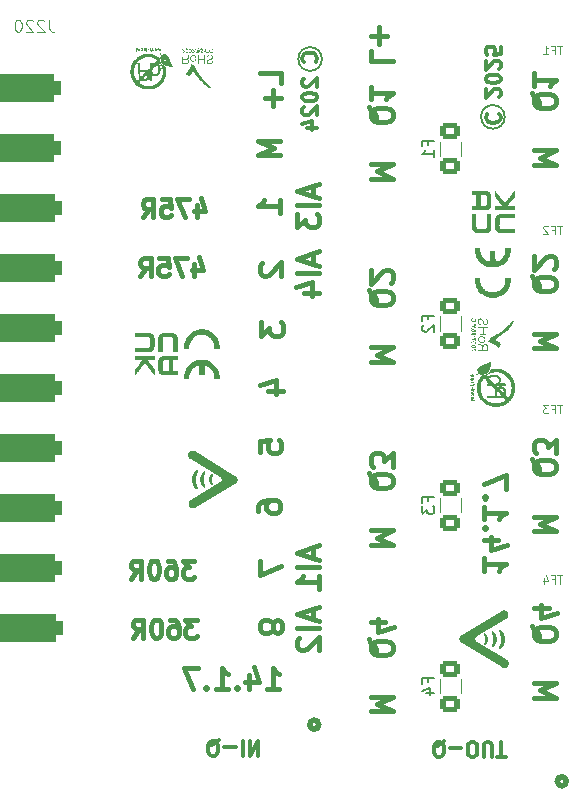
<source format=gbr>
%TF.GenerationSoftware,KiCad,Pcbnew,7.0.11*%
%TF.CreationDate,2025-09-12T17:02:42-04:00*%
%TF.ProjectId,14.1.7 - PMOS - PLC Connector Combined,31342e31-2e37-4202-9d20-504d4f53202d,rev?*%
%TF.SameCoordinates,Original*%
%TF.FileFunction,Legend,Bot*%
%TF.FilePolarity,Positive*%
%FSLAX46Y46*%
G04 Gerber Fmt 4.6, Leading zero omitted, Abs format (unit mm)*
G04 Created by KiCad (PCBNEW 7.0.11) date 2025-09-12 17:02:42*
%MOMM*%
%LPD*%
G01*
G04 APERTURE LIST*
G04 Aperture macros list*
%AMRoundRect*
0 Rectangle with rounded corners*
0 $1 Rounding radius*
0 $2 $3 $4 $5 $6 $7 $8 $9 X,Y pos of 4 corners*
0 Add a 4 corners polygon primitive as box body*
4,1,4,$2,$3,$4,$5,$6,$7,$8,$9,$2,$3,0*
0 Add four circle primitives for the rounded corners*
1,1,$1+$1,$2,$3*
1,1,$1+$1,$4,$5*
1,1,$1+$1,$6,$7*
1,1,$1+$1,$8,$9*
0 Add four rect primitives between the rounded corners*
20,1,$1+$1,$2,$3,$4,$5,0*
20,1,$1+$1,$4,$5,$6,$7,0*
20,1,$1+$1,$6,$7,$8,$9,0*
20,1,$1+$1,$8,$9,$2,$3,0*%
G04 Aperture macros list end*
%ADD10C,0.000000*%
%ADD11C,0.004960*%
%ADD12C,0.150000*%
%ADD13C,0.457200*%
%ADD14C,0.381000*%
%ADD15C,0.310000*%
%ADD16C,0.100000*%
%ADD17C,0.508000*%
%ADD18C,0.120000*%
%ADD19C,1.950000*%
%ADD20R,1.950000X1.950000*%
%ADD21C,0.500000*%
%ADD22C,1.250000*%
%ADD23C,1.498600*%
%ADD24RoundRect,0.250001X-0.624999X0.462499X-0.624999X-0.462499X0.624999X-0.462499X0.624999X0.462499X0*%
%ADD25RoundRect,0.572500X3.045750X0.572500X-3.045750X0.572500X-3.045750X-0.572500X3.045750X-0.572500X0*%
G04 APERTURE END LIST*
D10*
G36*
X114374351Y-118124860D02*
G01*
X114376971Y-118124999D01*
X114379581Y-118125231D01*
X114382176Y-118125554D01*
X114384756Y-118125968D01*
X114387317Y-118126472D01*
X114389857Y-118127065D01*
X114392375Y-118127747D01*
X114394867Y-118128517D01*
X114397331Y-118129375D01*
X114399765Y-118130319D01*
X114402167Y-118131349D01*
X114404533Y-118132465D01*
X114406863Y-118133665D01*
X114409153Y-118134950D01*
X114411401Y-118136317D01*
X114411409Y-118136323D01*
X114415577Y-118139634D01*
X114419744Y-118143020D01*
X114423911Y-118146480D01*
X114428078Y-118150015D01*
X114463871Y-118181970D01*
X114497685Y-118215651D01*
X114529476Y-118250966D01*
X114559201Y-118287818D01*
X114586814Y-118326114D01*
X114612273Y-118365760D01*
X114635533Y-118406662D01*
X114656549Y-118448725D01*
X114675280Y-118491855D01*
X114691679Y-118535957D01*
X114705704Y-118580938D01*
X114717309Y-118626703D01*
X114726452Y-118673157D01*
X114733089Y-118720208D01*
X114737175Y-118767759D01*
X114738666Y-118815718D01*
X114737531Y-118863686D01*
X114733800Y-118911267D01*
X114727513Y-118958365D01*
X114718716Y-119004887D01*
X114707451Y-119050737D01*
X114693762Y-119095821D01*
X114677691Y-119140044D01*
X114659282Y-119183312D01*
X114638579Y-119225530D01*
X114615624Y-119266603D01*
X114590461Y-119306437D01*
X114563133Y-119344938D01*
X114533684Y-119382011D01*
X114502156Y-119417561D01*
X114468594Y-119451493D01*
X114433039Y-119483713D01*
X114427018Y-119488656D01*
X114420885Y-119493635D01*
X114414677Y-119498615D01*
X114408433Y-119503557D01*
X114408316Y-119503671D01*
X114408196Y-119503782D01*
X114408073Y-119503889D01*
X114407947Y-119503993D01*
X114407819Y-119504093D01*
X114407687Y-119504189D01*
X114407554Y-119504282D01*
X114407418Y-119504372D01*
X114407279Y-119504457D01*
X114407139Y-119504539D01*
X114406996Y-119504617D01*
X114406851Y-119504690D01*
X114406703Y-119504760D01*
X114406554Y-119504826D01*
X114406403Y-119504888D01*
X114406250Y-119504946D01*
X114404316Y-119505937D01*
X114402359Y-119506873D01*
X114400379Y-119507754D01*
X114398378Y-119508580D01*
X114396356Y-119509350D01*
X114394315Y-119510065D01*
X114392256Y-119510724D01*
X114390180Y-119511326D01*
X114388089Y-119511871D01*
X114385983Y-119512360D01*
X114383864Y-119512791D01*
X114381733Y-119513164D01*
X114379591Y-119513480D01*
X114377439Y-119513737D01*
X114375279Y-119513935D01*
X114373111Y-119514075D01*
X114369016Y-119513735D01*
X114364975Y-119513214D01*
X114360992Y-119512515D01*
X114357072Y-119511643D01*
X114353218Y-119510602D01*
X114349434Y-119509396D01*
X114345726Y-119508029D01*
X114342096Y-119506504D01*
X114338550Y-119504827D01*
X114335091Y-119503001D01*
X114331723Y-119501029D01*
X114328452Y-119498917D01*
X114325280Y-119496668D01*
X114322212Y-119494286D01*
X114319253Y-119491775D01*
X114316406Y-119489140D01*
X114313676Y-119486384D01*
X114311067Y-119483511D01*
X114308582Y-119480526D01*
X114306227Y-119477432D01*
X114304006Y-119474233D01*
X114301921Y-119470934D01*
X114299979Y-119467539D01*
X114298183Y-119464051D01*
X114296537Y-119460476D01*
X114295045Y-119456815D01*
X114293711Y-119453075D01*
X114292541Y-119449258D01*
X114291537Y-119445369D01*
X114290704Y-119441412D01*
X114290046Y-119437391D01*
X114289568Y-119433311D01*
X114289113Y-119431006D01*
X114288724Y-119428691D01*
X114288401Y-119426367D01*
X114288144Y-119424035D01*
X114287954Y-119421696D01*
X114287830Y-119419353D01*
X114287773Y-119417006D01*
X114287783Y-119414657D01*
X114287783Y-119411879D01*
X114287794Y-119410081D01*
X114287853Y-119408284D01*
X114287957Y-119406490D01*
X114288108Y-119404700D01*
X114288305Y-119402914D01*
X114288548Y-119401133D01*
X114288837Y-119399359D01*
X114289172Y-119397592D01*
X114289531Y-119396192D01*
X114289874Y-119394787D01*
X114290198Y-119393379D01*
X114290505Y-119391966D01*
X114290794Y-119390550D01*
X114291065Y-119389130D01*
X114291318Y-119387707D01*
X114291553Y-119386280D01*
X114291573Y-119385729D01*
X114291632Y-119385190D01*
X114291724Y-119384662D01*
X114291847Y-119384144D01*
X114291997Y-119383634D01*
X114292170Y-119383131D01*
X114292362Y-119382633D01*
X114292570Y-119382138D01*
X114293016Y-119381155D01*
X114293478Y-119380169D01*
X114293927Y-119379170D01*
X114294136Y-119378661D01*
X114294331Y-119378145D01*
X114294621Y-119377160D01*
X114294942Y-119376186D01*
X114295294Y-119375223D01*
X114295676Y-119374272D01*
X114296089Y-119373334D01*
X114296532Y-119372410D01*
X114297004Y-119371499D01*
X114297506Y-119370604D01*
X114298679Y-119368602D01*
X114299819Y-119366610D01*
X114300932Y-119364618D01*
X114302021Y-119362617D01*
X114303091Y-119360597D01*
X114304148Y-119358549D01*
X114305195Y-119356463D01*
X114306237Y-119354332D01*
X114306664Y-119353608D01*
X114307103Y-119352892D01*
X114307555Y-119352184D01*
X114308021Y-119351485D01*
X114308499Y-119350794D01*
X114308989Y-119350112D01*
X114309492Y-119349439D01*
X114310008Y-119348776D01*
X114311241Y-119347125D01*
X114312506Y-119345498D01*
X114313801Y-119343896D01*
X114315126Y-119342320D01*
X114316482Y-119340769D01*
X114317867Y-119339244D01*
X114319281Y-119337746D01*
X114320723Y-119336274D01*
X114319186Y-119337617D01*
X114317689Y-119339004D01*
X114316233Y-119340433D01*
X114314820Y-119341903D01*
X114313450Y-119343414D01*
X114312125Y-119344964D01*
X114310845Y-119346553D01*
X114309611Y-119348180D01*
X114324521Y-119317217D01*
X114338478Y-119285872D01*
X114351479Y-119254167D01*
X114363517Y-119222124D01*
X114374587Y-119189766D01*
X114384685Y-119157115D01*
X114393805Y-119124193D01*
X114401943Y-119091021D01*
X114409093Y-119057623D01*
X114415249Y-119024021D01*
X114420408Y-118990235D01*
X114424564Y-118956289D01*
X114427712Y-118922205D01*
X114429846Y-118888005D01*
X114430962Y-118853711D01*
X114431055Y-118819345D01*
X114430944Y-118784241D01*
X114429763Y-118749214D01*
X114427519Y-118714288D01*
X114424216Y-118679486D01*
X114419860Y-118644833D01*
X114414457Y-118610352D01*
X114408013Y-118576066D01*
X114400532Y-118541999D01*
X114392021Y-118508175D01*
X114382484Y-118474618D01*
X114371929Y-118441350D01*
X114360359Y-118408396D01*
X114347782Y-118375780D01*
X114334201Y-118343524D01*
X114319624Y-118311653D01*
X114304055Y-118280190D01*
X114303677Y-118279705D01*
X114303310Y-118279213D01*
X114302953Y-118278714D01*
X114302606Y-118278207D01*
X114302270Y-118277695D01*
X114301944Y-118277175D01*
X114301630Y-118276649D01*
X114301326Y-118276117D01*
X114301032Y-118275579D01*
X114300750Y-118275035D01*
X114300479Y-118274486D01*
X114300219Y-118273930D01*
X114299970Y-118273370D01*
X114299733Y-118272804D01*
X114299507Y-118272233D01*
X114299292Y-118271657D01*
X114297896Y-118268790D01*
X114296587Y-118265888D01*
X114295367Y-118262952D01*
X114294236Y-118259984D01*
X114293195Y-118256986D01*
X114292244Y-118253961D01*
X114291383Y-118250911D01*
X114290612Y-118247837D01*
X114289934Y-118244741D01*
X114289347Y-118241626D01*
X114288853Y-118238494D01*
X114288451Y-118235346D01*
X114288143Y-118232185D01*
X114287928Y-118229013D01*
X114287808Y-118225831D01*
X114287783Y-118222643D01*
X114287892Y-118217596D01*
X114288215Y-118212617D01*
X114288748Y-118207711D01*
X114289485Y-118202886D01*
X114290421Y-118198146D01*
X114291550Y-118193498D01*
X114292868Y-118188948D01*
X114294368Y-118184503D01*
X114296047Y-118180167D01*
X114297898Y-118175948D01*
X114299917Y-118171851D01*
X114302098Y-118167882D01*
X114304436Y-118164048D01*
X114306926Y-118160354D01*
X114309562Y-118156807D01*
X114312339Y-118153413D01*
X114315253Y-118150177D01*
X114318297Y-118147106D01*
X114321467Y-118144206D01*
X114324757Y-118141483D01*
X114328163Y-118138943D01*
X114331678Y-118136592D01*
X114335298Y-118134436D01*
X114339017Y-118132481D01*
X114342830Y-118130733D01*
X114346733Y-118129199D01*
X114350719Y-118127884D01*
X114354783Y-118126795D01*
X114358921Y-118125937D01*
X114363127Y-118125317D01*
X114367396Y-118124940D01*
X114371722Y-118124813D01*
X114374351Y-118124860D01*
G37*
G36*
X89341609Y-104482998D02*
G01*
X89345852Y-104483355D01*
X89350042Y-104483943D01*
X89354173Y-104484758D01*
X89358242Y-104485794D01*
X89362245Y-104487047D01*
X89366177Y-104488510D01*
X89370034Y-104490180D01*
X89373812Y-104492050D01*
X89377507Y-104494116D01*
X89381114Y-104496373D01*
X89384630Y-104498815D01*
X89388050Y-104501438D01*
X89391369Y-104504236D01*
X89394585Y-104507204D01*
X89397691Y-104510337D01*
X89400685Y-104513630D01*
X89403562Y-104517077D01*
X89406318Y-104520675D01*
X89408948Y-104524416D01*
X89411449Y-104528297D01*
X89413815Y-104532313D01*
X89416044Y-104536457D01*
X89418130Y-104540726D01*
X89420070Y-104545113D01*
X89421859Y-104549614D01*
X89423494Y-104554224D01*
X89424969Y-104558937D01*
X89426280Y-104563749D01*
X89427425Y-104568654D01*
X89428397Y-104573647D01*
X89429193Y-104578723D01*
X89429735Y-104581444D01*
X89430200Y-104584178D01*
X89430589Y-104586922D01*
X89430901Y-104589676D01*
X89431136Y-104592437D01*
X89431293Y-104595204D01*
X89431373Y-104597976D01*
X89431376Y-104600750D01*
X89431376Y-104604123D01*
X89431336Y-104606244D01*
X89431250Y-104608363D01*
X89431119Y-104610479D01*
X89430943Y-104612591D01*
X89430722Y-104614699D01*
X89430456Y-104616802D01*
X89430145Y-104618899D01*
X89429789Y-104620990D01*
X89429766Y-104621844D01*
X89429702Y-104622694D01*
X89429602Y-104623539D01*
X89429469Y-104624383D01*
X89429310Y-104625223D01*
X89429129Y-104626062D01*
X89428722Y-104627737D01*
X89427863Y-104631092D01*
X89427668Y-104631935D01*
X89427491Y-104632781D01*
X89427336Y-104633631D01*
X89427209Y-104634484D01*
X89424232Y-104644009D01*
X89423865Y-104645180D01*
X89423475Y-104646343D01*
X89423062Y-104647497D01*
X89422626Y-104648644D01*
X89422168Y-104649781D01*
X89421688Y-104650909D01*
X89421185Y-104652028D01*
X89420660Y-104653137D01*
X89419320Y-104655555D01*
X89418014Y-104657991D01*
X89416745Y-104660446D01*
X89415511Y-104662918D01*
X89414313Y-104665408D01*
X89413151Y-104667916D01*
X89412026Y-104670440D01*
X89410937Y-104672981D01*
X89410487Y-104673867D01*
X89410017Y-104674741D01*
X89409526Y-104675604D01*
X89409015Y-104676454D01*
X89408483Y-104677292D01*
X89407932Y-104678117D01*
X89407361Y-104678929D01*
X89406770Y-104679728D01*
X89405415Y-104681648D01*
X89404028Y-104683544D01*
X89402610Y-104685417D01*
X89401161Y-104687266D01*
X89399682Y-104689090D01*
X89398172Y-104690890D01*
X89396632Y-104692664D01*
X89395062Y-104694413D01*
X89395930Y-104693623D01*
X89396785Y-104692821D01*
X89397628Y-104692006D01*
X89398458Y-104691178D01*
X89399275Y-104690338D01*
X89400079Y-104689486D01*
X89400869Y-104688622D01*
X89401646Y-104687745D01*
X89402410Y-104686857D01*
X89403160Y-104685958D01*
X89403896Y-104685046D01*
X89404618Y-104684124D01*
X89405326Y-104683190D01*
X89406020Y-104682245D01*
X89406700Y-104681289D01*
X89407365Y-104680323D01*
X89392028Y-104713175D01*
X89377510Y-104747043D01*
X89363834Y-104781888D01*
X89351024Y-104817676D01*
X89339104Y-104854369D01*
X89328097Y-104891932D01*
X89318026Y-104930328D01*
X89308915Y-104969521D01*
X89300788Y-105009474D01*
X89293669Y-105050151D01*
X89287580Y-105091516D01*
X89282545Y-105133533D01*
X89278588Y-105176164D01*
X89275732Y-105219374D01*
X89274002Y-105263127D01*
X89273420Y-105307386D01*
X89274032Y-105352543D01*
X89275850Y-105397203D01*
X89278850Y-105441324D01*
X89283004Y-105484863D01*
X89288287Y-105527779D01*
X89294673Y-105570030D01*
X89302137Y-105611574D01*
X89310652Y-105652369D01*
X89320192Y-105692374D01*
X89330732Y-105731546D01*
X89342246Y-105769843D01*
X89354708Y-105807225D01*
X89368092Y-105843648D01*
X89382372Y-105879072D01*
X89397522Y-105913453D01*
X89413517Y-105946751D01*
X89413916Y-105947336D01*
X89414304Y-105947928D01*
X89414681Y-105948527D01*
X89415046Y-105949133D01*
X89415398Y-105949745D01*
X89415740Y-105950364D01*
X89416069Y-105950989D01*
X89416386Y-105951621D01*
X89416691Y-105952258D01*
X89416983Y-105952901D01*
X89417264Y-105953550D01*
X89417532Y-105954204D01*
X89417787Y-105954864D01*
X89418030Y-105955528D01*
X89418260Y-105956197D01*
X89418478Y-105956871D01*
X89420059Y-105960279D01*
X89421540Y-105963725D01*
X89422919Y-105967208D01*
X89424196Y-105970726D01*
X89425371Y-105974276D01*
X89426442Y-105977857D01*
X89427410Y-105981465D01*
X89428274Y-105985098D01*
X89429033Y-105988755D01*
X89429687Y-105992433D01*
X89430235Y-105996130D01*
X89430678Y-105999843D01*
X89431014Y-106003570D01*
X89431242Y-106007310D01*
X89431363Y-106011059D01*
X89431376Y-106014815D01*
X89431256Y-106020805D01*
X89430898Y-106026714D01*
X89430309Y-106032536D01*
X89429494Y-106038263D01*
X89427212Y-106049403D01*
X89424099Y-106060078D01*
X89420201Y-106070229D01*
X89415564Y-106079800D01*
X89410237Y-106088732D01*
X89404265Y-106096968D01*
X89401051Y-106100808D01*
X89397695Y-106104451D01*
X89394200Y-106107892D01*
X89390574Y-106111123D01*
X89386822Y-106114137D01*
X89382950Y-106116927D01*
X89378963Y-106119485D01*
X89374868Y-106121804D01*
X89370670Y-106123877D01*
X89366376Y-106125698D01*
X89361990Y-106127258D01*
X89357520Y-106128550D01*
X89352970Y-106129568D01*
X89348347Y-106130304D01*
X89343656Y-106130751D01*
X89338904Y-106130901D01*
X89336030Y-106130805D01*
X89333168Y-106130605D01*
X89330320Y-106130302D01*
X89327490Y-106129898D01*
X89324679Y-106129392D01*
X89321892Y-106128787D01*
X89319129Y-106128082D01*
X89316395Y-106127279D01*
X89313691Y-106126378D01*
X89311020Y-106125380D01*
X89308385Y-106124287D01*
X89305789Y-106123098D01*
X89303234Y-106121815D01*
X89300723Y-106120438D01*
X89298259Y-106118969D01*
X89295843Y-106117407D01*
X89293536Y-106115455D01*
X89291230Y-106113470D01*
X89286616Y-106109420D01*
X89282002Y-106105297D01*
X89277389Y-106101136D01*
X89239208Y-106065212D01*
X89202858Y-106027009D01*
X89168427Y-105986625D01*
X89136002Y-105944156D01*
X89105669Y-105899700D01*
X89077517Y-105853354D01*
X89051632Y-105805216D01*
X89028101Y-105755383D01*
X89007013Y-105703952D01*
X88988453Y-105651022D01*
X88972509Y-105596688D01*
X88959268Y-105541049D01*
X88948818Y-105484202D01*
X88941246Y-105426244D01*
X88936639Y-105367273D01*
X88935084Y-105307386D01*
X88936609Y-105247561D01*
X88941131Y-105188766D01*
X88948565Y-105131082D01*
X88958828Y-105074591D01*
X88971838Y-105019372D01*
X88987511Y-104965508D01*
X89005764Y-104913079D01*
X89026514Y-104862166D01*
X89049678Y-104812851D01*
X89075172Y-104765215D01*
X89102914Y-104719339D01*
X89132821Y-104675303D01*
X89164808Y-104633190D01*
X89198794Y-104593079D01*
X89234695Y-104555053D01*
X89272428Y-104519192D01*
X89272428Y-104518001D01*
X89278961Y-104512163D01*
X89285698Y-104506269D01*
X89299415Y-104494387D01*
X89299719Y-104494160D01*
X89300029Y-104493940D01*
X89300344Y-104493729D01*
X89300664Y-104493526D01*
X89300989Y-104493332D01*
X89301320Y-104493146D01*
X89301655Y-104492968D01*
X89301995Y-104492799D01*
X89304041Y-104491701D01*
X89306116Y-104490665D01*
X89308217Y-104489691D01*
X89310344Y-104488780D01*
X89312495Y-104487932D01*
X89314667Y-104487147D01*
X89316861Y-104486426D01*
X89319075Y-104485770D01*
X89321306Y-104485178D01*
X89323555Y-104484651D01*
X89325818Y-104484190D01*
X89328096Y-104483794D01*
X89330386Y-104483465D01*
X89332687Y-104483202D01*
X89334998Y-104483006D01*
X89337317Y-104482878D01*
X89341609Y-104482998D01*
G37*
D11*
X112866573Y-118995558D02*
X112891179Y-119011829D01*
D10*
G36*
X113698147Y-118317741D02*
G01*
X113700246Y-118317852D01*
X113702338Y-118318028D01*
X113704420Y-118318269D01*
X113706493Y-118318573D01*
X113708553Y-118318941D01*
X113710600Y-118319371D01*
X113712633Y-118319865D01*
X113714649Y-118320421D01*
X113716648Y-118321039D01*
X113718628Y-118321719D01*
X113720587Y-118322460D01*
X113722524Y-118323262D01*
X113724438Y-118324124D01*
X113726326Y-118325047D01*
X113728189Y-118326029D01*
X113729909Y-118327172D01*
X113731643Y-118328361D01*
X113733386Y-118329587D01*
X113735134Y-118330841D01*
X113738625Y-118333396D01*
X113742079Y-118335951D01*
X113770778Y-118357872D01*
X113798116Y-118381180D01*
X113824025Y-118405816D01*
X113848439Y-118431719D01*
X113871288Y-118458830D01*
X113892506Y-118487089D01*
X113912025Y-118516438D01*
X113929776Y-118546816D01*
X113945693Y-118578163D01*
X113959708Y-118610421D01*
X113971752Y-118643529D01*
X113981758Y-118677428D01*
X113989658Y-118712058D01*
X113995385Y-118747360D01*
X113997413Y-118765245D01*
X113998871Y-118783275D01*
X113999752Y-118801443D01*
X114000048Y-118819742D01*
X113998896Y-118856177D01*
X113995484Y-118892003D01*
X113989878Y-118927167D01*
X113982142Y-118961618D01*
X113972343Y-118995304D01*
X113960545Y-119028173D01*
X113946814Y-119060173D01*
X113931215Y-119091254D01*
X113913814Y-119121362D01*
X113894677Y-119150446D01*
X113873868Y-119178455D01*
X113851453Y-119205337D01*
X113827497Y-119231039D01*
X113802066Y-119255511D01*
X113775225Y-119278700D01*
X113747040Y-119300555D01*
X113727197Y-119315041D01*
X113725212Y-119315041D01*
X113723613Y-119315760D01*
X113721999Y-119316441D01*
X113720371Y-119317082D01*
X113718729Y-119317684D01*
X113717074Y-119318247D01*
X113715407Y-119318771D01*
X113713729Y-119319254D01*
X113712039Y-119319698D01*
X113710340Y-119320101D01*
X113708632Y-119320465D01*
X113706914Y-119320787D01*
X113705189Y-119321070D01*
X113703457Y-119321311D01*
X113701719Y-119321512D01*
X113699974Y-119321671D01*
X113698225Y-119321789D01*
X113695032Y-119321718D01*
X113691873Y-119321506D01*
X113688749Y-119321155D01*
X113685664Y-119320668D01*
X113682622Y-119320048D01*
X113679626Y-119319298D01*
X113676680Y-119318421D01*
X113673786Y-119317419D01*
X113670948Y-119316296D01*
X113668170Y-119315054D01*
X113665455Y-119313696D01*
X113662807Y-119312225D01*
X113660228Y-119310643D01*
X113657722Y-119308955D01*
X113655292Y-119307161D01*
X113652942Y-119305267D01*
X113650676Y-119303273D01*
X113648496Y-119301183D01*
X113646407Y-119299001D01*
X113644410Y-119296727D01*
X113642511Y-119294367D01*
X113640711Y-119291922D01*
X113639015Y-119289395D01*
X113637426Y-119286790D01*
X113635948Y-119284108D01*
X113634583Y-119281354D01*
X113633335Y-119278528D01*
X113632207Y-119275636D01*
X113631204Y-119272679D01*
X113630328Y-119269660D01*
X113629582Y-119266582D01*
X113628970Y-119263448D01*
X113628628Y-119261783D01*
X113628334Y-119260109D01*
X113628088Y-119258428D01*
X113627890Y-119256741D01*
X113627740Y-119255049D01*
X113627639Y-119253354D01*
X113627585Y-119251655D01*
X113627581Y-119249954D01*
X113627581Y-119248764D01*
X113627485Y-119247476D01*
X113627416Y-119246186D01*
X113627374Y-119244895D01*
X113627361Y-119243604D01*
X113627374Y-119242313D01*
X113627416Y-119241023D01*
X113627485Y-119239733D01*
X113627581Y-119238445D01*
X113627883Y-119237442D01*
X113628169Y-119236434D01*
X113628441Y-119235423D01*
X113628697Y-119234407D01*
X113628937Y-119233388D01*
X113629162Y-119232365D01*
X113629371Y-119231339D01*
X113629565Y-119230309D01*
X113631947Y-119224356D01*
X113632203Y-119223632D01*
X113632478Y-119222916D01*
X113632773Y-119222208D01*
X113633086Y-119221508D01*
X113633418Y-119220817D01*
X113633769Y-119220135D01*
X113634139Y-119219462D01*
X113634526Y-119218800D01*
X113635542Y-119217385D01*
X113636511Y-119215969D01*
X113637442Y-119214548D01*
X113638346Y-119213119D01*
X113640107Y-119210233D01*
X113641868Y-119207290D01*
X113642223Y-119206739D01*
X113642591Y-119206195D01*
X113642970Y-119205661D01*
X113643362Y-119205135D01*
X113643765Y-119204618D01*
X113644180Y-119204110D01*
X113644606Y-119203612D01*
X113645044Y-119203123D01*
X113646068Y-119201943D01*
X113647112Y-119200781D01*
X113648176Y-119199637D01*
X113649259Y-119198510D01*
X113650360Y-119197403D01*
X113651480Y-119196314D01*
X113652618Y-119195244D01*
X113653775Y-119194193D01*
X113653139Y-119194652D01*
X113652512Y-119195122D01*
X113651892Y-119195602D01*
X113651281Y-119196092D01*
X113650679Y-119196592D01*
X113650085Y-119197103D01*
X113649500Y-119197623D01*
X113648924Y-119198152D01*
X113648356Y-119198692D01*
X113647798Y-119199240D01*
X113647249Y-119199799D01*
X113646710Y-119200366D01*
X113646179Y-119200943D01*
X113645659Y-119201528D01*
X113645148Y-119202123D01*
X113644647Y-119202726D01*
X113668453Y-119157099D01*
X113689040Y-119110370D01*
X113706411Y-119062700D01*
X113720564Y-119014248D01*
X113731503Y-118965176D01*
X113739226Y-118915642D01*
X113743736Y-118865808D01*
X113745034Y-118815834D01*
X113743120Y-118765879D01*
X113737996Y-118716105D01*
X113729662Y-118666670D01*
X113718120Y-118617736D01*
X113703370Y-118569463D01*
X113685413Y-118522010D01*
X113664251Y-118475539D01*
X113639884Y-118430209D01*
X113639329Y-118429494D01*
X113638797Y-118428763D01*
X113638288Y-118428015D01*
X113637804Y-118427252D01*
X113637344Y-118426475D01*
X113636909Y-118425682D01*
X113636499Y-118424876D01*
X113636114Y-118424057D01*
X113634962Y-118422023D01*
X113633881Y-118419954D01*
X113632873Y-118417854D01*
X113631938Y-118415724D01*
X113631076Y-118413567D01*
X113630288Y-118411383D01*
X113629575Y-118409175D01*
X113628936Y-118406945D01*
X113628373Y-118404694D01*
X113627886Y-118402426D01*
X113627476Y-118400141D01*
X113627142Y-118397841D01*
X113626886Y-118395529D01*
X113626708Y-118393206D01*
X113626609Y-118390875D01*
X113626589Y-118388537D01*
X113626636Y-118385056D01*
X113626854Y-118381597D01*
X113627241Y-118378165D01*
X113627796Y-118374767D01*
X113628515Y-118371408D01*
X113629396Y-118368094D01*
X113630437Y-118364831D01*
X113631635Y-118361624D01*
X113632989Y-118358479D01*
X113634495Y-118355403D01*
X113636152Y-118352401D01*
X113637957Y-118349478D01*
X113639908Y-118346641D01*
X113642003Y-118343896D01*
X113644238Y-118341247D01*
X113646613Y-118338702D01*
X113649111Y-118336277D01*
X113651715Y-118333989D01*
X113654418Y-118331841D01*
X113657216Y-118329834D01*
X113660103Y-118327971D01*
X113663071Y-118326255D01*
X113666117Y-118324688D01*
X113669234Y-118323273D01*
X113672417Y-118322011D01*
X113675659Y-118320906D01*
X113678955Y-118319959D01*
X113682299Y-118319174D01*
X113685685Y-118318553D01*
X113689108Y-118318097D01*
X113692563Y-118317810D01*
X113696042Y-118317695D01*
X113698147Y-118317741D01*
G37*
D11*
X91492348Y-105130379D02*
X91467742Y-105114108D01*
D10*
G36*
X88966441Y-102857183D02*
G01*
X88975158Y-102857521D01*
X88983854Y-102858091D01*
X88992524Y-102858894D01*
X89001163Y-102859927D01*
X89009766Y-102861191D01*
X89018330Y-102862683D01*
X89026849Y-102864403D01*
X89035319Y-102866350D01*
X89043735Y-102868524D01*
X89052093Y-102870922D01*
X89060388Y-102873544D01*
X89068616Y-102876389D01*
X89076772Y-102879456D01*
X89084851Y-102882745D01*
X89092849Y-102886253D01*
X89158921Y-102925937D01*
X92414884Y-104879356D01*
X92598240Y-104989886D01*
X92634157Y-105011317D01*
X92636737Y-105012904D01*
X92654683Y-105026511D01*
X92671667Y-105041079D01*
X92687661Y-105056554D01*
X92702640Y-105072884D01*
X92716575Y-105090018D01*
X92729441Y-105107903D01*
X92741209Y-105126485D01*
X92751853Y-105145714D01*
X92761347Y-105165536D01*
X92769661Y-105185900D01*
X92776771Y-105206752D01*
X92782649Y-105228041D01*
X92787268Y-105249714D01*
X92790600Y-105271719D01*
X92792619Y-105294003D01*
X92793298Y-105316514D01*
X92792619Y-105339025D01*
X92790600Y-105361309D01*
X92787268Y-105383313D01*
X92782649Y-105404986D01*
X92776771Y-105426275D01*
X92769661Y-105447128D01*
X92761347Y-105467491D01*
X92751853Y-105487313D01*
X92741209Y-105506542D01*
X92729441Y-105525125D01*
X92716575Y-105543009D01*
X92702640Y-105560143D01*
X92687661Y-105576473D01*
X92671667Y-105591949D01*
X92654683Y-105606516D01*
X92636737Y-105620123D01*
X92636399Y-105620324D01*
X92636066Y-105620531D01*
X92635737Y-105620745D01*
X92635412Y-105620965D01*
X92635091Y-105621191D01*
X92634775Y-105621424D01*
X92634464Y-105621664D01*
X92634157Y-105621909D01*
X92598240Y-105643340D01*
X92414487Y-105753671D01*
X89190473Y-107688239D01*
X89135506Y-107721378D01*
X89127160Y-107725317D01*
X89118719Y-107729013D01*
X89110186Y-107732465D01*
X89101568Y-107735671D01*
X89092869Y-107738630D01*
X89084096Y-107741340D01*
X89075253Y-107743801D01*
X89066346Y-107746012D01*
X89057380Y-107747970D01*
X89048361Y-107749675D01*
X89039294Y-107751126D01*
X89030184Y-107752320D01*
X89021037Y-107753258D01*
X89011857Y-107753938D01*
X89002652Y-107754358D01*
X88993425Y-107754517D01*
X88975268Y-107754015D01*
X88957352Y-107752526D01*
X88939696Y-107750074D01*
X88922325Y-107746682D01*
X88905259Y-107742376D01*
X88888522Y-107737180D01*
X88872134Y-107731117D01*
X88856118Y-107724212D01*
X88840497Y-107716489D01*
X88825291Y-107707972D01*
X88810525Y-107698685D01*
X88796218Y-107688653D01*
X88782394Y-107677900D01*
X88769075Y-107666450D01*
X88756282Y-107654328D01*
X88744038Y-107641556D01*
X88732365Y-107628160D01*
X88721285Y-107614165D01*
X88710821Y-107599593D01*
X88700993Y-107584469D01*
X88691824Y-107568818D01*
X88683337Y-107552663D01*
X88675554Y-107536029D01*
X88668496Y-107518940D01*
X88662185Y-107501421D01*
X88656644Y-107483495D01*
X88651895Y-107465186D01*
X88647960Y-107446519D01*
X88644861Y-107427519D01*
X88642620Y-107408208D01*
X88641260Y-107388612D01*
X88640801Y-107368754D01*
X88641172Y-107346496D01*
X88642772Y-107324415D01*
X88645579Y-107302557D01*
X88649573Y-107280968D01*
X88654732Y-107259693D01*
X88661037Y-107238777D01*
X88668466Y-107218266D01*
X88676999Y-107198206D01*
X88686614Y-107178641D01*
X88697291Y-107159617D01*
X88709009Y-107141181D01*
X88721747Y-107123376D01*
X88735485Y-107106250D01*
X88750201Y-107089846D01*
X88765875Y-107074211D01*
X88782485Y-107059390D01*
X88783478Y-107059390D01*
X88867615Y-107008193D01*
X91304825Y-105545709D01*
X91311229Y-105542822D01*
X91317528Y-105539727D01*
X91323718Y-105536425D01*
X91329793Y-105532921D01*
X91335748Y-105529217D01*
X91341579Y-105525316D01*
X91347280Y-105521221D01*
X91352846Y-105516936D01*
X91363591Y-105507616D01*
X91373760Y-105497778D01*
X91383338Y-105487449D01*
X91392313Y-105476656D01*
X91400671Y-105465427D01*
X91408398Y-105453790D01*
X91415481Y-105441772D01*
X91421908Y-105429400D01*
X91427663Y-105416703D01*
X91432735Y-105403707D01*
X91437109Y-105390441D01*
X91440773Y-105376931D01*
X91443713Y-105363206D01*
X91445915Y-105349292D01*
X91447366Y-105335218D01*
X91448053Y-105321011D01*
X91447965Y-105306787D01*
X91447107Y-105292665D01*
X91445493Y-105278671D01*
X91443134Y-105264834D01*
X91440042Y-105251182D01*
X91436231Y-105237743D01*
X91431711Y-105224545D01*
X91426495Y-105211617D01*
X91420595Y-105198986D01*
X91414024Y-105186680D01*
X91406794Y-105174728D01*
X91398917Y-105163157D01*
X91390404Y-105151996D01*
X91381270Y-105141272D01*
X91371524Y-105131015D01*
X91361181Y-105121251D01*
X91333201Y-105103194D01*
X91309984Y-105088112D01*
X91306080Y-105086329D01*
X91302121Y-105084565D01*
X91298124Y-105082838D01*
X91294109Y-105081167D01*
X88810465Y-103591100D01*
X88798555Y-103584467D01*
X88786939Y-103577455D01*
X88775625Y-103570076D01*
X88764618Y-103562339D01*
X88753923Y-103554254D01*
X88743548Y-103545832D01*
X88733497Y-103537082D01*
X88723778Y-103528015D01*
X88714395Y-103518641D01*
X88705355Y-103508970D01*
X88696664Y-103499012D01*
X88688328Y-103488778D01*
X88680352Y-103478278D01*
X88672743Y-103467521D01*
X88665507Y-103456518D01*
X88658649Y-103445279D01*
X88652176Y-103433814D01*
X88646093Y-103422133D01*
X88640407Y-103410247D01*
X88635123Y-103398166D01*
X88630248Y-103385900D01*
X88625787Y-103373458D01*
X88621747Y-103360852D01*
X88618132Y-103348091D01*
X88614950Y-103335185D01*
X88612207Y-103322145D01*
X88609907Y-103308981D01*
X88608058Y-103295703D01*
X88606664Y-103282320D01*
X88605733Y-103268844D01*
X88605270Y-103255285D01*
X88605281Y-103241652D01*
X88605742Y-103221867D01*
X88607111Y-103202342D01*
X88609365Y-103183100D01*
X88612480Y-103164166D01*
X88616436Y-103145563D01*
X88621208Y-103127316D01*
X88626774Y-103109449D01*
X88633112Y-103091986D01*
X88640198Y-103074952D01*
X88648011Y-103058371D01*
X88656527Y-103042266D01*
X88665724Y-103026662D01*
X88675579Y-103011584D01*
X88686069Y-102997055D01*
X88697172Y-102983100D01*
X88708865Y-102969743D01*
X88721126Y-102957007D01*
X88733931Y-102944918D01*
X88747259Y-102933500D01*
X88761085Y-102922776D01*
X88775389Y-102912771D01*
X88790146Y-102903509D01*
X88805335Y-102895014D01*
X88820933Y-102887310D01*
X88836916Y-102880423D01*
X88853263Y-102874375D01*
X88869951Y-102869191D01*
X88886957Y-102864895D01*
X88904258Y-102861512D01*
X88921831Y-102859066D01*
X88939655Y-102857580D01*
X88957706Y-102857080D01*
X88966441Y-102857183D01*
G37*
G36*
X90663889Y-104804219D02*
G01*
X90667048Y-104804431D01*
X90670172Y-104804782D01*
X90673257Y-104805269D01*
X90676299Y-104805889D01*
X90679295Y-104806639D01*
X90682241Y-104807516D01*
X90685135Y-104808518D01*
X90687973Y-104809641D01*
X90690751Y-104810883D01*
X90693466Y-104812241D01*
X90696114Y-104813712D01*
X90698693Y-104815294D01*
X90701199Y-104816982D01*
X90703629Y-104818776D01*
X90705979Y-104820670D01*
X90708245Y-104822664D01*
X90710425Y-104824754D01*
X90712514Y-104826936D01*
X90714511Y-104829210D01*
X90716410Y-104831570D01*
X90718210Y-104834015D01*
X90719906Y-104836542D01*
X90721495Y-104839147D01*
X90722973Y-104841829D01*
X90724338Y-104844583D01*
X90725586Y-104847409D01*
X90726714Y-104850301D01*
X90727717Y-104853258D01*
X90728593Y-104856277D01*
X90729339Y-104859355D01*
X90729951Y-104862489D01*
X90730293Y-104864154D01*
X90730587Y-104865828D01*
X90730833Y-104867509D01*
X90731031Y-104869196D01*
X90731181Y-104870888D01*
X90731282Y-104872583D01*
X90731336Y-104874282D01*
X90731340Y-104875983D01*
X90731340Y-104877173D01*
X90731436Y-104878461D01*
X90731505Y-104879751D01*
X90731547Y-104881042D01*
X90731560Y-104882333D01*
X90731547Y-104883624D01*
X90731505Y-104884914D01*
X90731436Y-104886204D01*
X90731340Y-104887492D01*
X90731038Y-104888495D01*
X90730752Y-104889503D01*
X90730480Y-104890514D01*
X90730224Y-104891530D01*
X90729984Y-104892549D01*
X90729759Y-104893572D01*
X90729550Y-104894598D01*
X90729356Y-104895628D01*
X90726974Y-104901581D01*
X90726718Y-104902305D01*
X90726443Y-104903021D01*
X90726148Y-104903729D01*
X90725835Y-104904429D01*
X90725503Y-104905120D01*
X90725152Y-104905802D01*
X90724782Y-104906475D01*
X90724395Y-104907137D01*
X90723379Y-104908552D01*
X90722410Y-104909968D01*
X90721479Y-104911389D01*
X90720575Y-104912818D01*
X90718814Y-104915704D01*
X90717053Y-104918647D01*
X90716698Y-104919198D01*
X90716330Y-104919742D01*
X90715951Y-104920276D01*
X90715559Y-104920802D01*
X90715156Y-104921319D01*
X90714741Y-104921827D01*
X90714315Y-104922325D01*
X90713877Y-104922814D01*
X90712853Y-104923994D01*
X90711809Y-104925156D01*
X90710745Y-104926300D01*
X90709662Y-104927427D01*
X90708561Y-104928534D01*
X90707441Y-104929623D01*
X90706303Y-104930693D01*
X90705146Y-104931744D01*
X90705782Y-104931285D01*
X90706409Y-104930815D01*
X90707029Y-104930335D01*
X90707640Y-104929845D01*
X90708242Y-104929345D01*
X90708836Y-104928834D01*
X90709421Y-104928314D01*
X90709997Y-104927785D01*
X90710565Y-104927245D01*
X90711123Y-104926697D01*
X90711672Y-104926138D01*
X90712211Y-104925571D01*
X90712742Y-104924994D01*
X90713262Y-104924409D01*
X90713773Y-104923814D01*
X90714274Y-104923211D01*
X90690468Y-104968838D01*
X90669881Y-105015567D01*
X90652510Y-105063237D01*
X90638357Y-105111689D01*
X90627418Y-105160761D01*
X90619695Y-105210295D01*
X90615185Y-105260129D01*
X90613887Y-105310103D01*
X90615801Y-105360058D01*
X90620925Y-105409832D01*
X90629259Y-105459267D01*
X90640801Y-105508201D01*
X90655551Y-105556474D01*
X90673508Y-105603927D01*
X90694670Y-105650398D01*
X90719037Y-105695728D01*
X90719592Y-105696443D01*
X90720124Y-105697174D01*
X90720633Y-105697922D01*
X90721117Y-105698685D01*
X90721577Y-105699462D01*
X90722012Y-105700255D01*
X90722422Y-105701061D01*
X90722807Y-105701880D01*
X90723959Y-105703914D01*
X90725040Y-105705983D01*
X90726048Y-105708083D01*
X90726983Y-105710213D01*
X90727845Y-105712370D01*
X90728633Y-105714554D01*
X90729346Y-105716762D01*
X90729985Y-105718992D01*
X90730548Y-105721243D01*
X90731035Y-105723511D01*
X90731445Y-105725796D01*
X90731779Y-105728096D01*
X90732035Y-105730408D01*
X90732213Y-105732731D01*
X90732312Y-105735062D01*
X90732332Y-105737400D01*
X90732285Y-105740881D01*
X90732067Y-105744340D01*
X90731680Y-105747772D01*
X90731125Y-105751170D01*
X90730406Y-105754529D01*
X90729525Y-105757843D01*
X90728484Y-105761106D01*
X90727286Y-105764313D01*
X90725932Y-105767458D01*
X90724426Y-105770534D01*
X90722769Y-105773536D01*
X90720964Y-105776459D01*
X90719013Y-105779296D01*
X90716918Y-105782041D01*
X90714683Y-105784690D01*
X90712308Y-105787235D01*
X90709810Y-105789660D01*
X90707206Y-105791948D01*
X90704503Y-105794096D01*
X90701705Y-105796103D01*
X90698818Y-105797966D01*
X90695850Y-105799682D01*
X90692804Y-105801249D01*
X90689687Y-105802664D01*
X90686504Y-105803926D01*
X90683262Y-105805031D01*
X90679966Y-105805978D01*
X90676622Y-105806763D01*
X90673236Y-105807384D01*
X90669813Y-105807840D01*
X90666358Y-105808127D01*
X90662879Y-105808242D01*
X90660774Y-105808196D01*
X90658675Y-105808085D01*
X90656583Y-105807909D01*
X90654501Y-105807668D01*
X90652428Y-105807364D01*
X90650368Y-105806996D01*
X90648321Y-105806566D01*
X90646288Y-105806072D01*
X90644272Y-105805516D01*
X90642273Y-105804898D01*
X90640293Y-105804218D01*
X90638334Y-105803477D01*
X90636397Y-105802675D01*
X90634483Y-105801813D01*
X90632595Y-105800890D01*
X90630732Y-105799908D01*
X90629012Y-105798765D01*
X90627278Y-105797576D01*
X90625535Y-105796350D01*
X90623787Y-105795096D01*
X90620296Y-105792541D01*
X90616842Y-105789986D01*
X90588143Y-105768065D01*
X90560805Y-105744757D01*
X90534896Y-105720121D01*
X90510482Y-105694218D01*
X90487633Y-105667107D01*
X90466415Y-105638848D01*
X90446896Y-105609499D01*
X90429145Y-105579121D01*
X90413228Y-105547774D01*
X90399213Y-105515516D01*
X90387169Y-105482408D01*
X90377163Y-105448509D01*
X90369263Y-105413879D01*
X90363536Y-105378577D01*
X90361508Y-105360692D01*
X90360050Y-105342662D01*
X90359169Y-105324494D01*
X90358873Y-105306195D01*
X90360025Y-105269760D01*
X90363437Y-105233934D01*
X90369043Y-105198770D01*
X90376779Y-105164319D01*
X90386578Y-105130633D01*
X90398376Y-105097764D01*
X90412107Y-105065764D01*
X90427706Y-105034683D01*
X90445107Y-105004575D01*
X90464244Y-104975491D01*
X90485053Y-104947482D01*
X90507468Y-104920600D01*
X90531424Y-104894898D01*
X90556855Y-104870426D01*
X90583696Y-104847237D01*
X90611881Y-104825382D01*
X90631724Y-104810896D01*
X90633709Y-104810896D01*
X90635308Y-104810177D01*
X90636922Y-104809496D01*
X90638550Y-104808855D01*
X90640192Y-104808253D01*
X90641847Y-104807690D01*
X90643514Y-104807166D01*
X90645192Y-104806683D01*
X90646882Y-104806239D01*
X90648581Y-104805836D01*
X90650289Y-104805472D01*
X90652007Y-104805150D01*
X90653732Y-104804867D01*
X90655464Y-104804626D01*
X90657202Y-104804425D01*
X90658947Y-104804266D01*
X90660696Y-104804148D01*
X90663889Y-104804219D01*
G37*
G36*
X115022891Y-117995132D02*
G01*
X115025753Y-117995332D01*
X115028601Y-117995635D01*
X115031431Y-117996039D01*
X115034242Y-117996545D01*
X115037029Y-117997150D01*
X115039792Y-117997855D01*
X115042526Y-117998658D01*
X115045230Y-117999559D01*
X115047901Y-118000557D01*
X115050536Y-118001650D01*
X115053132Y-118002839D01*
X115055687Y-118004122D01*
X115058198Y-118005499D01*
X115060662Y-118006968D01*
X115063078Y-118008530D01*
X115065385Y-118010482D01*
X115067691Y-118012467D01*
X115072305Y-118016517D01*
X115076919Y-118020640D01*
X115081532Y-118024801D01*
X115119713Y-118060725D01*
X115156063Y-118098928D01*
X115190494Y-118139312D01*
X115222919Y-118181781D01*
X115253252Y-118226237D01*
X115281404Y-118272583D01*
X115307289Y-118320721D01*
X115330820Y-118370554D01*
X115351908Y-118421985D01*
X115370468Y-118474915D01*
X115386412Y-118529249D01*
X115399653Y-118584888D01*
X115410103Y-118641735D01*
X115417675Y-118699693D01*
X115422282Y-118758664D01*
X115423837Y-118818551D01*
X115422312Y-118878376D01*
X115417790Y-118937171D01*
X115410356Y-118994855D01*
X115400093Y-119051346D01*
X115387083Y-119106565D01*
X115371410Y-119160429D01*
X115353157Y-119212858D01*
X115332407Y-119263771D01*
X115309243Y-119313086D01*
X115283749Y-119360722D01*
X115256007Y-119406598D01*
X115226100Y-119450634D01*
X115194113Y-119492747D01*
X115160127Y-119532858D01*
X115124226Y-119570884D01*
X115086493Y-119606745D01*
X115086493Y-119607936D01*
X115079960Y-119613774D01*
X115073223Y-119619668D01*
X115059506Y-119631550D01*
X115059202Y-119631777D01*
X115058892Y-119631997D01*
X115058577Y-119632208D01*
X115058257Y-119632411D01*
X115057932Y-119632605D01*
X115057601Y-119632791D01*
X115057266Y-119632969D01*
X115056926Y-119633138D01*
X115054880Y-119634236D01*
X115052805Y-119635272D01*
X115050704Y-119636246D01*
X115048577Y-119637157D01*
X115046426Y-119638005D01*
X115044254Y-119638790D01*
X115042060Y-119639511D01*
X115039846Y-119640167D01*
X115037615Y-119640759D01*
X115035366Y-119641286D01*
X115033103Y-119641747D01*
X115030825Y-119642143D01*
X115028535Y-119642472D01*
X115026234Y-119642735D01*
X115023923Y-119642931D01*
X115021604Y-119643059D01*
X115017312Y-119642939D01*
X115013069Y-119642582D01*
X115008879Y-119641994D01*
X115004748Y-119641179D01*
X115000679Y-119640143D01*
X114996676Y-119638890D01*
X114992744Y-119637427D01*
X114988887Y-119635757D01*
X114985109Y-119633887D01*
X114981414Y-119631821D01*
X114977807Y-119629564D01*
X114974291Y-119627122D01*
X114970871Y-119624499D01*
X114967552Y-119621701D01*
X114964336Y-119618733D01*
X114961230Y-119615600D01*
X114958236Y-119612307D01*
X114955359Y-119608860D01*
X114952603Y-119605262D01*
X114949973Y-119601521D01*
X114947472Y-119597640D01*
X114945106Y-119593624D01*
X114942877Y-119589480D01*
X114940791Y-119585211D01*
X114938851Y-119580824D01*
X114937062Y-119576323D01*
X114935427Y-119571713D01*
X114933952Y-119567000D01*
X114932641Y-119562188D01*
X114931496Y-119557283D01*
X114930524Y-119552290D01*
X114929728Y-119547214D01*
X114929186Y-119544493D01*
X114928721Y-119541759D01*
X114928332Y-119539015D01*
X114928020Y-119536261D01*
X114927785Y-119533500D01*
X114927628Y-119530733D01*
X114927548Y-119527961D01*
X114927545Y-119525187D01*
X114927545Y-119521814D01*
X114927585Y-119519693D01*
X114927671Y-119517574D01*
X114927802Y-119515458D01*
X114927978Y-119513346D01*
X114928199Y-119511238D01*
X114928465Y-119509135D01*
X114928776Y-119507038D01*
X114929132Y-119504947D01*
X114929155Y-119504093D01*
X114929219Y-119503243D01*
X114929319Y-119502398D01*
X114929452Y-119501554D01*
X114929611Y-119500714D01*
X114929792Y-119499875D01*
X114930199Y-119498200D01*
X114931058Y-119494845D01*
X114931253Y-119494002D01*
X114931430Y-119493156D01*
X114931585Y-119492306D01*
X114931712Y-119491453D01*
X114934689Y-119481928D01*
X114935056Y-119480757D01*
X114935446Y-119479594D01*
X114935859Y-119478440D01*
X114936295Y-119477293D01*
X114936753Y-119476156D01*
X114937233Y-119475028D01*
X114937736Y-119473909D01*
X114938261Y-119472800D01*
X114939601Y-119470382D01*
X114940907Y-119467946D01*
X114942176Y-119465491D01*
X114943410Y-119463019D01*
X114944608Y-119460529D01*
X114945770Y-119458021D01*
X114946895Y-119455497D01*
X114947984Y-119452956D01*
X114948434Y-119452070D01*
X114948904Y-119451196D01*
X114949395Y-119450333D01*
X114949906Y-119449483D01*
X114950438Y-119448645D01*
X114950989Y-119447820D01*
X114951560Y-119447008D01*
X114952151Y-119446209D01*
X114953506Y-119444289D01*
X114954893Y-119442393D01*
X114956311Y-119440520D01*
X114957760Y-119438671D01*
X114959239Y-119436847D01*
X114960749Y-119435047D01*
X114962289Y-119433273D01*
X114963859Y-119431524D01*
X114962991Y-119432314D01*
X114962136Y-119433116D01*
X114961293Y-119433931D01*
X114960463Y-119434759D01*
X114959646Y-119435599D01*
X114958842Y-119436451D01*
X114958052Y-119437315D01*
X114957275Y-119438192D01*
X114956511Y-119439080D01*
X114955761Y-119439979D01*
X114955025Y-119440891D01*
X114954303Y-119441813D01*
X114953595Y-119442747D01*
X114952901Y-119443692D01*
X114952221Y-119444648D01*
X114951556Y-119445614D01*
X114966893Y-119412762D01*
X114981411Y-119378894D01*
X114995087Y-119344049D01*
X115007897Y-119308261D01*
X115019817Y-119271568D01*
X115030824Y-119234005D01*
X115040895Y-119195609D01*
X115050006Y-119156416D01*
X115058133Y-119116463D01*
X115065252Y-119075786D01*
X115071341Y-119034421D01*
X115076376Y-118992404D01*
X115080333Y-118949773D01*
X115083189Y-118906563D01*
X115084919Y-118862810D01*
X115085501Y-118818551D01*
X115084889Y-118773394D01*
X115083071Y-118728734D01*
X115080071Y-118684613D01*
X115075917Y-118641074D01*
X115070634Y-118598158D01*
X115064248Y-118555907D01*
X115056784Y-118514363D01*
X115048269Y-118473568D01*
X115038729Y-118433563D01*
X115028189Y-118394391D01*
X115016675Y-118356094D01*
X115004213Y-118318712D01*
X114990829Y-118282289D01*
X114976549Y-118246865D01*
X114961399Y-118212484D01*
X114945404Y-118179186D01*
X114945005Y-118178601D01*
X114944617Y-118178009D01*
X114944240Y-118177410D01*
X114943875Y-118176804D01*
X114943523Y-118176192D01*
X114943181Y-118175573D01*
X114942852Y-118174948D01*
X114942535Y-118174316D01*
X114942230Y-118173679D01*
X114941938Y-118173036D01*
X114941657Y-118172387D01*
X114941389Y-118171733D01*
X114941134Y-118171073D01*
X114940891Y-118170409D01*
X114940661Y-118169740D01*
X114940443Y-118169066D01*
X114938862Y-118165658D01*
X114937381Y-118162212D01*
X114936002Y-118158729D01*
X114934725Y-118155211D01*
X114933550Y-118151661D01*
X114932479Y-118148080D01*
X114931511Y-118144472D01*
X114930647Y-118140839D01*
X114929888Y-118137182D01*
X114929234Y-118133504D01*
X114928686Y-118129807D01*
X114928243Y-118126094D01*
X114927907Y-118122367D01*
X114927679Y-118118627D01*
X114927558Y-118114878D01*
X114927545Y-118111122D01*
X114927665Y-118105132D01*
X114928023Y-118099223D01*
X114928612Y-118093401D01*
X114929427Y-118087674D01*
X114931709Y-118076534D01*
X114934822Y-118065859D01*
X114938720Y-118055708D01*
X114943357Y-118046137D01*
X114948684Y-118037205D01*
X114954656Y-118028969D01*
X114957870Y-118025129D01*
X114961226Y-118021486D01*
X114964721Y-118018045D01*
X114968347Y-118014814D01*
X114972099Y-118011800D01*
X114975971Y-118009010D01*
X114979958Y-118006452D01*
X114984053Y-118004133D01*
X114988251Y-118002060D01*
X114992545Y-118000239D01*
X114996931Y-117998679D01*
X115001401Y-117997387D01*
X115005951Y-117996369D01*
X115010574Y-117995633D01*
X115015265Y-117995186D01*
X115020017Y-117995036D01*
X115022891Y-117995132D01*
G37*
G36*
X115383653Y-116371922D02*
G01*
X115401569Y-116373411D01*
X115419225Y-116375863D01*
X115436596Y-116379255D01*
X115453662Y-116383561D01*
X115470399Y-116388757D01*
X115486787Y-116394820D01*
X115502803Y-116401725D01*
X115518424Y-116409448D01*
X115533630Y-116417965D01*
X115548396Y-116427252D01*
X115562703Y-116437284D01*
X115576527Y-116448037D01*
X115589846Y-116459487D01*
X115602639Y-116471609D01*
X115614883Y-116484381D01*
X115626556Y-116497777D01*
X115637636Y-116511772D01*
X115648100Y-116526344D01*
X115657928Y-116541468D01*
X115667097Y-116557119D01*
X115675584Y-116573274D01*
X115683367Y-116589908D01*
X115690425Y-116606997D01*
X115696736Y-116624516D01*
X115702277Y-116642442D01*
X115707026Y-116660751D01*
X115710961Y-116679418D01*
X115714060Y-116698418D01*
X115716301Y-116717729D01*
X115717661Y-116737325D01*
X115718120Y-116757183D01*
X115717749Y-116779441D01*
X115716149Y-116801522D01*
X115713342Y-116823380D01*
X115709348Y-116844969D01*
X115704189Y-116866244D01*
X115697884Y-116887160D01*
X115690455Y-116907671D01*
X115681922Y-116927731D01*
X115672307Y-116947296D01*
X115661630Y-116966320D01*
X115649912Y-116984756D01*
X115637174Y-117002561D01*
X115623436Y-117019687D01*
X115608720Y-117036091D01*
X115593046Y-117051726D01*
X115576436Y-117066547D01*
X115575443Y-117066547D01*
X115491306Y-117117744D01*
X113054096Y-118580228D01*
X113047692Y-118583115D01*
X113041393Y-118586210D01*
X113035203Y-118589512D01*
X113029128Y-118593016D01*
X113023173Y-118596720D01*
X113017342Y-118600621D01*
X113011641Y-118604716D01*
X113006075Y-118609001D01*
X112995330Y-118618321D01*
X112985161Y-118628159D01*
X112975583Y-118638488D01*
X112966608Y-118649281D01*
X112958250Y-118660510D01*
X112950523Y-118672147D01*
X112943440Y-118684165D01*
X112937013Y-118696537D01*
X112931258Y-118709234D01*
X112926186Y-118722230D01*
X112921812Y-118735496D01*
X112918148Y-118749006D01*
X112915208Y-118762731D01*
X112913006Y-118776645D01*
X112911555Y-118790719D01*
X112910868Y-118804926D01*
X112910956Y-118819150D01*
X112911814Y-118833272D01*
X112913428Y-118847266D01*
X112915787Y-118861103D01*
X112918879Y-118874755D01*
X112922690Y-118888194D01*
X112927210Y-118901392D01*
X112932426Y-118914320D01*
X112938326Y-118926951D01*
X112944897Y-118939257D01*
X112952127Y-118951209D01*
X112960004Y-118962780D01*
X112968517Y-118973941D01*
X112977651Y-118984665D01*
X112987397Y-118994922D01*
X112997740Y-119004686D01*
X113025720Y-119022743D01*
X113048937Y-119037825D01*
X113052841Y-119039608D01*
X113056800Y-119041372D01*
X113060797Y-119043099D01*
X113064812Y-119044770D01*
X115548456Y-120534837D01*
X115560366Y-120541470D01*
X115571982Y-120548482D01*
X115583296Y-120555861D01*
X115594303Y-120563598D01*
X115604998Y-120571683D01*
X115615373Y-120580105D01*
X115625424Y-120588855D01*
X115635143Y-120597922D01*
X115644526Y-120607296D01*
X115653566Y-120616967D01*
X115662257Y-120626925D01*
X115670593Y-120637159D01*
X115678569Y-120647659D01*
X115686178Y-120658416D01*
X115693414Y-120669419D01*
X115700272Y-120680658D01*
X115706745Y-120692123D01*
X115712828Y-120703804D01*
X115718514Y-120715690D01*
X115723798Y-120727771D01*
X115728673Y-120740037D01*
X115733134Y-120752479D01*
X115737174Y-120765085D01*
X115740789Y-120777846D01*
X115743971Y-120790752D01*
X115746714Y-120803792D01*
X115749014Y-120816956D01*
X115750863Y-120830234D01*
X115752257Y-120843617D01*
X115753188Y-120857093D01*
X115753651Y-120870652D01*
X115753640Y-120884285D01*
X115753179Y-120904070D01*
X115751810Y-120923595D01*
X115749556Y-120942837D01*
X115746441Y-120961771D01*
X115742485Y-120980374D01*
X115737713Y-120998621D01*
X115732147Y-121016488D01*
X115725809Y-121033951D01*
X115718723Y-121050985D01*
X115710910Y-121067566D01*
X115702394Y-121083671D01*
X115693197Y-121099275D01*
X115683342Y-121114353D01*
X115672852Y-121128882D01*
X115661749Y-121142837D01*
X115650056Y-121156194D01*
X115637795Y-121168930D01*
X115624990Y-121181019D01*
X115611662Y-121192437D01*
X115597836Y-121203161D01*
X115583532Y-121213166D01*
X115568775Y-121222428D01*
X115553586Y-121230923D01*
X115537988Y-121238627D01*
X115522005Y-121245514D01*
X115505658Y-121251562D01*
X115488970Y-121256746D01*
X115471964Y-121261042D01*
X115454663Y-121264425D01*
X115437090Y-121266871D01*
X115419266Y-121268357D01*
X115401215Y-121268857D01*
X115392480Y-121268754D01*
X115383763Y-121268416D01*
X115375067Y-121267846D01*
X115366397Y-121267043D01*
X115357758Y-121266010D01*
X115349155Y-121264746D01*
X115340591Y-121263254D01*
X115332072Y-121261534D01*
X115323602Y-121259587D01*
X115315186Y-121257413D01*
X115306828Y-121255015D01*
X115298533Y-121252393D01*
X115290305Y-121249548D01*
X115282149Y-121246481D01*
X115274070Y-121243192D01*
X115266072Y-121239684D01*
X115200000Y-121200000D01*
X111944037Y-119246581D01*
X111760681Y-119136051D01*
X111724764Y-119114620D01*
X111722184Y-119113033D01*
X111704238Y-119099426D01*
X111687254Y-119084858D01*
X111671260Y-119069383D01*
X111656281Y-119053053D01*
X111642346Y-119035919D01*
X111629480Y-119018034D01*
X111617712Y-118999452D01*
X111607068Y-118980223D01*
X111597574Y-118960401D01*
X111589260Y-118940037D01*
X111582150Y-118919185D01*
X111576272Y-118897896D01*
X111571653Y-118876223D01*
X111568321Y-118854218D01*
X111566302Y-118831934D01*
X111565623Y-118809423D01*
X111566302Y-118786912D01*
X111568321Y-118764628D01*
X111571653Y-118742624D01*
X111576272Y-118720951D01*
X111582150Y-118699662D01*
X111589260Y-118678809D01*
X111597574Y-118658446D01*
X111607068Y-118638624D01*
X111617712Y-118619395D01*
X111629480Y-118600812D01*
X111642346Y-118582928D01*
X111656281Y-118565794D01*
X111671260Y-118549464D01*
X111687254Y-118533988D01*
X111704238Y-118519421D01*
X111722184Y-118505814D01*
X111722522Y-118505613D01*
X111722855Y-118505406D01*
X111723184Y-118505192D01*
X111723509Y-118504972D01*
X111723830Y-118504746D01*
X111724146Y-118504513D01*
X111724457Y-118504273D01*
X111724764Y-118504028D01*
X111760681Y-118482597D01*
X111944434Y-118372266D01*
X115168448Y-116437698D01*
X115223415Y-116404559D01*
X115231761Y-116400620D01*
X115240202Y-116396924D01*
X115248735Y-116393472D01*
X115257353Y-116390266D01*
X115266052Y-116387307D01*
X115274825Y-116384597D01*
X115283668Y-116382136D01*
X115292575Y-116379925D01*
X115301541Y-116377967D01*
X115310560Y-116376262D01*
X115319627Y-116374811D01*
X115328737Y-116373617D01*
X115337884Y-116372679D01*
X115347064Y-116371999D01*
X115356269Y-116371579D01*
X115365496Y-116371420D01*
X115383653Y-116371922D01*
G37*
G36*
X89989905Y-104612202D02*
G01*
X89993946Y-104612723D01*
X89997929Y-104613422D01*
X90001849Y-104614294D01*
X90005703Y-104615335D01*
X90009487Y-104616541D01*
X90013195Y-104617908D01*
X90016825Y-104619433D01*
X90020371Y-104621110D01*
X90023830Y-104622936D01*
X90027198Y-104624908D01*
X90030469Y-104627020D01*
X90033641Y-104629269D01*
X90036709Y-104631651D01*
X90039668Y-104634162D01*
X90042515Y-104636797D01*
X90045245Y-104639553D01*
X90047854Y-104642426D01*
X90050339Y-104645411D01*
X90052694Y-104648505D01*
X90054915Y-104651704D01*
X90057000Y-104655003D01*
X90058942Y-104658398D01*
X90060738Y-104661886D01*
X90062384Y-104665461D01*
X90063876Y-104669122D01*
X90065210Y-104672862D01*
X90066380Y-104676679D01*
X90067384Y-104680568D01*
X90068217Y-104684525D01*
X90068875Y-104688546D01*
X90069353Y-104692626D01*
X90069808Y-104694931D01*
X90070197Y-104697246D01*
X90070520Y-104699570D01*
X90070777Y-104701902D01*
X90070967Y-104704241D01*
X90071091Y-104706584D01*
X90071148Y-104708931D01*
X90071138Y-104711280D01*
X90071138Y-104714058D01*
X90071127Y-104715856D01*
X90071068Y-104717653D01*
X90070964Y-104719447D01*
X90070813Y-104721237D01*
X90070616Y-104723023D01*
X90070373Y-104724804D01*
X90070084Y-104726578D01*
X90069749Y-104728345D01*
X90069390Y-104729745D01*
X90069047Y-104731150D01*
X90068723Y-104732558D01*
X90068416Y-104733971D01*
X90068127Y-104735387D01*
X90067856Y-104736807D01*
X90067603Y-104738230D01*
X90067368Y-104739657D01*
X90067348Y-104740208D01*
X90067289Y-104740747D01*
X90067197Y-104741275D01*
X90067074Y-104741793D01*
X90066924Y-104742303D01*
X90066751Y-104742806D01*
X90066559Y-104743304D01*
X90066351Y-104743799D01*
X90065905Y-104744782D01*
X90065443Y-104745768D01*
X90064994Y-104746767D01*
X90064785Y-104747276D01*
X90064590Y-104747792D01*
X90064300Y-104748777D01*
X90063979Y-104749751D01*
X90063627Y-104750714D01*
X90063245Y-104751665D01*
X90062832Y-104752603D01*
X90062389Y-104753527D01*
X90061917Y-104754438D01*
X90061415Y-104755333D01*
X90060242Y-104757335D01*
X90059102Y-104759327D01*
X90057989Y-104761319D01*
X90056900Y-104763320D01*
X90055830Y-104765340D01*
X90054773Y-104767388D01*
X90053726Y-104769474D01*
X90052684Y-104771605D01*
X90052257Y-104772329D01*
X90051818Y-104773045D01*
X90051366Y-104773753D01*
X90050900Y-104774452D01*
X90050422Y-104775143D01*
X90049932Y-104775825D01*
X90049429Y-104776498D01*
X90048913Y-104777161D01*
X90047680Y-104778812D01*
X90046415Y-104780439D01*
X90045120Y-104782041D01*
X90043795Y-104783617D01*
X90042439Y-104785168D01*
X90041054Y-104786693D01*
X90039640Y-104788191D01*
X90038198Y-104789663D01*
X90039735Y-104788320D01*
X90041232Y-104786933D01*
X90042688Y-104785504D01*
X90044101Y-104784034D01*
X90045471Y-104782523D01*
X90046796Y-104780973D01*
X90048076Y-104779384D01*
X90049310Y-104777757D01*
X90034400Y-104808720D01*
X90020443Y-104840065D01*
X90007442Y-104871770D01*
X89995404Y-104903813D01*
X89984334Y-104936171D01*
X89974236Y-104968822D01*
X89965116Y-105001744D01*
X89956978Y-105034916D01*
X89949828Y-105068314D01*
X89943672Y-105101916D01*
X89938513Y-105135702D01*
X89934357Y-105169648D01*
X89931209Y-105203732D01*
X89929075Y-105237932D01*
X89927959Y-105272226D01*
X89927866Y-105306592D01*
X89927977Y-105341696D01*
X89929158Y-105376723D01*
X89931402Y-105411649D01*
X89934705Y-105446451D01*
X89939061Y-105481104D01*
X89944464Y-105515585D01*
X89950908Y-105549871D01*
X89958389Y-105583938D01*
X89966900Y-105617762D01*
X89976437Y-105651319D01*
X89986992Y-105684587D01*
X89998562Y-105717541D01*
X90011139Y-105750157D01*
X90024720Y-105782413D01*
X90039297Y-105814284D01*
X90054866Y-105845747D01*
X90055244Y-105846232D01*
X90055611Y-105846724D01*
X90055968Y-105847223D01*
X90056315Y-105847730D01*
X90056651Y-105848242D01*
X90056977Y-105848762D01*
X90057291Y-105849288D01*
X90057595Y-105849820D01*
X90057889Y-105850358D01*
X90058171Y-105850902D01*
X90058442Y-105851451D01*
X90058702Y-105852007D01*
X90058951Y-105852567D01*
X90059188Y-105853133D01*
X90059414Y-105853704D01*
X90059629Y-105854280D01*
X90061025Y-105857147D01*
X90062334Y-105860049D01*
X90063554Y-105862985D01*
X90064685Y-105865953D01*
X90065726Y-105868951D01*
X90066677Y-105871976D01*
X90067538Y-105875026D01*
X90068309Y-105878100D01*
X90068987Y-105881196D01*
X90069574Y-105884311D01*
X90070068Y-105887443D01*
X90070470Y-105890591D01*
X90070778Y-105893752D01*
X90070993Y-105896924D01*
X90071113Y-105900106D01*
X90071138Y-105903294D01*
X90071029Y-105908341D01*
X90070706Y-105913320D01*
X90070173Y-105918226D01*
X90069436Y-105923051D01*
X90068500Y-105927791D01*
X90067371Y-105932439D01*
X90066053Y-105936989D01*
X90064553Y-105941434D01*
X90062874Y-105945770D01*
X90061023Y-105949989D01*
X90059004Y-105954086D01*
X90056823Y-105958055D01*
X90054485Y-105961889D01*
X90051995Y-105965583D01*
X90049359Y-105969130D01*
X90046582Y-105972524D01*
X90043668Y-105975760D01*
X90040624Y-105978831D01*
X90037454Y-105981731D01*
X90034164Y-105984454D01*
X90030758Y-105986994D01*
X90027243Y-105989345D01*
X90023623Y-105991501D01*
X90019904Y-105993456D01*
X90016091Y-105995204D01*
X90012188Y-105996738D01*
X90008202Y-105998053D01*
X90004138Y-105999142D01*
X90000000Y-106000000D01*
X89995794Y-106000620D01*
X89991525Y-106000997D01*
X89987199Y-106001124D01*
X89984570Y-106001077D01*
X89981950Y-106000938D01*
X89979340Y-106000706D01*
X89976745Y-106000383D01*
X89974165Y-105999969D01*
X89971604Y-105999465D01*
X89969064Y-105998872D01*
X89966546Y-105998190D01*
X89964054Y-105997420D01*
X89961590Y-105996562D01*
X89959156Y-105995618D01*
X89956754Y-105994588D01*
X89954388Y-105993472D01*
X89952058Y-105992272D01*
X89949768Y-105990987D01*
X89947520Y-105989620D01*
X89947512Y-105989614D01*
X89943344Y-105986303D01*
X89939177Y-105982917D01*
X89935010Y-105979457D01*
X89930843Y-105975922D01*
X89895050Y-105943967D01*
X89861236Y-105910286D01*
X89829445Y-105874971D01*
X89799720Y-105838119D01*
X89772107Y-105799823D01*
X89746648Y-105760177D01*
X89723388Y-105719275D01*
X89702372Y-105677212D01*
X89683641Y-105634082D01*
X89667242Y-105589980D01*
X89653217Y-105544999D01*
X89641612Y-105499234D01*
X89632469Y-105452780D01*
X89625832Y-105405729D01*
X89621746Y-105358178D01*
X89620255Y-105310219D01*
X89621390Y-105262251D01*
X89625121Y-105214670D01*
X89631408Y-105167572D01*
X89640205Y-105121050D01*
X89651470Y-105075200D01*
X89665159Y-105030116D01*
X89681230Y-104985893D01*
X89699639Y-104942625D01*
X89720342Y-104900407D01*
X89743297Y-104859334D01*
X89768460Y-104819500D01*
X89795788Y-104780999D01*
X89825237Y-104743926D01*
X89856765Y-104708376D01*
X89890327Y-104674444D01*
X89925882Y-104642224D01*
X89931903Y-104637281D01*
X89938036Y-104632302D01*
X89944244Y-104627322D01*
X89950488Y-104622380D01*
X89950605Y-104622266D01*
X89950725Y-104622155D01*
X89950848Y-104622048D01*
X89950974Y-104621944D01*
X89951102Y-104621844D01*
X89951234Y-104621748D01*
X89951367Y-104621655D01*
X89951503Y-104621565D01*
X89951642Y-104621480D01*
X89951782Y-104621398D01*
X89951925Y-104621320D01*
X89952070Y-104621247D01*
X89952218Y-104621177D01*
X89952367Y-104621111D01*
X89952518Y-104621049D01*
X89952671Y-104620991D01*
X89954605Y-104620000D01*
X89956562Y-104619064D01*
X89958542Y-104618183D01*
X89960543Y-104617357D01*
X89962565Y-104616587D01*
X89964606Y-104615872D01*
X89966665Y-104615213D01*
X89968741Y-104614611D01*
X89970832Y-104614066D01*
X89972938Y-104613577D01*
X89975057Y-104613146D01*
X89977188Y-104612773D01*
X89979330Y-104612457D01*
X89981482Y-104612200D01*
X89983642Y-104612002D01*
X89985810Y-104611862D01*
X89989905Y-104612202D01*
G37*
D12*
X99930000Y-69700000D02*
G75*
G03*
X97930000Y-69700000I-1000000J0D01*
G01*
X97930000Y-69700000D02*
G75*
G03*
X99930000Y-69700000I1000000J0D01*
G01*
X115400000Y-74600000D02*
G75*
G03*
X113400000Y-74600000I-1000000J0D01*
G01*
X113400000Y-74600000D02*
G75*
G03*
X115400000Y-74600000I1000000J0D01*
G01*
D13*
X96368664Y-82709738D02*
X96368664Y-81664709D01*
X96368664Y-82187224D02*
X94539864Y-82187224D01*
X94539864Y-82187224D02*
X94801121Y-82013052D01*
X94801121Y-82013052D02*
X94975293Y-81838881D01*
X94975293Y-81838881D02*
X95062379Y-81664709D01*
D14*
X89323143Y-82069219D02*
X89323143Y-83085219D01*
X89686000Y-81488648D02*
X90048857Y-82577219D01*
X90048857Y-82577219D02*
X89105428Y-82577219D01*
X88669999Y-81561219D02*
X87653999Y-81561219D01*
X87653999Y-81561219D02*
X88307142Y-83085219D01*
X86347713Y-81561219D02*
X87073427Y-81561219D01*
X87073427Y-81561219D02*
X87145999Y-82286933D01*
X87145999Y-82286933D02*
X87073427Y-82214362D01*
X87073427Y-82214362D02*
X86928285Y-82141790D01*
X86928285Y-82141790D02*
X86565427Y-82141790D01*
X86565427Y-82141790D02*
X86420285Y-82214362D01*
X86420285Y-82214362D02*
X86347713Y-82286933D01*
X86347713Y-82286933D02*
X86275142Y-82432076D01*
X86275142Y-82432076D02*
X86275142Y-82794933D01*
X86275142Y-82794933D02*
X86347713Y-82940076D01*
X86347713Y-82940076D02*
X86420285Y-83012648D01*
X86420285Y-83012648D02*
X86565427Y-83085219D01*
X86565427Y-83085219D02*
X86928285Y-83085219D01*
X86928285Y-83085219D02*
X87073427Y-83012648D01*
X87073427Y-83012648D02*
X87145999Y-82940076D01*
X84751141Y-83085219D02*
X85259141Y-82359505D01*
X85621998Y-83085219D02*
X85621998Y-81561219D01*
X85621998Y-81561219D02*
X85041427Y-81561219D01*
X85041427Y-81561219D02*
X84896284Y-81633790D01*
X84896284Y-81633790D02*
X84823713Y-81706362D01*
X84823713Y-81706362D02*
X84751141Y-81851505D01*
X84751141Y-81851505D02*
X84751141Y-82069219D01*
X84751141Y-82069219D02*
X84823713Y-82214362D01*
X84823713Y-82214362D02*
X84896284Y-82286933D01*
X84896284Y-82286933D02*
X85041427Y-82359505D01*
X85041427Y-82359505D02*
X85621998Y-82359505D01*
D13*
X95403464Y-97775567D02*
X96622664Y-97775567D01*
X94706779Y-97340138D02*
X96013064Y-96904709D01*
X96013064Y-96904709D02*
X96013064Y-98036824D01*
X94539864Y-107935567D02*
X94539864Y-107587224D01*
X94539864Y-107587224D02*
X94626950Y-107413052D01*
X94626950Y-107413052D02*
X94714036Y-107325967D01*
X94714036Y-107325967D02*
X94975293Y-107151795D01*
X94975293Y-107151795D02*
X95323636Y-107064709D01*
X95323636Y-107064709D02*
X96020321Y-107064709D01*
X96020321Y-107064709D02*
X96194493Y-107151795D01*
X96194493Y-107151795D02*
X96281579Y-107238881D01*
X96281579Y-107238881D02*
X96368664Y-107413052D01*
X96368664Y-107413052D02*
X96368664Y-107761395D01*
X96368664Y-107761395D02*
X96281579Y-107935567D01*
X96281579Y-107935567D02*
X96194493Y-108022652D01*
X96194493Y-108022652D02*
X96020321Y-108109738D01*
X96020321Y-108109738D02*
X95584893Y-108109738D01*
X95584893Y-108109738D02*
X95410721Y-108022652D01*
X95410721Y-108022652D02*
X95323636Y-107935567D01*
X95323636Y-107935567D02*
X95236550Y-107761395D01*
X95236550Y-107761395D02*
X95236550Y-107413052D01*
X95236550Y-107413052D02*
X95323636Y-107238881D01*
X95323636Y-107238881D02*
X95410721Y-107151795D01*
X95410721Y-107151795D02*
X95584893Y-107064709D01*
X113647585Y-111960913D02*
X113647585Y-113005942D01*
X113647585Y-112483427D02*
X115476385Y-112483427D01*
X115476385Y-112483427D02*
X115215128Y-112657599D01*
X115215128Y-112657599D02*
X115040956Y-112831770D01*
X115040956Y-112831770D02*
X114953871Y-113005942D01*
X114866785Y-110393371D02*
X113647585Y-110393371D01*
X115563471Y-110828799D02*
X114257185Y-111264228D01*
X114257185Y-111264228D02*
X114257185Y-110132113D01*
X113821756Y-109435428D02*
X113734671Y-109348342D01*
X113734671Y-109348342D02*
X113647585Y-109435428D01*
X113647585Y-109435428D02*
X113734671Y-109522514D01*
X113734671Y-109522514D02*
X113821756Y-109435428D01*
X113821756Y-109435428D02*
X113647585Y-109435428D01*
X113647585Y-107606628D02*
X113647585Y-108651657D01*
X113647585Y-108129142D02*
X115476385Y-108129142D01*
X115476385Y-108129142D02*
X115215128Y-108303314D01*
X115215128Y-108303314D02*
X115040956Y-108477485D01*
X115040956Y-108477485D02*
X114953871Y-108651657D01*
X113821756Y-106822857D02*
X113734671Y-106735771D01*
X113734671Y-106735771D02*
X113647585Y-106822857D01*
X113647585Y-106822857D02*
X113734671Y-106909943D01*
X113734671Y-106909943D02*
X113821756Y-106822857D01*
X113821756Y-106822857D02*
X113647585Y-106822857D01*
X115476385Y-106126171D02*
X115476385Y-104906971D01*
X115476385Y-104906971D02*
X113647585Y-105690743D01*
D15*
X110298433Y-127430048D02*
X110179385Y-127489572D01*
X110179385Y-127489572D02*
X110060338Y-127608620D01*
X110060338Y-127608620D02*
X109881766Y-127787191D01*
X109881766Y-127787191D02*
X109762719Y-127846715D01*
X109762719Y-127846715D02*
X109643671Y-127846715D01*
X109703195Y-127549096D02*
X109584147Y-127608620D01*
X109584147Y-127608620D02*
X109465100Y-127727667D01*
X109465100Y-127727667D02*
X109405576Y-127965762D01*
X109405576Y-127965762D02*
X109405576Y-128382429D01*
X109405576Y-128382429D02*
X109465100Y-128620524D01*
X109465100Y-128620524D02*
X109584147Y-128739572D01*
X109584147Y-128739572D02*
X109703195Y-128799096D01*
X109703195Y-128799096D02*
X109941290Y-128799096D01*
X109941290Y-128799096D02*
X110060338Y-128739572D01*
X110060338Y-128739572D02*
X110179385Y-128620524D01*
X110179385Y-128620524D02*
X110238909Y-128382429D01*
X110238909Y-128382429D02*
X110238909Y-127965762D01*
X110238909Y-127965762D02*
X110179385Y-127727667D01*
X110179385Y-127727667D02*
X110060338Y-127608620D01*
X110060338Y-127608620D02*
X109941290Y-127549096D01*
X109941290Y-127549096D02*
X109703195Y-127549096D01*
X110774624Y-128025286D02*
X111727005Y-128025286D01*
X112560338Y-128799096D02*
X112798433Y-128799096D01*
X112798433Y-128799096D02*
X112917481Y-128739572D01*
X112917481Y-128739572D02*
X113036528Y-128620524D01*
X113036528Y-128620524D02*
X113096052Y-128382429D01*
X113096052Y-128382429D02*
X113096052Y-127965762D01*
X113096052Y-127965762D02*
X113036528Y-127727667D01*
X113036528Y-127727667D02*
X112917481Y-127608620D01*
X112917481Y-127608620D02*
X112798433Y-127549096D01*
X112798433Y-127549096D02*
X112560338Y-127549096D01*
X112560338Y-127549096D02*
X112441290Y-127608620D01*
X112441290Y-127608620D02*
X112322243Y-127727667D01*
X112322243Y-127727667D02*
X112262719Y-127965762D01*
X112262719Y-127965762D02*
X112262719Y-128382429D01*
X112262719Y-128382429D02*
X112322243Y-128620524D01*
X112322243Y-128620524D02*
X112441290Y-128739572D01*
X112441290Y-128739572D02*
X112560338Y-128799096D01*
X113631767Y-128799096D02*
X113631767Y-127787191D01*
X113631767Y-127787191D02*
X113691290Y-127668143D01*
X113691290Y-127668143D02*
X113750814Y-127608620D01*
X113750814Y-127608620D02*
X113869862Y-127549096D01*
X113869862Y-127549096D02*
X114107957Y-127549096D01*
X114107957Y-127549096D02*
X114227005Y-127608620D01*
X114227005Y-127608620D02*
X114286528Y-127668143D01*
X114286528Y-127668143D02*
X114346052Y-127787191D01*
X114346052Y-127787191D02*
X114346052Y-128799096D01*
X114762719Y-128799096D02*
X115477005Y-128799096D01*
X115119862Y-127549096D02*
X115119862Y-128799096D01*
D14*
X89321428Y-117161219D02*
X88378000Y-117161219D01*
X88378000Y-117161219D02*
X88886000Y-117741790D01*
X88886000Y-117741790D02*
X88668285Y-117741790D01*
X88668285Y-117741790D02*
X88523143Y-117814362D01*
X88523143Y-117814362D02*
X88450571Y-117886933D01*
X88450571Y-117886933D02*
X88378000Y-118032076D01*
X88378000Y-118032076D02*
X88378000Y-118394933D01*
X88378000Y-118394933D02*
X88450571Y-118540076D01*
X88450571Y-118540076D02*
X88523143Y-118612648D01*
X88523143Y-118612648D02*
X88668285Y-118685219D01*
X88668285Y-118685219D02*
X89103714Y-118685219D01*
X89103714Y-118685219D02*
X89248857Y-118612648D01*
X89248857Y-118612648D02*
X89321428Y-118540076D01*
X87071714Y-117161219D02*
X87361999Y-117161219D01*
X87361999Y-117161219D02*
X87507142Y-117233790D01*
X87507142Y-117233790D02*
X87579714Y-117306362D01*
X87579714Y-117306362D02*
X87724856Y-117524076D01*
X87724856Y-117524076D02*
X87797428Y-117814362D01*
X87797428Y-117814362D02*
X87797428Y-118394933D01*
X87797428Y-118394933D02*
X87724856Y-118540076D01*
X87724856Y-118540076D02*
X87652285Y-118612648D01*
X87652285Y-118612648D02*
X87507142Y-118685219D01*
X87507142Y-118685219D02*
X87216856Y-118685219D01*
X87216856Y-118685219D02*
X87071714Y-118612648D01*
X87071714Y-118612648D02*
X86999142Y-118540076D01*
X86999142Y-118540076D02*
X86926571Y-118394933D01*
X86926571Y-118394933D02*
X86926571Y-118032076D01*
X86926571Y-118032076D02*
X86999142Y-117886933D01*
X86999142Y-117886933D02*
X87071714Y-117814362D01*
X87071714Y-117814362D02*
X87216856Y-117741790D01*
X87216856Y-117741790D02*
X87507142Y-117741790D01*
X87507142Y-117741790D02*
X87652285Y-117814362D01*
X87652285Y-117814362D02*
X87724856Y-117886933D01*
X87724856Y-117886933D02*
X87797428Y-118032076D01*
X85983142Y-117161219D02*
X85837999Y-117161219D01*
X85837999Y-117161219D02*
X85692856Y-117233790D01*
X85692856Y-117233790D02*
X85620285Y-117306362D01*
X85620285Y-117306362D02*
X85547713Y-117451505D01*
X85547713Y-117451505D02*
X85475142Y-117741790D01*
X85475142Y-117741790D02*
X85475142Y-118104648D01*
X85475142Y-118104648D02*
X85547713Y-118394933D01*
X85547713Y-118394933D02*
X85620285Y-118540076D01*
X85620285Y-118540076D02*
X85692856Y-118612648D01*
X85692856Y-118612648D02*
X85837999Y-118685219D01*
X85837999Y-118685219D02*
X85983142Y-118685219D01*
X85983142Y-118685219D02*
X86128285Y-118612648D01*
X86128285Y-118612648D02*
X86200856Y-118540076D01*
X86200856Y-118540076D02*
X86273427Y-118394933D01*
X86273427Y-118394933D02*
X86345999Y-118104648D01*
X86345999Y-118104648D02*
X86345999Y-117741790D01*
X86345999Y-117741790D02*
X86273427Y-117451505D01*
X86273427Y-117451505D02*
X86200856Y-117306362D01*
X86200856Y-117306362D02*
X86128285Y-117233790D01*
X86128285Y-117233790D02*
X85983142Y-117161219D01*
X83951141Y-118685219D02*
X84459141Y-117959505D01*
X84821998Y-118685219D02*
X84821998Y-117161219D01*
X84821998Y-117161219D02*
X84241427Y-117161219D01*
X84241427Y-117161219D02*
X84096284Y-117233790D01*
X84096284Y-117233790D02*
X84023713Y-117306362D01*
X84023713Y-117306362D02*
X83951141Y-117451505D01*
X83951141Y-117451505D02*
X83951141Y-117669219D01*
X83951141Y-117669219D02*
X84023713Y-117814362D01*
X84023713Y-117814362D02*
X84096284Y-117886933D01*
X84096284Y-117886933D02*
X84241427Y-117959505D01*
X84241427Y-117959505D02*
X84821998Y-117959505D01*
D13*
X99148150Y-116259509D02*
X99148150Y-117130367D01*
X99670664Y-116085338D02*
X97841864Y-116694938D01*
X97841864Y-116694938D02*
X99670664Y-117304538D01*
X99670664Y-117914138D02*
X97841864Y-117914138D01*
X98016036Y-118697909D02*
X97928950Y-118784995D01*
X97928950Y-118784995D02*
X97841864Y-118959167D01*
X97841864Y-118959167D02*
X97841864Y-119394595D01*
X97841864Y-119394595D02*
X97928950Y-119568767D01*
X97928950Y-119568767D02*
X98016036Y-119655852D01*
X98016036Y-119655852D02*
X98190207Y-119742938D01*
X98190207Y-119742938D02*
X98364379Y-119742938D01*
X98364379Y-119742938D02*
X98625636Y-119655852D01*
X98625636Y-119655852D02*
X99670664Y-118610824D01*
X99670664Y-118610824D02*
X99670664Y-119742938D01*
X104087585Y-124943782D02*
X105916385Y-124943782D01*
X105916385Y-124943782D02*
X104610099Y-124334182D01*
X104610099Y-124334182D02*
X105916385Y-123724582D01*
X105916385Y-123724582D02*
X104087585Y-123724582D01*
X103913413Y-118847783D02*
X104000499Y-119021954D01*
X104000499Y-119021954D02*
X104174671Y-119196126D01*
X104174671Y-119196126D02*
X104435928Y-119457383D01*
X104435928Y-119457383D02*
X104523013Y-119631554D01*
X104523013Y-119631554D02*
X104523013Y-119805726D01*
X104087585Y-119718640D02*
X104174671Y-119892812D01*
X104174671Y-119892812D02*
X104348842Y-120066983D01*
X104348842Y-120066983D02*
X104697185Y-120154069D01*
X104697185Y-120154069D02*
X105306785Y-120154069D01*
X105306785Y-120154069D02*
X105655128Y-120066983D01*
X105655128Y-120066983D02*
X105829299Y-119892812D01*
X105829299Y-119892812D02*
X105916385Y-119718640D01*
X105916385Y-119718640D02*
X105916385Y-119370297D01*
X105916385Y-119370297D02*
X105829299Y-119196126D01*
X105829299Y-119196126D02*
X105655128Y-119021954D01*
X105655128Y-119021954D02*
X105306785Y-118934869D01*
X105306785Y-118934869D02*
X104697185Y-118934869D01*
X104697185Y-118934869D02*
X104348842Y-119021954D01*
X104348842Y-119021954D02*
X104174671Y-119196126D01*
X104174671Y-119196126D02*
X104087585Y-119370297D01*
X104087585Y-119370297D02*
X104087585Y-119718640D01*
X105306785Y-117367326D02*
X104087585Y-117367326D01*
X106003471Y-117802754D02*
X104697185Y-118238183D01*
X104697185Y-118238183D02*
X104697185Y-117106068D01*
X104087585Y-110835899D02*
X105916385Y-110835899D01*
X105916385Y-110835899D02*
X104610099Y-110226299D01*
X104610099Y-110226299D02*
X105916385Y-109616699D01*
X105916385Y-109616699D02*
X104087585Y-109616699D01*
X103913413Y-104739900D02*
X104000499Y-104914071D01*
X104000499Y-104914071D02*
X104174671Y-105088243D01*
X104174671Y-105088243D02*
X104435928Y-105349500D01*
X104435928Y-105349500D02*
X104523013Y-105523671D01*
X104523013Y-105523671D02*
X104523013Y-105697843D01*
X104087585Y-105610757D02*
X104174671Y-105784929D01*
X104174671Y-105784929D02*
X104348842Y-105959100D01*
X104348842Y-105959100D02*
X104697185Y-106046186D01*
X104697185Y-106046186D02*
X105306785Y-106046186D01*
X105306785Y-106046186D02*
X105655128Y-105959100D01*
X105655128Y-105959100D02*
X105829299Y-105784929D01*
X105829299Y-105784929D02*
X105916385Y-105610757D01*
X105916385Y-105610757D02*
X105916385Y-105262414D01*
X105916385Y-105262414D02*
X105829299Y-105088243D01*
X105829299Y-105088243D02*
X105655128Y-104914071D01*
X105655128Y-104914071D02*
X105306785Y-104826986D01*
X105306785Y-104826986D02*
X104697185Y-104826986D01*
X104697185Y-104826986D02*
X104348842Y-104914071D01*
X104348842Y-104914071D02*
X104174671Y-105088243D01*
X104174671Y-105088243D02*
X104087585Y-105262414D01*
X104087585Y-105262414D02*
X104087585Y-105610757D01*
X105916385Y-104217385D02*
X105916385Y-103085271D01*
X105916385Y-103085271D02*
X105219699Y-103694871D01*
X105219699Y-103694871D02*
X105219699Y-103433614D01*
X105219699Y-103433614D02*
X105132613Y-103259443D01*
X105132613Y-103259443D02*
X105045528Y-103172357D01*
X105045528Y-103172357D02*
X104871356Y-103085271D01*
X104871356Y-103085271D02*
X104435928Y-103085271D01*
X104435928Y-103085271D02*
X104261756Y-103172357D01*
X104261756Y-103172357D02*
X104174671Y-103259443D01*
X104174671Y-103259443D02*
X104087585Y-103433614D01*
X104087585Y-103433614D02*
X104087585Y-103956128D01*
X104087585Y-103956128D02*
X104174671Y-104130300D01*
X104174671Y-104130300D02*
X104261756Y-104217385D01*
X104087585Y-95334645D02*
X105916385Y-95334645D01*
X105916385Y-95334645D02*
X104610099Y-94725045D01*
X104610099Y-94725045D02*
X105916385Y-94115445D01*
X105916385Y-94115445D02*
X104087585Y-94115445D01*
X103913413Y-89238646D02*
X104000499Y-89412817D01*
X104000499Y-89412817D02*
X104174671Y-89586989D01*
X104174671Y-89586989D02*
X104435928Y-89848246D01*
X104435928Y-89848246D02*
X104523013Y-90022417D01*
X104523013Y-90022417D02*
X104523013Y-90196589D01*
X104087585Y-90109503D02*
X104174671Y-90283675D01*
X104174671Y-90283675D02*
X104348842Y-90457846D01*
X104348842Y-90457846D02*
X104697185Y-90544932D01*
X104697185Y-90544932D02*
X105306785Y-90544932D01*
X105306785Y-90544932D02*
X105655128Y-90457846D01*
X105655128Y-90457846D02*
X105829299Y-90283675D01*
X105829299Y-90283675D02*
X105916385Y-90109503D01*
X105916385Y-90109503D02*
X105916385Y-89761160D01*
X105916385Y-89761160D02*
X105829299Y-89586989D01*
X105829299Y-89586989D02*
X105655128Y-89412817D01*
X105655128Y-89412817D02*
X105306785Y-89325732D01*
X105306785Y-89325732D02*
X104697185Y-89325732D01*
X104697185Y-89325732D02*
X104348842Y-89412817D01*
X104348842Y-89412817D02*
X104174671Y-89586989D01*
X104174671Y-89586989D02*
X104087585Y-89761160D01*
X104087585Y-89761160D02*
X104087585Y-90109503D01*
X105742213Y-88629046D02*
X105829299Y-88541960D01*
X105829299Y-88541960D02*
X105916385Y-88367789D01*
X105916385Y-88367789D02*
X105916385Y-87932360D01*
X105916385Y-87932360D02*
X105829299Y-87758189D01*
X105829299Y-87758189D02*
X105742213Y-87671103D01*
X105742213Y-87671103D02*
X105568042Y-87584017D01*
X105568042Y-87584017D02*
X105393871Y-87584017D01*
X105393871Y-87584017D02*
X105132613Y-87671103D01*
X105132613Y-87671103D02*
X104087585Y-88716131D01*
X104087585Y-88716131D02*
X104087585Y-87584017D01*
X104087585Y-79833391D02*
X105916385Y-79833391D01*
X105916385Y-79833391D02*
X104610099Y-79223791D01*
X104610099Y-79223791D02*
X105916385Y-78614191D01*
X105916385Y-78614191D02*
X104087585Y-78614191D01*
X103913413Y-73737392D02*
X104000499Y-73911563D01*
X104000499Y-73911563D02*
X104174671Y-74085735D01*
X104174671Y-74085735D02*
X104435928Y-74346992D01*
X104435928Y-74346992D02*
X104523013Y-74521163D01*
X104523013Y-74521163D02*
X104523013Y-74695335D01*
X104087585Y-74608249D02*
X104174671Y-74782421D01*
X104174671Y-74782421D02*
X104348842Y-74956592D01*
X104348842Y-74956592D02*
X104697185Y-75043678D01*
X104697185Y-75043678D02*
X105306785Y-75043678D01*
X105306785Y-75043678D02*
X105655128Y-74956592D01*
X105655128Y-74956592D02*
X105829299Y-74782421D01*
X105829299Y-74782421D02*
X105916385Y-74608249D01*
X105916385Y-74608249D02*
X105916385Y-74259906D01*
X105916385Y-74259906D02*
X105829299Y-74085735D01*
X105829299Y-74085735D02*
X105655128Y-73911563D01*
X105655128Y-73911563D02*
X105306785Y-73824478D01*
X105306785Y-73824478D02*
X104697185Y-73824478D01*
X104697185Y-73824478D02*
X104348842Y-73911563D01*
X104348842Y-73911563D02*
X104174671Y-74085735D01*
X104174671Y-74085735D02*
X104087585Y-74259906D01*
X104087585Y-74259906D02*
X104087585Y-74608249D01*
X104087585Y-72082763D02*
X104087585Y-73127792D01*
X104087585Y-72605277D02*
X105916385Y-72605277D01*
X105916385Y-72605277D02*
X105655128Y-72779449D01*
X105655128Y-72779449D02*
X105480956Y-72953620D01*
X105480956Y-72953620D02*
X105393871Y-73127792D01*
X104087585Y-69034764D02*
X104087585Y-69905621D01*
X104087585Y-69905621D02*
X105916385Y-69905621D01*
X104784271Y-68425164D02*
X104784271Y-67031793D01*
X104087585Y-67728478D02*
X105480956Y-67728478D01*
X94666864Y-102942652D02*
X94666864Y-102071795D01*
X94666864Y-102071795D02*
X95537721Y-101984709D01*
X95537721Y-101984709D02*
X95450636Y-102071795D01*
X95450636Y-102071795D02*
X95363550Y-102245967D01*
X95363550Y-102245967D02*
X95363550Y-102681395D01*
X95363550Y-102681395D02*
X95450636Y-102855567D01*
X95450636Y-102855567D02*
X95537721Y-102942652D01*
X95537721Y-102942652D02*
X95711893Y-103029738D01*
X95711893Y-103029738D02*
X96147321Y-103029738D01*
X96147321Y-103029738D02*
X96321493Y-102942652D01*
X96321493Y-102942652D02*
X96408579Y-102855567D01*
X96408579Y-102855567D02*
X96495664Y-102681395D01*
X96495664Y-102681395D02*
X96495664Y-102245967D01*
X96495664Y-102245967D02*
X96408579Y-102071795D01*
X96408579Y-102071795D02*
X96321493Y-101984709D01*
D16*
X120267544Y-68609133D02*
X119867544Y-68609133D01*
X120067544Y-69309133D02*
X120067544Y-68609133D01*
X119400878Y-68942466D02*
X119634211Y-68942466D01*
X119634211Y-69309133D02*
X119634211Y-68609133D01*
X119634211Y-68609133D02*
X119300878Y-68609133D01*
X118667544Y-69309133D02*
X119067544Y-69309133D01*
X118867544Y-69309133D02*
X118867544Y-68609133D01*
X118867544Y-68609133D02*
X118934211Y-68709133D01*
X118934211Y-68709133D02*
X119000878Y-68775800D01*
X119000878Y-68775800D02*
X119067544Y-68809133D01*
D13*
X94793864Y-91991624D02*
X94793864Y-93123738D01*
X94793864Y-93123738D02*
X95490550Y-92514138D01*
X95490550Y-92514138D02*
X95490550Y-92775395D01*
X95490550Y-92775395D02*
X95577636Y-92949567D01*
X95577636Y-92949567D02*
X95664721Y-93036652D01*
X95664721Y-93036652D02*
X95838893Y-93123738D01*
X95838893Y-93123738D02*
X96274321Y-93123738D01*
X96274321Y-93123738D02*
X96448493Y-93036652D01*
X96448493Y-93036652D02*
X96535579Y-92949567D01*
X96535579Y-92949567D02*
X96622664Y-92775395D01*
X96622664Y-92775395D02*
X96622664Y-92252881D01*
X96622664Y-92252881D02*
X96535579Y-92078709D01*
X96535579Y-92078709D02*
X96448493Y-91991624D01*
X94666864Y-112184624D02*
X94666864Y-113403824D01*
X94666864Y-113403824D02*
X96495664Y-112620052D01*
X99148150Y-80445509D02*
X99148150Y-81316367D01*
X99670664Y-80271338D02*
X97841864Y-80880938D01*
X97841864Y-80880938D02*
X99670664Y-81490538D01*
X99670664Y-82100138D02*
X97841864Y-82100138D01*
X97841864Y-82796824D02*
X97841864Y-83928938D01*
X97841864Y-83928938D02*
X98538550Y-83319338D01*
X98538550Y-83319338D02*
X98538550Y-83580595D01*
X98538550Y-83580595D02*
X98625636Y-83754767D01*
X98625636Y-83754767D02*
X98712721Y-83841852D01*
X98712721Y-83841852D02*
X98886893Y-83928938D01*
X98886893Y-83928938D02*
X99322321Y-83928938D01*
X99322321Y-83928938D02*
X99496493Y-83841852D01*
X99496493Y-83841852D02*
X99583579Y-83754767D01*
X99583579Y-83754767D02*
X99670664Y-83580595D01*
X99670664Y-83580595D02*
X99670664Y-83058081D01*
X99670664Y-83058081D02*
X99583579Y-82883909D01*
X99583579Y-82883909D02*
X99496493Y-82796824D01*
D15*
X91195100Y-127350048D02*
X91076052Y-127409572D01*
X91076052Y-127409572D02*
X90957005Y-127528620D01*
X90957005Y-127528620D02*
X90778433Y-127707191D01*
X90778433Y-127707191D02*
X90659386Y-127766715D01*
X90659386Y-127766715D02*
X90540338Y-127766715D01*
X90599862Y-127469096D02*
X90480814Y-127528620D01*
X90480814Y-127528620D02*
X90361767Y-127647667D01*
X90361767Y-127647667D02*
X90302243Y-127885762D01*
X90302243Y-127885762D02*
X90302243Y-128302429D01*
X90302243Y-128302429D02*
X90361767Y-128540524D01*
X90361767Y-128540524D02*
X90480814Y-128659572D01*
X90480814Y-128659572D02*
X90599862Y-128719096D01*
X90599862Y-128719096D02*
X90837957Y-128719096D01*
X90837957Y-128719096D02*
X90957005Y-128659572D01*
X90957005Y-128659572D02*
X91076052Y-128540524D01*
X91076052Y-128540524D02*
X91135576Y-128302429D01*
X91135576Y-128302429D02*
X91135576Y-127885762D01*
X91135576Y-127885762D02*
X91076052Y-127647667D01*
X91076052Y-127647667D02*
X90957005Y-127528620D01*
X90957005Y-127528620D02*
X90837957Y-127469096D01*
X90837957Y-127469096D02*
X90599862Y-127469096D01*
X91671291Y-127945286D02*
X92623672Y-127945286D01*
X93218910Y-127469096D02*
X93218910Y-128719096D01*
X93814148Y-127469096D02*
X93814148Y-128719096D01*
X93814148Y-128719096D02*
X94528433Y-127469096D01*
X94528433Y-127469096D02*
X94528433Y-128719096D01*
D13*
X99148150Y-86160509D02*
X99148150Y-87031367D01*
X99670664Y-85986338D02*
X97841864Y-86595938D01*
X97841864Y-86595938D02*
X99670664Y-87205538D01*
X99670664Y-87815138D02*
X97841864Y-87815138D01*
X98451464Y-89469767D02*
X99670664Y-89469767D01*
X97754779Y-89034338D02*
X99061064Y-88598909D01*
X99061064Y-88598909D02*
X99061064Y-89731024D01*
X96368664Y-76624624D02*
X94539864Y-76624624D01*
X94539864Y-76624624D02*
X95846150Y-77234224D01*
X95846150Y-77234224D02*
X94539864Y-77843824D01*
X94539864Y-77843824D02*
X96368664Y-77843824D01*
X96495664Y-71715166D02*
X96495664Y-70844309D01*
X96495664Y-70844309D02*
X94666864Y-70844309D01*
X95798979Y-72324766D02*
X95798979Y-73718138D01*
X96495664Y-73021452D02*
X95102293Y-73021452D01*
D16*
X120267544Y-113409133D02*
X119867544Y-113409133D01*
X120067544Y-114109133D02*
X120067544Y-113409133D01*
X119400878Y-113742466D02*
X119634211Y-113742466D01*
X119634211Y-114109133D02*
X119634211Y-113409133D01*
X119634211Y-113409133D02*
X119300878Y-113409133D01*
X118734211Y-113642466D02*
X118734211Y-114109133D01*
X118900878Y-113375800D02*
X119067544Y-113875800D01*
X119067544Y-113875800D02*
X118634211Y-113875800D01*
D14*
X89121428Y-112161219D02*
X88178000Y-112161219D01*
X88178000Y-112161219D02*
X88686000Y-112741790D01*
X88686000Y-112741790D02*
X88468285Y-112741790D01*
X88468285Y-112741790D02*
X88323143Y-112814362D01*
X88323143Y-112814362D02*
X88250571Y-112886933D01*
X88250571Y-112886933D02*
X88178000Y-113032076D01*
X88178000Y-113032076D02*
X88178000Y-113394933D01*
X88178000Y-113394933D02*
X88250571Y-113540076D01*
X88250571Y-113540076D02*
X88323143Y-113612648D01*
X88323143Y-113612648D02*
X88468285Y-113685219D01*
X88468285Y-113685219D02*
X88903714Y-113685219D01*
X88903714Y-113685219D02*
X89048857Y-113612648D01*
X89048857Y-113612648D02*
X89121428Y-113540076D01*
X86871714Y-112161219D02*
X87161999Y-112161219D01*
X87161999Y-112161219D02*
X87307142Y-112233790D01*
X87307142Y-112233790D02*
X87379714Y-112306362D01*
X87379714Y-112306362D02*
X87524856Y-112524076D01*
X87524856Y-112524076D02*
X87597428Y-112814362D01*
X87597428Y-112814362D02*
X87597428Y-113394933D01*
X87597428Y-113394933D02*
X87524856Y-113540076D01*
X87524856Y-113540076D02*
X87452285Y-113612648D01*
X87452285Y-113612648D02*
X87307142Y-113685219D01*
X87307142Y-113685219D02*
X87016856Y-113685219D01*
X87016856Y-113685219D02*
X86871714Y-113612648D01*
X86871714Y-113612648D02*
X86799142Y-113540076D01*
X86799142Y-113540076D02*
X86726571Y-113394933D01*
X86726571Y-113394933D02*
X86726571Y-113032076D01*
X86726571Y-113032076D02*
X86799142Y-112886933D01*
X86799142Y-112886933D02*
X86871714Y-112814362D01*
X86871714Y-112814362D02*
X87016856Y-112741790D01*
X87016856Y-112741790D02*
X87307142Y-112741790D01*
X87307142Y-112741790D02*
X87452285Y-112814362D01*
X87452285Y-112814362D02*
X87524856Y-112886933D01*
X87524856Y-112886933D02*
X87597428Y-113032076D01*
X85783142Y-112161219D02*
X85637999Y-112161219D01*
X85637999Y-112161219D02*
X85492856Y-112233790D01*
X85492856Y-112233790D02*
X85420285Y-112306362D01*
X85420285Y-112306362D02*
X85347713Y-112451505D01*
X85347713Y-112451505D02*
X85275142Y-112741790D01*
X85275142Y-112741790D02*
X85275142Y-113104648D01*
X85275142Y-113104648D02*
X85347713Y-113394933D01*
X85347713Y-113394933D02*
X85420285Y-113540076D01*
X85420285Y-113540076D02*
X85492856Y-113612648D01*
X85492856Y-113612648D02*
X85637999Y-113685219D01*
X85637999Y-113685219D02*
X85783142Y-113685219D01*
X85783142Y-113685219D02*
X85928285Y-113612648D01*
X85928285Y-113612648D02*
X86000856Y-113540076D01*
X86000856Y-113540076D02*
X86073427Y-113394933D01*
X86073427Y-113394933D02*
X86145999Y-113104648D01*
X86145999Y-113104648D02*
X86145999Y-112741790D01*
X86145999Y-112741790D02*
X86073427Y-112451505D01*
X86073427Y-112451505D02*
X86000856Y-112306362D01*
X86000856Y-112306362D02*
X85928285Y-112233790D01*
X85928285Y-112233790D02*
X85783142Y-112161219D01*
X83751141Y-113685219D02*
X84259141Y-112959505D01*
X84621998Y-113685219D02*
X84621998Y-112161219D01*
X84621998Y-112161219D02*
X84041427Y-112161219D01*
X84041427Y-112161219D02*
X83896284Y-112233790D01*
X83896284Y-112233790D02*
X83823713Y-112306362D01*
X83823713Y-112306362D02*
X83751141Y-112451505D01*
X83751141Y-112451505D02*
X83751141Y-112669219D01*
X83751141Y-112669219D02*
X83823713Y-112814362D01*
X83823713Y-112814362D02*
X83896284Y-112886933D01*
X83896284Y-112886933D02*
X84041427Y-112959505D01*
X84041427Y-112959505D02*
X84621998Y-112959505D01*
D13*
X95749863Y-117921395D02*
X95836949Y-118095566D01*
X95836949Y-118095566D02*
X95924035Y-118182652D01*
X95924035Y-118182652D02*
X96098206Y-118269738D01*
X96098206Y-118269738D02*
X96185292Y-118269738D01*
X96185292Y-118269738D02*
X96359463Y-118182652D01*
X96359463Y-118182652D02*
X96446549Y-118095566D01*
X96446549Y-118095566D02*
X96533635Y-117921395D01*
X96533635Y-117921395D02*
X96533635Y-117573052D01*
X96533635Y-117573052D02*
X96446549Y-117398881D01*
X96446549Y-117398881D02*
X96359463Y-117311795D01*
X96359463Y-117311795D02*
X96185292Y-117224709D01*
X96185292Y-117224709D02*
X96098206Y-117224709D01*
X96098206Y-117224709D02*
X95924035Y-117311795D01*
X95924035Y-117311795D02*
X95836949Y-117398881D01*
X95836949Y-117398881D02*
X95749863Y-117573052D01*
X95749863Y-117573052D02*
X95749863Y-117921395D01*
X95749863Y-117921395D02*
X95662778Y-118095566D01*
X95662778Y-118095566D02*
X95575692Y-118182652D01*
X95575692Y-118182652D02*
X95401521Y-118269738D01*
X95401521Y-118269738D02*
X95053178Y-118269738D01*
X95053178Y-118269738D02*
X94879006Y-118182652D01*
X94879006Y-118182652D02*
X94791921Y-118095566D01*
X94791921Y-118095566D02*
X94704835Y-117921395D01*
X94704835Y-117921395D02*
X94704835Y-117573052D01*
X94704835Y-117573052D02*
X94791921Y-117398881D01*
X94791921Y-117398881D02*
X94879006Y-117311795D01*
X94879006Y-117311795D02*
X95053178Y-117224709D01*
X95053178Y-117224709D02*
X95401521Y-117224709D01*
X95401521Y-117224709D02*
X95575692Y-117311795D01*
X95575692Y-117311795D02*
X95662778Y-117398881D01*
X95662778Y-117398881D02*
X95749863Y-117573052D01*
X99148150Y-111052509D02*
X99148150Y-111923367D01*
X99670664Y-110878338D02*
X97841864Y-111487938D01*
X97841864Y-111487938D02*
X99670664Y-112097538D01*
X99670664Y-112707138D02*
X97841864Y-112707138D01*
X99670664Y-114535938D02*
X99670664Y-113490909D01*
X99670664Y-114013424D02*
X97841864Y-114013424D01*
X97841864Y-114013424D02*
X98103121Y-113839252D01*
X98103121Y-113839252D02*
X98277293Y-113665081D01*
X98277293Y-113665081D02*
X98364379Y-113490909D01*
X117897585Y-123773782D02*
X119726385Y-123773782D01*
X119726385Y-123773782D02*
X118420099Y-123164182D01*
X118420099Y-123164182D02*
X119726385Y-122554582D01*
X119726385Y-122554582D02*
X117897585Y-122554582D01*
X117723413Y-117677783D02*
X117810499Y-117851954D01*
X117810499Y-117851954D02*
X117984671Y-118026126D01*
X117984671Y-118026126D02*
X118245928Y-118287383D01*
X118245928Y-118287383D02*
X118333013Y-118461554D01*
X118333013Y-118461554D02*
X118333013Y-118635726D01*
X117897585Y-118548640D02*
X117984671Y-118722812D01*
X117984671Y-118722812D02*
X118158842Y-118896983D01*
X118158842Y-118896983D02*
X118507185Y-118984069D01*
X118507185Y-118984069D02*
X119116785Y-118984069D01*
X119116785Y-118984069D02*
X119465128Y-118896983D01*
X119465128Y-118896983D02*
X119639299Y-118722812D01*
X119639299Y-118722812D02*
X119726385Y-118548640D01*
X119726385Y-118548640D02*
X119726385Y-118200297D01*
X119726385Y-118200297D02*
X119639299Y-118026126D01*
X119639299Y-118026126D02*
X119465128Y-117851954D01*
X119465128Y-117851954D02*
X119116785Y-117764869D01*
X119116785Y-117764869D02*
X118507185Y-117764869D01*
X118507185Y-117764869D02*
X118158842Y-117851954D01*
X118158842Y-117851954D02*
X117984671Y-118026126D01*
X117984671Y-118026126D02*
X117897585Y-118200297D01*
X117897585Y-118200297D02*
X117897585Y-118548640D01*
X119116785Y-116197326D02*
X117897585Y-116197326D01*
X119813471Y-116632754D02*
X118507185Y-117068183D01*
X118507185Y-117068183D02*
X118507185Y-115936068D01*
X117897585Y-109665899D02*
X119726385Y-109665899D01*
X119726385Y-109665899D02*
X118420099Y-109056299D01*
X118420099Y-109056299D02*
X119726385Y-108446699D01*
X119726385Y-108446699D02*
X117897585Y-108446699D01*
X117723413Y-103569900D02*
X117810499Y-103744071D01*
X117810499Y-103744071D02*
X117984671Y-103918243D01*
X117984671Y-103918243D02*
X118245928Y-104179500D01*
X118245928Y-104179500D02*
X118333013Y-104353671D01*
X118333013Y-104353671D02*
X118333013Y-104527843D01*
X117897585Y-104440757D02*
X117984671Y-104614929D01*
X117984671Y-104614929D02*
X118158842Y-104789100D01*
X118158842Y-104789100D02*
X118507185Y-104876186D01*
X118507185Y-104876186D02*
X119116785Y-104876186D01*
X119116785Y-104876186D02*
X119465128Y-104789100D01*
X119465128Y-104789100D02*
X119639299Y-104614929D01*
X119639299Y-104614929D02*
X119726385Y-104440757D01*
X119726385Y-104440757D02*
X119726385Y-104092414D01*
X119726385Y-104092414D02*
X119639299Y-103918243D01*
X119639299Y-103918243D02*
X119465128Y-103744071D01*
X119465128Y-103744071D02*
X119116785Y-103656986D01*
X119116785Y-103656986D02*
X118507185Y-103656986D01*
X118507185Y-103656986D02*
X118158842Y-103744071D01*
X118158842Y-103744071D02*
X117984671Y-103918243D01*
X117984671Y-103918243D02*
X117897585Y-104092414D01*
X117897585Y-104092414D02*
X117897585Y-104440757D01*
X119726385Y-103047385D02*
X119726385Y-101915271D01*
X119726385Y-101915271D02*
X119029699Y-102524871D01*
X119029699Y-102524871D02*
X119029699Y-102263614D01*
X119029699Y-102263614D02*
X118942613Y-102089443D01*
X118942613Y-102089443D02*
X118855528Y-102002357D01*
X118855528Y-102002357D02*
X118681356Y-101915271D01*
X118681356Y-101915271D02*
X118245928Y-101915271D01*
X118245928Y-101915271D02*
X118071756Y-102002357D01*
X118071756Y-102002357D02*
X117984671Y-102089443D01*
X117984671Y-102089443D02*
X117897585Y-102263614D01*
X117897585Y-102263614D02*
X117897585Y-102786128D01*
X117897585Y-102786128D02*
X117984671Y-102960300D01*
X117984671Y-102960300D02*
X118071756Y-103047385D01*
X117897585Y-94164645D02*
X119726385Y-94164645D01*
X119726385Y-94164645D02*
X118420099Y-93555045D01*
X118420099Y-93555045D02*
X119726385Y-92945445D01*
X119726385Y-92945445D02*
X117897585Y-92945445D01*
X117723413Y-88068646D02*
X117810499Y-88242817D01*
X117810499Y-88242817D02*
X117984671Y-88416989D01*
X117984671Y-88416989D02*
X118245928Y-88678246D01*
X118245928Y-88678246D02*
X118333013Y-88852417D01*
X118333013Y-88852417D02*
X118333013Y-89026589D01*
X117897585Y-88939503D02*
X117984671Y-89113675D01*
X117984671Y-89113675D02*
X118158842Y-89287846D01*
X118158842Y-89287846D02*
X118507185Y-89374932D01*
X118507185Y-89374932D02*
X119116785Y-89374932D01*
X119116785Y-89374932D02*
X119465128Y-89287846D01*
X119465128Y-89287846D02*
X119639299Y-89113675D01*
X119639299Y-89113675D02*
X119726385Y-88939503D01*
X119726385Y-88939503D02*
X119726385Y-88591160D01*
X119726385Y-88591160D02*
X119639299Y-88416989D01*
X119639299Y-88416989D02*
X119465128Y-88242817D01*
X119465128Y-88242817D02*
X119116785Y-88155732D01*
X119116785Y-88155732D02*
X118507185Y-88155732D01*
X118507185Y-88155732D02*
X118158842Y-88242817D01*
X118158842Y-88242817D02*
X117984671Y-88416989D01*
X117984671Y-88416989D02*
X117897585Y-88591160D01*
X117897585Y-88591160D02*
X117897585Y-88939503D01*
X119552213Y-87459046D02*
X119639299Y-87371960D01*
X119639299Y-87371960D02*
X119726385Y-87197789D01*
X119726385Y-87197789D02*
X119726385Y-86762360D01*
X119726385Y-86762360D02*
X119639299Y-86588189D01*
X119639299Y-86588189D02*
X119552213Y-86501103D01*
X119552213Y-86501103D02*
X119378042Y-86414017D01*
X119378042Y-86414017D02*
X119203871Y-86414017D01*
X119203871Y-86414017D02*
X118942613Y-86501103D01*
X118942613Y-86501103D02*
X117897585Y-87546131D01*
X117897585Y-87546131D02*
X117897585Y-86414017D01*
X117897585Y-78663391D02*
X119726385Y-78663391D01*
X119726385Y-78663391D02*
X118420099Y-78053791D01*
X118420099Y-78053791D02*
X119726385Y-77444191D01*
X119726385Y-77444191D02*
X117897585Y-77444191D01*
X117723413Y-72567392D02*
X117810499Y-72741563D01*
X117810499Y-72741563D02*
X117984671Y-72915735D01*
X117984671Y-72915735D02*
X118245928Y-73176992D01*
X118245928Y-73176992D02*
X118333013Y-73351163D01*
X118333013Y-73351163D02*
X118333013Y-73525335D01*
X117897585Y-73438249D02*
X117984671Y-73612421D01*
X117984671Y-73612421D02*
X118158842Y-73786592D01*
X118158842Y-73786592D02*
X118507185Y-73873678D01*
X118507185Y-73873678D02*
X119116785Y-73873678D01*
X119116785Y-73873678D02*
X119465128Y-73786592D01*
X119465128Y-73786592D02*
X119639299Y-73612421D01*
X119639299Y-73612421D02*
X119726385Y-73438249D01*
X119726385Y-73438249D02*
X119726385Y-73089906D01*
X119726385Y-73089906D02*
X119639299Y-72915735D01*
X119639299Y-72915735D02*
X119465128Y-72741563D01*
X119465128Y-72741563D02*
X119116785Y-72654478D01*
X119116785Y-72654478D02*
X118507185Y-72654478D01*
X118507185Y-72654478D02*
X118158842Y-72741563D01*
X118158842Y-72741563D02*
X117984671Y-72915735D01*
X117984671Y-72915735D02*
X117897585Y-73089906D01*
X117897585Y-73089906D02*
X117897585Y-73438249D01*
X117897585Y-70912763D02*
X117897585Y-71957792D01*
X117897585Y-71435277D02*
X119726385Y-71435277D01*
X119726385Y-71435277D02*
X119465128Y-71609449D01*
X119465128Y-71609449D02*
X119290956Y-71783620D01*
X119290956Y-71783620D02*
X119203871Y-71957792D01*
D16*
X120267544Y-83809133D02*
X119867544Y-83809133D01*
X120067544Y-84509133D02*
X120067544Y-83809133D01*
X119400878Y-84142466D02*
X119634211Y-84142466D01*
X119634211Y-84509133D02*
X119634211Y-83809133D01*
X119634211Y-83809133D02*
X119300878Y-83809133D01*
X119067544Y-83875800D02*
X119034211Y-83842466D01*
X119034211Y-83842466D02*
X118967544Y-83809133D01*
X118967544Y-83809133D02*
X118800878Y-83809133D01*
X118800878Y-83809133D02*
X118734211Y-83842466D01*
X118734211Y-83842466D02*
X118700878Y-83875800D01*
X118700878Y-83875800D02*
X118667544Y-83942466D01*
X118667544Y-83942466D02*
X118667544Y-84009133D01*
X118667544Y-84009133D02*
X118700878Y-84109133D01*
X118700878Y-84109133D02*
X119100878Y-84509133D01*
X119100878Y-84509133D02*
X118667544Y-84509133D01*
D14*
X89123143Y-87069219D02*
X89123143Y-88085219D01*
X89486000Y-86488648D02*
X89848857Y-87577219D01*
X89848857Y-87577219D02*
X88905428Y-87577219D01*
X88469999Y-86561219D02*
X87453999Y-86561219D01*
X87453999Y-86561219D02*
X88107142Y-88085219D01*
X86147713Y-86561219D02*
X86873427Y-86561219D01*
X86873427Y-86561219D02*
X86945999Y-87286933D01*
X86945999Y-87286933D02*
X86873427Y-87214362D01*
X86873427Y-87214362D02*
X86728285Y-87141790D01*
X86728285Y-87141790D02*
X86365427Y-87141790D01*
X86365427Y-87141790D02*
X86220285Y-87214362D01*
X86220285Y-87214362D02*
X86147713Y-87286933D01*
X86147713Y-87286933D02*
X86075142Y-87432076D01*
X86075142Y-87432076D02*
X86075142Y-87794933D01*
X86075142Y-87794933D02*
X86147713Y-87940076D01*
X86147713Y-87940076D02*
X86220285Y-88012648D01*
X86220285Y-88012648D02*
X86365427Y-88085219D01*
X86365427Y-88085219D02*
X86728285Y-88085219D01*
X86728285Y-88085219D02*
X86873427Y-88012648D01*
X86873427Y-88012648D02*
X86945999Y-87940076D01*
X84551141Y-88085219D02*
X85059141Y-87359505D01*
X85421998Y-88085219D02*
X85421998Y-86561219D01*
X85421998Y-86561219D02*
X84841427Y-86561219D01*
X84841427Y-86561219D02*
X84696284Y-86633790D01*
X84696284Y-86633790D02*
X84623713Y-86706362D01*
X84623713Y-86706362D02*
X84551141Y-86851505D01*
X84551141Y-86851505D02*
X84551141Y-87069219D01*
X84551141Y-87069219D02*
X84623713Y-87214362D01*
X84623713Y-87214362D02*
X84696284Y-87286933D01*
X84696284Y-87286933D02*
X84841427Y-87359505D01*
X84841427Y-87359505D02*
X85421998Y-87359505D01*
D13*
X94841036Y-86998709D02*
X94753950Y-87085795D01*
X94753950Y-87085795D02*
X94666864Y-87259967D01*
X94666864Y-87259967D02*
X94666864Y-87695395D01*
X94666864Y-87695395D02*
X94753950Y-87869567D01*
X94753950Y-87869567D02*
X94841036Y-87956652D01*
X94841036Y-87956652D02*
X95015207Y-88043738D01*
X95015207Y-88043738D02*
X95189379Y-88043738D01*
X95189379Y-88043738D02*
X95450636Y-87956652D01*
X95450636Y-87956652D02*
X96495664Y-86911624D01*
X96495664Y-86911624D02*
X96495664Y-88043738D01*
D15*
X113926443Y-74356327D02*
X113866920Y-74415851D01*
X113866920Y-74415851D02*
X113807396Y-74594422D01*
X113807396Y-74594422D02*
X113807396Y-74713470D01*
X113807396Y-74713470D02*
X113866920Y-74892041D01*
X113866920Y-74892041D02*
X113985967Y-75011089D01*
X113985967Y-75011089D02*
X114105015Y-75070612D01*
X114105015Y-75070612D02*
X114343110Y-75130136D01*
X114343110Y-75130136D02*
X114521681Y-75130136D01*
X114521681Y-75130136D02*
X114759777Y-75070612D01*
X114759777Y-75070612D02*
X114878824Y-75011089D01*
X114878824Y-75011089D02*
X114997872Y-74892041D01*
X114997872Y-74892041D02*
X115057396Y-74713470D01*
X115057396Y-74713470D02*
X115057396Y-74594422D01*
X115057396Y-74594422D02*
X114997872Y-74415851D01*
X114997872Y-74415851D02*
X114938348Y-74356327D01*
X114938348Y-72927755D02*
X114997872Y-72868231D01*
X114997872Y-72868231D02*
X115057396Y-72749184D01*
X115057396Y-72749184D02*
X115057396Y-72451565D01*
X115057396Y-72451565D02*
X114997872Y-72332517D01*
X114997872Y-72332517D02*
X114938348Y-72272993D01*
X114938348Y-72272993D02*
X114819300Y-72213470D01*
X114819300Y-72213470D02*
X114700253Y-72213470D01*
X114700253Y-72213470D02*
X114521681Y-72272993D01*
X114521681Y-72272993D02*
X113807396Y-72987279D01*
X113807396Y-72987279D02*
X113807396Y-72213470D01*
X115057396Y-71439660D02*
X115057396Y-71320613D01*
X115057396Y-71320613D02*
X114997872Y-71201565D01*
X114997872Y-71201565D02*
X114938348Y-71142041D01*
X114938348Y-71142041D02*
X114819300Y-71082517D01*
X114819300Y-71082517D02*
X114581205Y-71022994D01*
X114581205Y-71022994D02*
X114283586Y-71022994D01*
X114283586Y-71022994D02*
X114045491Y-71082517D01*
X114045491Y-71082517D02*
X113926443Y-71142041D01*
X113926443Y-71142041D02*
X113866920Y-71201565D01*
X113866920Y-71201565D02*
X113807396Y-71320613D01*
X113807396Y-71320613D02*
X113807396Y-71439660D01*
X113807396Y-71439660D02*
X113866920Y-71558708D01*
X113866920Y-71558708D02*
X113926443Y-71618232D01*
X113926443Y-71618232D02*
X114045491Y-71677755D01*
X114045491Y-71677755D02*
X114283586Y-71737279D01*
X114283586Y-71737279D02*
X114581205Y-71737279D01*
X114581205Y-71737279D02*
X114819300Y-71677755D01*
X114819300Y-71677755D02*
X114938348Y-71618232D01*
X114938348Y-71618232D02*
X114997872Y-71558708D01*
X114997872Y-71558708D02*
X115057396Y-71439660D01*
X114938348Y-70546803D02*
X114997872Y-70487279D01*
X114997872Y-70487279D02*
X115057396Y-70368232D01*
X115057396Y-70368232D02*
X115057396Y-70070613D01*
X115057396Y-70070613D02*
X114997872Y-69951565D01*
X114997872Y-69951565D02*
X114938348Y-69892041D01*
X114938348Y-69892041D02*
X114819300Y-69832518D01*
X114819300Y-69832518D02*
X114700253Y-69832518D01*
X114700253Y-69832518D02*
X114521681Y-69892041D01*
X114521681Y-69892041D02*
X113807396Y-70606327D01*
X113807396Y-70606327D02*
X113807396Y-69832518D01*
X115057396Y-68701565D02*
X115057396Y-69296803D01*
X115057396Y-69296803D02*
X114462158Y-69356327D01*
X114462158Y-69356327D02*
X114521681Y-69296803D01*
X114521681Y-69296803D02*
X114581205Y-69177756D01*
X114581205Y-69177756D02*
X114581205Y-68880137D01*
X114581205Y-68880137D02*
X114521681Y-68761089D01*
X114521681Y-68761089D02*
X114462158Y-68701565D01*
X114462158Y-68701565D02*
X114343110Y-68642042D01*
X114343110Y-68642042D02*
X114045491Y-68642042D01*
X114045491Y-68642042D02*
X113926443Y-68701565D01*
X113926443Y-68701565D02*
X113866920Y-68761089D01*
X113866920Y-68761089D02*
X113807396Y-68880137D01*
X113807396Y-68880137D02*
X113807396Y-69177756D01*
X113807396Y-69177756D02*
X113866920Y-69296803D01*
X113866920Y-69296803D02*
X113926443Y-69356327D01*
X99403556Y-69943672D02*
X99463080Y-69884148D01*
X99463080Y-69884148D02*
X99522603Y-69705577D01*
X99522603Y-69705577D02*
X99522603Y-69586529D01*
X99522603Y-69586529D02*
X99463080Y-69407958D01*
X99463080Y-69407958D02*
X99344032Y-69288910D01*
X99344032Y-69288910D02*
X99224984Y-69229387D01*
X99224984Y-69229387D02*
X98986889Y-69169863D01*
X98986889Y-69169863D02*
X98808318Y-69169863D01*
X98808318Y-69169863D02*
X98570222Y-69229387D01*
X98570222Y-69229387D02*
X98451175Y-69288910D01*
X98451175Y-69288910D02*
X98332127Y-69407958D01*
X98332127Y-69407958D02*
X98272603Y-69586529D01*
X98272603Y-69586529D02*
X98272603Y-69705577D01*
X98272603Y-69705577D02*
X98332127Y-69884148D01*
X98332127Y-69884148D02*
X98391651Y-69943672D01*
X98391651Y-71372244D02*
X98332127Y-71431768D01*
X98332127Y-71431768D02*
X98272603Y-71550815D01*
X98272603Y-71550815D02*
X98272603Y-71848434D01*
X98272603Y-71848434D02*
X98332127Y-71967482D01*
X98332127Y-71967482D02*
X98391651Y-72027006D01*
X98391651Y-72027006D02*
X98510699Y-72086529D01*
X98510699Y-72086529D02*
X98629746Y-72086529D01*
X98629746Y-72086529D02*
X98808318Y-72027006D01*
X98808318Y-72027006D02*
X99522603Y-71312720D01*
X99522603Y-71312720D02*
X99522603Y-72086529D01*
X98272603Y-72860339D02*
X98272603Y-72979386D01*
X98272603Y-72979386D02*
X98332127Y-73098434D01*
X98332127Y-73098434D02*
X98391651Y-73157958D01*
X98391651Y-73157958D02*
X98510699Y-73217482D01*
X98510699Y-73217482D02*
X98748794Y-73277005D01*
X98748794Y-73277005D02*
X99046413Y-73277005D01*
X99046413Y-73277005D02*
X99284508Y-73217482D01*
X99284508Y-73217482D02*
X99403556Y-73157958D01*
X99403556Y-73157958D02*
X99463080Y-73098434D01*
X99463080Y-73098434D02*
X99522603Y-72979386D01*
X99522603Y-72979386D02*
X99522603Y-72860339D01*
X99522603Y-72860339D02*
X99463080Y-72741291D01*
X99463080Y-72741291D02*
X99403556Y-72681767D01*
X99403556Y-72681767D02*
X99284508Y-72622244D01*
X99284508Y-72622244D02*
X99046413Y-72562720D01*
X99046413Y-72562720D02*
X98748794Y-72562720D01*
X98748794Y-72562720D02*
X98510699Y-72622244D01*
X98510699Y-72622244D02*
X98391651Y-72681767D01*
X98391651Y-72681767D02*
X98332127Y-72741291D01*
X98332127Y-72741291D02*
X98272603Y-72860339D01*
X98391651Y-73753196D02*
X98332127Y-73812720D01*
X98332127Y-73812720D02*
X98272603Y-73931767D01*
X98272603Y-73931767D02*
X98272603Y-74229386D01*
X98272603Y-74229386D02*
X98332127Y-74348434D01*
X98332127Y-74348434D02*
X98391651Y-74407958D01*
X98391651Y-74407958D02*
X98510699Y-74467481D01*
X98510699Y-74467481D02*
X98629746Y-74467481D01*
X98629746Y-74467481D02*
X98808318Y-74407958D01*
X98808318Y-74407958D02*
X99522603Y-73693672D01*
X99522603Y-73693672D02*
X99522603Y-74467481D01*
X98689270Y-75538910D02*
X99522603Y-75538910D01*
X98213080Y-75241291D02*
X99105937Y-74943672D01*
X99105937Y-74943672D02*
X99105937Y-75717481D01*
D16*
X120267544Y-99009133D02*
X119867544Y-99009133D01*
X120067544Y-99709133D02*
X120067544Y-99009133D01*
X119400878Y-99342466D02*
X119634211Y-99342466D01*
X119634211Y-99709133D02*
X119634211Y-99009133D01*
X119634211Y-99009133D02*
X119300878Y-99009133D01*
X119100878Y-99009133D02*
X118667544Y-99009133D01*
X118667544Y-99009133D02*
X118900878Y-99275800D01*
X118900878Y-99275800D02*
X118800878Y-99275800D01*
X118800878Y-99275800D02*
X118734211Y-99309133D01*
X118734211Y-99309133D02*
X118700878Y-99342466D01*
X118700878Y-99342466D02*
X118667544Y-99409133D01*
X118667544Y-99409133D02*
X118667544Y-99575800D01*
X118667544Y-99575800D02*
X118700878Y-99642466D01*
X118700878Y-99642466D02*
X118734211Y-99675800D01*
X118734211Y-99675800D02*
X118800878Y-99709133D01*
X118800878Y-99709133D02*
X119000878Y-99709133D01*
X119000878Y-99709133D02*
X119067544Y-99675800D01*
X119067544Y-99675800D02*
X119100878Y-99642466D01*
D13*
X95280913Y-123052414D02*
X96325942Y-123052414D01*
X95803427Y-123052414D02*
X95803427Y-121223614D01*
X95803427Y-121223614D02*
X95977599Y-121484871D01*
X95977599Y-121484871D02*
X96151770Y-121659043D01*
X96151770Y-121659043D02*
X96325942Y-121746129D01*
X93713371Y-121833214D02*
X93713371Y-123052414D01*
X94148799Y-121136529D02*
X94584228Y-122442814D01*
X94584228Y-122442814D02*
X93452113Y-122442814D01*
X92755428Y-122878243D02*
X92668342Y-122965329D01*
X92668342Y-122965329D02*
X92755428Y-123052414D01*
X92755428Y-123052414D02*
X92842514Y-122965329D01*
X92842514Y-122965329D02*
X92755428Y-122878243D01*
X92755428Y-122878243D02*
X92755428Y-123052414D01*
X90926628Y-123052414D02*
X91971657Y-123052414D01*
X91449142Y-123052414D02*
X91449142Y-121223614D01*
X91449142Y-121223614D02*
X91623314Y-121484871D01*
X91623314Y-121484871D02*
X91797485Y-121659043D01*
X91797485Y-121659043D02*
X91971657Y-121746129D01*
X90142857Y-122878243D02*
X90055771Y-122965329D01*
X90055771Y-122965329D02*
X90142857Y-123052414D01*
X90142857Y-123052414D02*
X90229943Y-122965329D01*
X90229943Y-122965329D02*
X90142857Y-122878243D01*
X90142857Y-122878243D02*
X90142857Y-123052414D01*
X89446171Y-121223614D02*
X88226971Y-121223614D01*
X88226971Y-121223614D02*
X89010743Y-123052414D01*
D12*
X108911009Y-91754166D02*
X108911009Y-91420833D01*
X109434819Y-91420833D02*
X108434819Y-91420833D01*
X108434819Y-91420833D02*
X108434819Y-91897023D01*
X108530057Y-92230357D02*
X108482438Y-92277976D01*
X108482438Y-92277976D02*
X108434819Y-92373214D01*
X108434819Y-92373214D02*
X108434819Y-92611309D01*
X108434819Y-92611309D02*
X108482438Y-92706547D01*
X108482438Y-92706547D02*
X108530057Y-92754166D01*
X108530057Y-92754166D02*
X108625295Y-92801785D01*
X108625295Y-92801785D02*
X108720533Y-92801785D01*
X108720533Y-92801785D02*
X108863390Y-92754166D01*
X108863390Y-92754166D02*
X109434819Y-92182738D01*
X109434819Y-92182738D02*
X109434819Y-92801785D01*
X108911009Y-107154166D02*
X108911009Y-106820833D01*
X109434819Y-106820833D02*
X108434819Y-106820833D01*
X108434819Y-106820833D02*
X108434819Y-107297023D01*
X108434819Y-107582738D02*
X108434819Y-108201785D01*
X108434819Y-108201785D02*
X108815771Y-107868452D01*
X108815771Y-107868452D02*
X108815771Y-108011309D01*
X108815771Y-108011309D02*
X108863390Y-108106547D01*
X108863390Y-108106547D02*
X108911009Y-108154166D01*
X108911009Y-108154166D02*
X109006247Y-108201785D01*
X109006247Y-108201785D02*
X109244342Y-108201785D01*
X109244342Y-108201785D02*
X109339580Y-108154166D01*
X109339580Y-108154166D02*
X109387200Y-108106547D01*
X109387200Y-108106547D02*
X109434819Y-108011309D01*
X109434819Y-108011309D02*
X109434819Y-107725595D01*
X109434819Y-107725595D02*
X109387200Y-107630357D01*
X109387200Y-107630357D02*
X109339580Y-107582738D01*
D16*
X76852214Y-107019643D02*
X76852214Y-107733928D01*
X76852214Y-107733928D02*
X76899833Y-107876785D01*
X76899833Y-107876785D02*
X76995071Y-107972024D01*
X76995071Y-107972024D02*
X77137928Y-108019643D01*
X77137928Y-108019643D02*
X77233166Y-108019643D01*
X76423642Y-107114881D02*
X76376023Y-107067262D01*
X76376023Y-107067262D02*
X76280785Y-107019643D01*
X76280785Y-107019643D02*
X76042690Y-107019643D01*
X76042690Y-107019643D02*
X75947452Y-107067262D01*
X75947452Y-107067262D02*
X75899833Y-107114881D01*
X75899833Y-107114881D02*
X75852214Y-107210119D01*
X75852214Y-107210119D02*
X75852214Y-107305357D01*
X75852214Y-107305357D02*
X75899833Y-107448214D01*
X75899833Y-107448214D02*
X76471261Y-108019643D01*
X76471261Y-108019643D02*
X75852214Y-108019643D01*
X74899833Y-108019643D02*
X75471261Y-108019643D01*
X75185547Y-108019643D02*
X75185547Y-107019643D01*
X75185547Y-107019643D02*
X75280785Y-107162500D01*
X75280785Y-107162500D02*
X75376023Y-107257738D01*
X75376023Y-107257738D02*
X75471261Y-107305357D01*
X74518880Y-107114881D02*
X74471261Y-107067262D01*
X74471261Y-107067262D02*
X74376023Y-107019643D01*
X74376023Y-107019643D02*
X74137928Y-107019643D01*
X74137928Y-107019643D02*
X74042690Y-107067262D01*
X74042690Y-107067262D02*
X73995071Y-107114881D01*
X73995071Y-107114881D02*
X73947452Y-107210119D01*
X73947452Y-107210119D02*
X73947452Y-107305357D01*
X73947452Y-107305357D02*
X73995071Y-107448214D01*
X73995071Y-107448214D02*
X74566499Y-108019643D01*
X74566499Y-108019643D02*
X73947452Y-108019643D01*
X76862214Y-86699643D02*
X76862214Y-87413928D01*
X76862214Y-87413928D02*
X76909833Y-87556785D01*
X76909833Y-87556785D02*
X77005071Y-87652024D01*
X77005071Y-87652024D02*
X77147928Y-87699643D01*
X77147928Y-87699643D02*
X77243166Y-87699643D01*
X76433642Y-86794881D02*
X76386023Y-86747262D01*
X76386023Y-86747262D02*
X76290785Y-86699643D01*
X76290785Y-86699643D02*
X76052690Y-86699643D01*
X76052690Y-86699643D02*
X75957452Y-86747262D01*
X75957452Y-86747262D02*
X75909833Y-86794881D01*
X75909833Y-86794881D02*
X75862214Y-86890119D01*
X75862214Y-86890119D02*
X75862214Y-86985357D01*
X75862214Y-86985357D02*
X75909833Y-87128214D01*
X75909833Y-87128214D02*
X76481261Y-87699643D01*
X76481261Y-87699643D02*
X75862214Y-87699643D01*
X74909833Y-87699643D02*
X75481261Y-87699643D01*
X75195547Y-87699643D02*
X75195547Y-86699643D01*
X75195547Y-86699643D02*
X75290785Y-86842500D01*
X75290785Y-86842500D02*
X75386023Y-86937738D01*
X75386023Y-86937738D02*
X75481261Y-86985357D01*
X74052690Y-86699643D02*
X74243166Y-86699643D01*
X74243166Y-86699643D02*
X74338404Y-86747262D01*
X74338404Y-86747262D02*
X74386023Y-86794881D01*
X74386023Y-86794881D02*
X74481261Y-86937738D01*
X74481261Y-86937738D02*
X74528880Y-87128214D01*
X74528880Y-87128214D02*
X74528880Y-87509166D01*
X74528880Y-87509166D02*
X74481261Y-87604404D01*
X74481261Y-87604404D02*
X74433642Y-87652024D01*
X74433642Y-87652024D02*
X74338404Y-87699643D01*
X74338404Y-87699643D02*
X74147928Y-87699643D01*
X74147928Y-87699643D02*
X74052690Y-87652024D01*
X74052690Y-87652024D02*
X74005071Y-87604404D01*
X74005071Y-87604404D02*
X73957452Y-87509166D01*
X73957452Y-87509166D02*
X73957452Y-87271071D01*
X73957452Y-87271071D02*
X74005071Y-87175833D01*
X74005071Y-87175833D02*
X74052690Y-87128214D01*
X74052690Y-87128214D02*
X74147928Y-87080595D01*
X74147928Y-87080595D02*
X74338404Y-87080595D01*
X74338404Y-87080595D02*
X74433642Y-87128214D01*
X74433642Y-87128214D02*
X74481261Y-87175833D01*
X74481261Y-87175833D02*
X74528880Y-87271071D01*
X76862214Y-101939643D02*
X76862214Y-102653928D01*
X76862214Y-102653928D02*
X76909833Y-102796785D01*
X76909833Y-102796785D02*
X77005071Y-102892024D01*
X77005071Y-102892024D02*
X77147928Y-102939643D01*
X77147928Y-102939643D02*
X77243166Y-102939643D01*
X76433642Y-102034881D02*
X76386023Y-101987262D01*
X76386023Y-101987262D02*
X76290785Y-101939643D01*
X76290785Y-101939643D02*
X76052690Y-101939643D01*
X76052690Y-101939643D02*
X75957452Y-101987262D01*
X75957452Y-101987262D02*
X75909833Y-102034881D01*
X75909833Y-102034881D02*
X75862214Y-102130119D01*
X75862214Y-102130119D02*
X75862214Y-102225357D01*
X75862214Y-102225357D02*
X75909833Y-102368214D01*
X75909833Y-102368214D02*
X76481261Y-102939643D01*
X76481261Y-102939643D02*
X75862214Y-102939643D01*
X74909833Y-102939643D02*
X75481261Y-102939643D01*
X75195547Y-102939643D02*
X75195547Y-101939643D01*
X75195547Y-101939643D02*
X75290785Y-102082500D01*
X75290785Y-102082500D02*
X75386023Y-102177738D01*
X75386023Y-102177738D02*
X75481261Y-102225357D01*
X74576499Y-101939643D02*
X73957452Y-101939643D01*
X73957452Y-101939643D02*
X74290785Y-102320595D01*
X74290785Y-102320595D02*
X74147928Y-102320595D01*
X74147928Y-102320595D02*
X74052690Y-102368214D01*
X74052690Y-102368214D02*
X74005071Y-102415833D01*
X74005071Y-102415833D02*
X73957452Y-102511071D01*
X73957452Y-102511071D02*
X73957452Y-102749166D01*
X73957452Y-102749166D02*
X74005071Y-102844404D01*
X74005071Y-102844404D02*
X74052690Y-102892024D01*
X74052690Y-102892024D02*
X74147928Y-102939643D01*
X74147928Y-102939643D02*
X74433642Y-102939643D01*
X74433642Y-102939643D02*
X74528880Y-102892024D01*
X74528880Y-102892024D02*
X74576499Y-102844404D01*
X76862214Y-81609643D02*
X76862214Y-82323928D01*
X76862214Y-82323928D02*
X76909833Y-82466785D01*
X76909833Y-82466785D02*
X77005071Y-82562024D01*
X77005071Y-82562024D02*
X77147928Y-82609643D01*
X77147928Y-82609643D02*
X77243166Y-82609643D01*
X76433642Y-81704881D02*
X76386023Y-81657262D01*
X76386023Y-81657262D02*
X76290785Y-81609643D01*
X76290785Y-81609643D02*
X76052690Y-81609643D01*
X76052690Y-81609643D02*
X75957452Y-81657262D01*
X75957452Y-81657262D02*
X75909833Y-81704881D01*
X75909833Y-81704881D02*
X75862214Y-81800119D01*
X75862214Y-81800119D02*
X75862214Y-81895357D01*
X75862214Y-81895357D02*
X75909833Y-82038214D01*
X75909833Y-82038214D02*
X76481261Y-82609643D01*
X76481261Y-82609643D02*
X75862214Y-82609643D01*
X74909833Y-82609643D02*
X75481261Y-82609643D01*
X75195547Y-82609643D02*
X75195547Y-81609643D01*
X75195547Y-81609643D02*
X75290785Y-81752500D01*
X75290785Y-81752500D02*
X75386023Y-81847738D01*
X75386023Y-81847738D02*
X75481261Y-81895357D01*
X74576499Y-81609643D02*
X73909833Y-81609643D01*
X73909833Y-81609643D02*
X74338404Y-82609643D01*
X76832214Y-71449643D02*
X76832214Y-72163928D01*
X76832214Y-72163928D02*
X76879833Y-72306785D01*
X76879833Y-72306785D02*
X76975071Y-72402024D01*
X76975071Y-72402024D02*
X77117928Y-72449643D01*
X77117928Y-72449643D02*
X77213166Y-72449643D01*
X76403642Y-71544881D02*
X76356023Y-71497262D01*
X76356023Y-71497262D02*
X76260785Y-71449643D01*
X76260785Y-71449643D02*
X76022690Y-71449643D01*
X76022690Y-71449643D02*
X75927452Y-71497262D01*
X75927452Y-71497262D02*
X75879833Y-71544881D01*
X75879833Y-71544881D02*
X75832214Y-71640119D01*
X75832214Y-71640119D02*
X75832214Y-71735357D01*
X75832214Y-71735357D02*
X75879833Y-71878214D01*
X75879833Y-71878214D02*
X76451261Y-72449643D01*
X76451261Y-72449643D02*
X75832214Y-72449643D01*
X74879833Y-72449643D02*
X75451261Y-72449643D01*
X75165547Y-72449643D02*
X75165547Y-71449643D01*
X75165547Y-71449643D02*
X75260785Y-71592500D01*
X75260785Y-71592500D02*
X75356023Y-71687738D01*
X75356023Y-71687738D02*
X75451261Y-71735357D01*
X74403642Y-72449643D02*
X74213166Y-72449643D01*
X74213166Y-72449643D02*
X74117928Y-72402024D01*
X74117928Y-72402024D02*
X74070309Y-72354404D01*
X74070309Y-72354404D02*
X73975071Y-72211547D01*
X73975071Y-72211547D02*
X73927452Y-72021071D01*
X73927452Y-72021071D02*
X73927452Y-71640119D01*
X73927452Y-71640119D02*
X73975071Y-71544881D01*
X73975071Y-71544881D02*
X74022690Y-71497262D01*
X74022690Y-71497262D02*
X74117928Y-71449643D01*
X74117928Y-71449643D02*
X74308404Y-71449643D01*
X74308404Y-71449643D02*
X74403642Y-71497262D01*
X74403642Y-71497262D02*
X74451261Y-71544881D01*
X74451261Y-71544881D02*
X74498880Y-71640119D01*
X74498880Y-71640119D02*
X74498880Y-71878214D01*
X74498880Y-71878214D02*
X74451261Y-71973452D01*
X74451261Y-71973452D02*
X74403642Y-72021071D01*
X74403642Y-72021071D02*
X74308404Y-72068690D01*
X74308404Y-72068690D02*
X74117928Y-72068690D01*
X74117928Y-72068690D02*
X74022690Y-72021071D01*
X74022690Y-72021071D02*
X73975071Y-71973452D01*
X73975071Y-71973452D02*
X73927452Y-71878214D01*
X76933964Y-112109643D02*
X76933964Y-112823928D01*
X76933964Y-112823928D02*
X76981583Y-112966785D01*
X76981583Y-112966785D02*
X77076821Y-113062024D01*
X77076821Y-113062024D02*
X77219678Y-113109643D01*
X77219678Y-113109643D02*
X77314916Y-113109643D01*
X76505392Y-112204881D02*
X76457773Y-112157262D01*
X76457773Y-112157262D02*
X76362535Y-112109643D01*
X76362535Y-112109643D02*
X76124440Y-112109643D01*
X76124440Y-112109643D02*
X76029202Y-112157262D01*
X76029202Y-112157262D02*
X75981583Y-112204881D01*
X75981583Y-112204881D02*
X75933964Y-112300119D01*
X75933964Y-112300119D02*
X75933964Y-112395357D01*
X75933964Y-112395357D02*
X75981583Y-112538214D01*
X75981583Y-112538214D02*
X76553011Y-113109643D01*
X76553011Y-113109643D02*
X75933964Y-113109643D01*
X74981583Y-113109643D02*
X75553011Y-113109643D01*
X75267297Y-113109643D02*
X75267297Y-112109643D01*
X75267297Y-112109643D02*
X75362535Y-112252500D01*
X75362535Y-112252500D02*
X75457773Y-112347738D01*
X75457773Y-112347738D02*
X75553011Y-112395357D01*
X74029202Y-113109643D02*
X74600630Y-113109643D01*
X74314916Y-113109643D02*
X74314916Y-112109643D01*
X74314916Y-112109643D02*
X74410154Y-112252500D01*
X74410154Y-112252500D02*
X74505392Y-112347738D01*
X74505392Y-112347738D02*
X74600630Y-112395357D01*
D12*
X108911009Y-76954166D02*
X108911009Y-76620833D01*
X109434819Y-76620833D02*
X108434819Y-76620833D01*
X108434819Y-76620833D02*
X108434819Y-77097023D01*
X109434819Y-78001785D02*
X109434819Y-77430357D01*
X109434819Y-77716071D02*
X108434819Y-77716071D01*
X108434819Y-77716071D02*
X108577676Y-77620833D01*
X108577676Y-77620833D02*
X108672914Y-77525595D01*
X108672914Y-77525595D02*
X108720533Y-77430357D01*
D16*
X76852214Y-96869643D02*
X76852214Y-97583928D01*
X76852214Y-97583928D02*
X76899833Y-97726785D01*
X76899833Y-97726785D02*
X76995071Y-97822024D01*
X76995071Y-97822024D02*
X77137928Y-97869643D01*
X77137928Y-97869643D02*
X77233166Y-97869643D01*
X76423642Y-96964881D02*
X76376023Y-96917262D01*
X76376023Y-96917262D02*
X76280785Y-96869643D01*
X76280785Y-96869643D02*
X76042690Y-96869643D01*
X76042690Y-96869643D02*
X75947452Y-96917262D01*
X75947452Y-96917262D02*
X75899833Y-96964881D01*
X75899833Y-96964881D02*
X75852214Y-97060119D01*
X75852214Y-97060119D02*
X75852214Y-97155357D01*
X75852214Y-97155357D02*
X75899833Y-97298214D01*
X75899833Y-97298214D02*
X76471261Y-97869643D01*
X76471261Y-97869643D02*
X75852214Y-97869643D01*
X74899833Y-97869643D02*
X75471261Y-97869643D01*
X75185547Y-97869643D02*
X75185547Y-96869643D01*
X75185547Y-96869643D02*
X75280785Y-97012500D01*
X75280785Y-97012500D02*
X75376023Y-97107738D01*
X75376023Y-97107738D02*
X75471261Y-97155357D01*
X74042690Y-97202976D02*
X74042690Y-97869643D01*
X74280785Y-96822024D02*
X74518880Y-97536309D01*
X74518880Y-97536309D02*
X73899833Y-97536309D01*
X76913964Y-91782419D02*
X76913964Y-92496704D01*
X76913964Y-92496704D02*
X76961583Y-92639561D01*
X76961583Y-92639561D02*
X77056821Y-92734800D01*
X77056821Y-92734800D02*
X77199678Y-92782419D01*
X77199678Y-92782419D02*
X77294916Y-92782419D01*
X76485392Y-91877657D02*
X76437773Y-91830038D01*
X76437773Y-91830038D02*
X76342535Y-91782419D01*
X76342535Y-91782419D02*
X76104440Y-91782419D01*
X76104440Y-91782419D02*
X76009202Y-91830038D01*
X76009202Y-91830038D02*
X75961583Y-91877657D01*
X75961583Y-91877657D02*
X75913964Y-91972895D01*
X75913964Y-91972895D02*
X75913964Y-92068133D01*
X75913964Y-92068133D02*
X75961583Y-92210990D01*
X75961583Y-92210990D02*
X76533011Y-92782419D01*
X76533011Y-92782419D02*
X75913964Y-92782419D01*
X74961583Y-92782419D02*
X75533011Y-92782419D01*
X75247297Y-92782419D02*
X75247297Y-91782419D01*
X75247297Y-91782419D02*
X75342535Y-91925276D01*
X75342535Y-91925276D02*
X75437773Y-92020514D01*
X75437773Y-92020514D02*
X75533011Y-92068133D01*
X74056821Y-91782419D02*
X74533011Y-91782419D01*
X74533011Y-91782419D02*
X74580630Y-92258609D01*
X74580630Y-92258609D02*
X74533011Y-92210990D01*
X74533011Y-92210990D02*
X74437773Y-92163371D01*
X74437773Y-92163371D02*
X74199678Y-92163371D01*
X74199678Y-92163371D02*
X74104440Y-92210990D01*
X74104440Y-92210990D02*
X74056821Y-92258609D01*
X74056821Y-92258609D02*
X74009202Y-92353847D01*
X74009202Y-92353847D02*
X74009202Y-92591942D01*
X74009202Y-92591942D02*
X74056821Y-92687180D01*
X74056821Y-92687180D02*
X74104440Y-92734800D01*
X74104440Y-92734800D02*
X74199678Y-92782419D01*
X74199678Y-92782419D02*
X74437773Y-92782419D01*
X74437773Y-92782419D02*
X74533011Y-92734800D01*
X74533011Y-92734800D02*
X74580630Y-92687180D01*
D12*
X108911009Y-122466666D02*
X108911009Y-122133333D01*
X109434819Y-122133333D02*
X108434819Y-122133333D01*
X108434819Y-122133333D02*
X108434819Y-122609523D01*
X108768152Y-123419047D02*
X109434819Y-123419047D01*
X108387200Y-123180952D02*
X109101485Y-122942857D01*
X109101485Y-122942857D02*
X109101485Y-123561904D01*
D16*
X76852214Y-76549643D02*
X76852214Y-77263928D01*
X76852214Y-77263928D02*
X76899833Y-77406785D01*
X76899833Y-77406785D02*
X76995071Y-77502024D01*
X76995071Y-77502024D02*
X77137928Y-77549643D01*
X77137928Y-77549643D02*
X77233166Y-77549643D01*
X76423642Y-76644881D02*
X76376023Y-76597262D01*
X76376023Y-76597262D02*
X76280785Y-76549643D01*
X76280785Y-76549643D02*
X76042690Y-76549643D01*
X76042690Y-76549643D02*
X75947452Y-76597262D01*
X75947452Y-76597262D02*
X75899833Y-76644881D01*
X75899833Y-76644881D02*
X75852214Y-76740119D01*
X75852214Y-76740119D02*
X75852214Y-76835357D01*
X75852214Y-76835357D02*
X75899833Y-76978214D01*
X75899833Y-76978214D02*
X76471261Y-77549643D01*
X76471261Y-77549643D02*
X75852214Y-77549643D01*
X74899833Y-77549643D02*
X75471261Y-77549643D01*
X75185547Y-77549643D02*
X75185547Y-76549643D01*
X75185547Y-76549643D02*
X75280785Y-76692500D01*
X75280785Y-76692500D02*
X75376023Y-76787738D01*
X75376023Y-76787738D02*
X75471261Y-76835357D01*
X74328404Y-76978214D02*
X74423642Y-76930595D01*
X74423642Y-76930595D02*
X74471261Y-76882976D01*
X74471261Y-76882976D02*
X74518880Y-76787738D01*
X74518880Y-76787738D02*
X74518880Y-76740119D01*
X74518880Y-76740119D02*
X74471261Y-76644881D01*
X74471261Y-76644881D02*
X74423642Y-76597262D01*
X74423642Y-76597262D02*
X74328404Y-76549643D01*
X74328404Y-76549643D02*
X74137928Y-76549643D01*
X74137928Y-76549643D02*
X74042690Y-76597262D01*
X74042690Y-76597262D02*
X73995071Y-76644881D01*
X73995071Y-76644881D02*
X73947452Y-76740119D01*
X73947452Y-76740119D02*
X73947452Y-76787738D01*
X73947452Y-76787738D02*
X73995071Y-76882976D01*
X73995071Y-76882976D02*
X74042690Y-76930595D01*
X74042690Y-76930595D02*
X74137928Y-76978214D01*
X74137928Y-76978214D02*
X74328404Y-76978214D01*
X74328404Y-76978214D02*
X74423642Y-77025833D01*
X74423642Y-77025833D02*
X74471261Y-77073452D01*
X74471261Y-77073452D02*
X74518880Y-77168690D01*
X74518880Y-77168690D02*
X74518880Y-77359166D01*
X74518880Y-77359166D02*
X74471261Y-77454404D01*
X74471261Y-77454404D02*
X74423642Y-77502024D01*
X74423642Y-77502024D02*
X74328404Y-77549643D01*
X74328404Y-77549643D02*
X74137928Y-77549643D01*
X74137928Y-77549643D02*
X74042690Y-77502024D01*
X74042690Y-77502024D02*
X73995071Y-77454404D01*
X73995071Y-77454404D02*
X73947452Y-77359166D01*
X73947452Y-77359166D02*
X73947452Y-77168690D01*
X73947452Y-77168690D02*
X73995071Y-77073452D01*
X73995071Y-77073452D02*
X74042690Y-77025833D01*
X74042690Y-77025833D02*
X74137928Y-76978214D01*
X76832214Y-66389643D02*
X76832214Y-67103928D01*
X76832214Y-67103928D02*
X76879833Y-67246785D01*
X76879833Y-67246785D02*
X76975071Y-67342024D01*
X76975071Y-67342024D02*
X77117928Y-67389643D01*
X77117928Y-67389643D02*
X77213166Y-67389643D01*
X76403642Y-66484881D02*
X76356023Y-66437262D01*
X76356023Y-66437262D02*
X76260785Y-66389643D01*
X76260785Y-66389643D02*
X76022690Y-66389643D01*
X76022690Y-66389643D02*
X75927452Y-66437262D01*
X75927452Y-66437262D02*
X75879833Y-66484881D01*
X75879833Y-66484881D02*
X75832214Y-66580119D01*
X75832214Y-66580119D02*
X75832214Y-66675357D01*
X75832214Y-66675357D02*
X75879833Y-66818214D01*
X75879833Y-66818214D02*
X76451261Y-67389643D01*
X76451261Y-67389643D02*
X75832214Y-67389643D01*
X75451261Y-66484881D02*
X75403642Y-66437262D01*
X75403642Y-66437262D02*
X75308404Y-66389643D01*
X75308404Y-66389643D02*
X75070309Y-66389643D01*
X75070309Y-66389643D02*
X74975071Y-66437262D01*
X74975071Y-66437262D02*
X74927452Y-66484881D01*
X74927452Y-66484881D02*
X74879833Y-66580119D01*
X74879833Y-66580119D02*
X74879833Y-66675357D01*
X74879833Y-66675357D02*
X74927452Y-66818214D01*
X74927452Y-66818214D02*
X75498880Y-67389643D01*
X75498880Y-67389643D02*
X74879833Y-67389643D01*
X74260785Y-66389643D02*
X74165547Y-66389643D01*
X74165547Y-66389643D02*
X74070309Y-66437262D01*
X74070309Y-66437262D02*
X74022690Y-66484881D01*
X74022690Y-66484881D02*
X73975071Y-66580119D01*
X73975071Y-66580119D02*
X73927452Y-66770595D01*
X73927452Y-66770595D02*
X73927452Y-67008690D01*
X73927452Y-67008690D02*
X73975071Y-67199166D01*
X73975071Y-67199166D02*
X74022690Y-67294404D01*
X74022690Y-67294404D02*
X74070309Y-67342024D01*
X74070309Y-67342024D02*
X74165547Y-67389643D01*
X74165547Y-67389643D02*
X74260785Y-67389643D01*
X74260785Y-67389643D02*
X74356023Y-67342024D01*
X74356023Y-67342024D02*
X74403642Y-67294404D01*
X74403642Y-67294404D02*
X74451261Y-67199166D01*
X74451261Y-67199166D02*
X74498880Y-67008690D01*
X74498880Y-67008690D02*
X74498880Y-66770595D01*
X74498880Y-66770595D02*
X74451261Y-66580119D01*
X74451261Y-66580119D02*
X74403642Y-66484881D01*
X74403642Y-66484881D02*
X74356023Y-66437262D01*
X74356023Y-66437262D02*
X74260785Y-66389643D01*
D17*
%TO.C,J226*%
X99661000Y-126060000D02*
G75*
G03*
X98899000Y-126060000I-381000J0D01*
G01*
X98899000Y-126060000D02*
G75*
G03*
X99661000Y-126060000I381000J0D01*
G01*
%TO.C,J321*%
X120621000Y-130850000D02*
G75*
G03*
X119859000Y-130850000I-381000J0D01*
G01*
X119859000Y-130850000D02*
G75*
G03*
X120621000Y-130850000I381000J0D01*
G01*
D18*
%TO.C,F2*%
X111710000Y-91485436D02*
X111710000Y-92689564D01*
X109890000Y-91485436D02*
X109890000Y-92689564D01*
%TO.C,F3*%
X111710000Y-106885436D02*
X111710000Y-108089564D01*
X109890000Y-106885436D02*
X109890000Y-108089564D01*
%TO.C,G\u002A\u002A\u002A*%
G36*
X89884564Y-92574065D02*
G01*
X90005640Y-92588871D01*
X90107510Y-92609112D01*
X90224354Y-92641409D01*
X90336967Y-92682405D01*
X90444990Y-92731714D01*
X90548067Y-92788949D01*
X90645839Y-92853723D01*
X90737948Y-92925650D01*
X90824035Y-93004342D01*
X90903743Y-93089414D01*
X90976715Y-93180477D01*
X91042591Y-93277146D01*
X91101014Y-93379035D01*
X91151625Y-93485755D01*
X91194067Y-93596921D01*
X91227982Y-93712145D01*
X91253012Y-93831042D01*
X91268799Y-93953224D01*
X91269308Y-93959829D01*
X91270376Y-93981951D01*
X91271088Y-94009809D01*
X91271459Y-94041650D01*
X91271509Y-94075715D01*
X91271255Y-94110251D01*
X91270714Y-94143500D01*
X91269904Y-94173708D01*
X91268843Y-94199117D01*
X91267547Y-94217973D01*
X91266036Y-94228519D01*
X91262889Y-94239845D01*
X91036750Y-94239845D01*
X90810611Y-94239845D01*
X90814596Y-94200834D01*
X90816160Y-94181882D01*
X90817825Y-94146130D01*
X90818533Y-94105568D01*
X90818329Y-94062670D01*
X90817258Y-94019913D01*
X90815368Y-93979773D01*
X90812705Y-93944725D01*
X90809313Y-93917246D01*
X90795832Y-93847782D01*
X90768466Y-93748321D01*
X90732342Y-93653770D01*
X90687358Y-93563937D01*
X90633415Y-93478631D01*
X90570411Y-93397659D01*
X90498248Y-93320829D01*
X90467069Y-93291526D01*
X90389141Y-93227200D01*
X90307040Y-93171716D01*
X90220290Y-93124836D01*
X90128416Y-93086320D01*
X90030945Y-93055930D01*
X89927402Y-93033428D01*
X89919210Y-93032125D01*
X89886546Y-93028534D01*
X89847016Y-93026016D01*
X89803030Y-93024570D01*
X89756999Y-93024197D01*
X89711334Y-93024896D01*
X89668445Y-93026667D01*
X89630745Y-93029511D01*
X89600645Y-93033428D01*
X89556973Y-93041810D01*
X89456003Y-93067552D01*
X89360909Y-93101280D01*
X89271216Y-93143232D01*
X89186450Y-93193649D01*
X89106135Y-93252768D01*
X89029798Y-93320829D01*
X88980444Y-93371843D01*
X88914427Y-93451426D01*
X88857504Y-93535280D01*
X88809573Y-93623597D01*
X88770534Y-93716569D01*
X88740288Y-93814388D01*
X88718733Y-93917246D01*
X88716513Y-93933558D01*
X88713575Y-93966098D01*
X88711394Y-94004645D01*
X88710015Y-94046723D01*
X88709485Y-94089857D01*
X88709851Y-94131571D01*
X88711157Y-94169389D01*
X88713450Y-94200834D01*
X88717436Y-94239845D01*
X88491297Y-94239845D01*
X88265158Y-94239845D01*
X88262171Y-94228519D01*
X88261345Y-94223173D01*
X88260016Y-94208452D01*
X88258587Y-94186997D01*
X88257184Y-94160742D01*
X88255931Y-94131621D01*
X88255071Y-94050389D01*
X88261991Y-93930048D01*
X88278495Y-93811365D01*
X88304312Y-93694879D01*
X88339168Y-93581128D01*
X88382793Y-93470652D01*
X88434914Y-93363991D01*
X88495258Y-93261682D01*
X88563555Y-93164266D01*
X88639530Y-93072281D01*
X88722913Y-92986267D01*
X88813432Y-92906762D01*
X88910813Y-92834306D01*
X88959014Y-92802704D01*
X89065437Y-92741519D01*
X89175598Y-92689406D01*
X89288953Y-92646486D01*
X89404956Y-92612882D01*
X89523064Y-92588716D01*
X89642731Y-92574110D01*
X89763412Y-92569185D01*
X89884564Y-92574065D01*
G37*
G36*
X89888355Y-95141813D02*
G01*
X90005640Y-95156053D01*
X90107510Y-95176294D01*
X90224354Y-95208591D01*
X90336967Y-95249587D01*
X90444990Y-95298896D01*
X90548067Y-95356131D01*
X90645839Y-95420905D01*
X90737948Y-95492832D01*
X90824035Y-95571524D01*
X90903743Y-95656595D01*
X90976715Y-95747659D01*
X91042591Y-95844328D01*
X91101014Y-95946217D01*
X91151625Y-96052937D01*
X91194067Y-96164103D01*
X91227982Y-96279327D01*
X91253012Y-96398224D01*
X91268799Y-96520406D01*
X91269887Y-96537336D01*
X91270748Y-96561549D01*
X91271305Y-96590400D01*
X91271570Y-96622255D01*
X91271559Y-96655481D01*
X91271284Y-96688443D01*
X91270760Y-96719508D01*
X91270002Y-96747042D01*
X91269023Y-96769412D01*
X91267837Y-96784984D01*
X91266458Y-96792123D01*
X91266176Y-96792336D01*
X91258791Y-96793490D01*
X91242010Y-96794500D01*
X91216406Y-96795353D01*
X91182552Y-96796038D01*
X91141019Y-96796542D01*
X91092379Y-96796853D01*
X91037206Y-96796960D01*
X90810943Y-96796960D01*
X90814762Y-96768016D01*
X90816052Y-96755625D01*
X90817661Y-96727324D01*
X90818474Y-96692671D01*
X90818538Y-96654009D01*
X90817898Y-96613681D01*
X90816599Y-96574031D01*
X90814687Y-96537400D01*
X90812208Y-96506132D01*
X90809207Y-96482570D01*
X90800235Y-96435434D01*
X90774737Y-96335535D01*
X90741267Y-96241454D01*
X90699532Y-96152613D01*
X90649240Y-96068431D01*
X90590099Y-95988328D01*
X90521818Y-95911724D01*
X90458243Y-95850596D01*
X90387842Y-95792861D01*
X90314386Y-95743028D01*
X90236203Y-95699969D01*
X90151617Y-95662558D01*
X90147916Y-95661108D01*
X90124602Y-95652490D01*
X90098278Y-95643435D01*
X90071024Y-95634584D01*
X90044920Y-95626580D01*
X90022047Y-95620062D01*
X90004485Y-95615674D01*
X89994315Y-95614055D01*
X89993825Y-95617772D01*
X89993284Y-95630844D01*
X89992774Y-95652636D01*
X89992300Y-95682430D01*
X89991870Y-95719503D01*
X89991489Y-95763137D01*
X89991164Y-95812610D01*
X89990900Y-95867203D01*
X89990704Y-95926194D01*
X89990581Y-95988863D01*
X89990539Y-96054490D01*
X89990539Y-96494938D01*
X89764023Y-96494938D01*
X89537507Y-96494938D01*
X89537507Y-96054490D01*
X89537475Y-95997335D01*
X89537363Y-95934236D01*
X89537177Y-95874720D01*
X89536921Y-95819508D01*
X89536603Y-95769321D01*
X89536229Y-95724879D01*
X89535805Y-95686902D01*
X89535337Y-95656111D01*
X89534832Y-95633226D01*
X89534295Y-95618967D01*
X89533732Y-95614055D01*
X89532546Y-95614113D01*
X89520897Y-95616275D01*
X89502230Y-95621092D01*
X89478625Y-95627924D01*
X89452162Y-95636127D01*
X89424921Y-95645062D01*
X89398984Y-95654086D01*
X89376429Y-95662558D01*
X89362392Y-95668221D01*
X89270091Y-95711329D01*
X89183608Y-95762435D01*
X89102093Y-95822032D01*
X89095777Y-95827222D01*
X89067066Y-95852557D01*
X89035127Y-95882992D01*
X89002178Y-95916248D01*
X88970432Y-95950043D01*
X88942106Y-95982097D01*
X88919414Y-96010127D01*
X88918689Y-96011085D01*
X88861420Y-96095133D01*
X88812813Y-96184275D01*
X88772856Y-96278542D01*
X88741535Y-96377964D01*
X88718839Y-96482570D01*
X88717074Y-96494870D01*
X88714362Y-96523108D01*
X88712199Y-96557723D01*
X88710630Y-96596371D01*
X88709701Y-96636707D01*
X88709457Y-96676389D01*
X88709943Y-96713072D01*
X88711206Y-96744413D01*
X88713291Y-96768067D01*
X88717116Y-96797062D01*
X88489291Y-96795753D01*
X88261467Y-96794443D01*
X88256833Y-96718938D01*
X88254719Y-96660855D01*
X88257271Y-96559628D01*
X88267197Y-96455751D01*
X88284172Y-96351485D01*
X88307874Y-96249090D01*
X88337980Y-96150828D01*
X88349399Y-96119150D01*
X88396589Y-96006836D01*
X88452344Y-95899349D01*
X88516237Y-95797119D01*
X88587837Y-95700573D01*
X88666718Y-95610141D01*
X88752451Y-95526249D01*
X88844608Y-95449328D01*
X88942759Y-95379804D01*
X89046478Y-95318107D01*
X89155335Y-95264665D01*
X89268902Y-95219906D01*
X89298179Y-95210081D01*
X89412527Y-95178194D01*
X89529975Y-95155315D01*
X89649266Y-95141553D01*
X89769145Y-95137016D01*
X89888355Y-95141813D01*
G37*
G36*
X113228878Y-80833109D02*
G01*
X113304709Y-80833122D01*
X113409765Y-80833165D01*
X113501567Y-80833305D01*
X113581200Y-80833625D01*
X113649744Y-80834204D01*
X113708283Y-80835125D01*
X113757900Y-80836467D01*
X113799676Y-80838313D01*
X113834695Y-80840742D01*
X113864039Y-80843837D01*
X113888790Y-80847678D01*
X113910032Y-80852346D01*
X113928846Y-80857921D01*
X113946316Y-80864486D01*
X113963523Y-80872121D01*
X113981550Y-80880908D01*
X114001480Y-80890926D01*
X114062995Y-80927318D01*
X114129718Y-80982087D01*
X114186082Y-81047009D01*
X114230729Y-81120723D01*
X114230903Y-81121076D01*
X114242911Y-81145762D01*
X114253104Y-81168260D01*
X114261622Y-81190004D01*
X114268608Y-81212430D01*
X114274200Y-81236974D01*
X114278540Y-81265070D01*
X114281767Y-81298156D01*
X114284024Y-81337666D01*
X114285449Y-81385036D01*
X114286184Y-81441701D01*
X114286369Y-81509098D01*
X114286145Y-81588661D01*
X114285652Y-81681827D01*
X114283452Y-82062374D01*
X114259550Y-82130757D01*
X114229979Y-82200372D01*
X114183557Y-82275765D01*
X114125718Y-82341496D01*
X114056881Y-82397102D01*
X113977463Y-82442123D01*
X113974864Y-82443339D01*
X113958228Y-82451017D01*
X113942578Y-82457737D01*
X113926848Y-82463562D01*
X113909969Y-82468556D01*
X113890872Y-82472785D01*
X113868489Y-82476311D01*
X113841752Y-82479200D01*
X113809592Y-82481515D01*
X113770940Y-82483320D01*
X113724729Y-82484680D01*
X113669890Y-82485659D01*
X113605354Y-82486321D01*
X113530053Y-82486730D01*
X113442919Y-82486950D01*
X113384903Y-82487006D01*
X113342884Y-82487046D01*
X113228878Y-82487081D01*
X112632978Y-82487211D01*
X112632978Y-82299230D01*
X112632978Y-82111249D01*
X112820959Y-82111249D01*
X113008940Y-82111249D01*
X113008940Y-81660095D01*
X113008940Y-81208940D01*
X112820959Y-81208940D01*
X112632978Y-81208940D01*
X112632978Y-81207879D01*
X113384903Y-81207879D01*
X113384903Y-81660095D01*
X113384903Y-82112310D01*
X113593562Y-82109900D01*
X113635591Y-82109373D01*
X113690024Y-82108470D01*
X113732365Y-82107366D01*
X113764409Y-82105943D01*
X113787952Y-82104084D01*
X113804792Y-82101672D01*
X113816723Y-82098588D01*
X113825542Y-82094715D01*
X113845355Y-82081014D01*
X113869896Y-82057440D01*
X113890152Y-82031343D01*
X113901742Y-82007722D01*
X113902586Y-82001081D01*
X113903728Y-81979907D01*
X113904767Y-81946470D01*
X113905677Y-81902406D01*
X113906430Y-81849349D01*
X113907001Y-81788935D01*
X113907363Y-81722799D01*
X113907490Y-81652576D01*
X113907505Y-81596036D01*
X113907482Y-81521964D01*
X113907200Y-81460611D01*
X113906431Y-81410580D01*
X113904946Y-81370476D01*
X113902517Y-81338901D01*
X113898914Y-81314459D01*
X113893910Y-81295753D01*
X113887276Y-81281387D01*
X113878784Y-81269963D01*
X113868204Y-81260085D01*
X113855308Y-81250357D01*
X113839868Y-81239381D01*
X113802740Y-81212700D01*
X113593822Y-81210290D01*
X113384903Y-81207879D01*
X112632978Y-81207879D01*
X112632978Y-81020959D01*
X112632978Y-80832978D01*
X113228878Y-80833109D01*
G37*
G36*
X114609028Y-80857154D02*
G01*
X114609659Y-80857896D01*
X114619374Y-80869558D01*
X114632277Y-80885485D01*
X114649372Y-80906949D01*
X114671662Y-80935221D01*
X114700149Y-80971571D01*
X114735834Y-81017272D01*
X114779722Y-81073595D01*
X114806032Y-81107333D01*
X114837793Y-81147854D01*
X114865602Y-81183030D01*
X114892511Y-81216733D01*
X114907366Y-81235429D01*
X114928131Y-81261840D01*
X114948905Y-81288486D01*
X114965204Y-81309408D01*
X114989194Y-81340051D01*
X115016199Y-81374429D01*
X115042896Y-81408309D01*
X115066922Y-81438787D01*
X115094039Y-81473276D01*
X115118468Y-81504431D01*
X115136886Y-81528023D01*
X115155615Y-81551916D01*
X115177898Y-81579965D01*
X115196228Y-81602660D01*
X115207625Y-81616774D01*
X115229501Y-81644537D01*
X115250123Y-81671374D01*
X115250769Y-81672229D01*
X115284275Y-81716177D01*
X115316582Y-81757793D01*
X115346382Y-81795463D01*
X115372369Y-81827573D01*
X115393237Y-81852508D01*
X115407679Y-81868653D01*
X115414389Y-81874393D01*
X115418358Y-81870346D01*
X115431057Y-81855325D01*
X115451777Y-81830018D01*
X115479840Y-81795276D01*
X115514569Y-81751949D01*
X115555284Y-81700888D01*
X115601308Y-81642942D01*
X115651965Y-81578963D01*
X115706575Y-81509800D01*
X115764461Y-81436304D01*
X115824945Y-81359325D01*
X115875027Y-81295518D01*
X115933477Y-81221075D01*
X115988767Y-81150681D01*
X116040216Y-81085203D01*
X116087144Y-81025505D01*
X116128872Y-80972451D01*
X116164718Y-80926907D01*
X116194004Y-80889736D01*
X116216048Y-80861804D01*
X116230171Y-80843975D01*
X116235693Y-80837114D01*
X116236984Y-80840569D01*
X116238428Y-80857285D01*
X116239692Y-80886356D01*
X116240740Y-80926305D01*
X116241535Y-80975659D01*
X116242038Y-81032940D01*
X116242215Y-81096675D01*
X116242215Y-81363381D01*
X115944552Y-81735435D01*
X115646888Y-82107490D01*
X115944552Y-82109456D01*
X116242215Y-82111422D01*
X116242215Y-82299317D01*
X116242215Y-82487211D01*
X115415098Y-82487211D01*
X114587981Y-82487211D01*
X114587981Y-82299230D01*
X114587981Y-82111249D01*
X114884991Y-82111249D01*
X114905143Y-82111236D01*
X114968982Y-82111018D01*
X115027390Y-82110554D01*
X115078764Y-82109875D01*
X115121503Y-82109010D01*
X115154008Y-82107991D01*
X115174677Y-82106847D01*
X115181908Y-82105610D01*
X115178653Y-82099491D01*
X115167655Y-82084970D01*
X115151589Y-82066134D01*
X115137902Y-82050672D01*
X115123588Y-82034144D01*
X115115887Y-82024778D01*
X115115049Y-82023633D01*
X115101838Y-82006114D01*
X115083042Y-81981781D01*
X115061124Y-81953756D01*
X115038546Y-81925156D01*
X115017770Y-81899103D01*
X115001257Y-81878717D01*
X114991470Y-81867116D01*
X114976380Y-81849372D01*
X114960184Y-81828458D01*
X114945465Y-81808933D01*
X114920873Y-81778208D01*
X114896270Y-81749184D01*
X114888653Y-81740303D01*
X114877392Y-81726427D01*
X114856699Y-81699507D01*
X114829342Y-81664281D01*
X114803064Y-81630803D01*
X114779880Y-81601622D01*
X114761805Y-81579287D01*
X114750854Y-81566346D01*
X114735764Y-81548602D01*
X114719568Y-81527688D01*
X114704849Y-81508163D01*
X114680257Y-81477438D01*
X114655655Y-81448415D01*
X114651878Y-81444100D01*
X114645396Y-81436414D01*
X114637775Y-81426745D01*
X114626401Y-81411732D01*
X114608659Y-81388017D01*
X114587981Y-81360329D01*
X114587981Y-81096392D01*
X114587981Y-80832455D01*
X114609028Y-80857154D01*
G37*
G36*
X113008940Y-83354319D02*
G01*
X113008940Y-83379468D01*
X113008940Y-83487568D01*
X113009007Y-83581868D01*
X113009221Y-83663389D01*
X113009665Y-83733149D01*
X113010421Y-83792169D01*
X113011570Y-83841468D01*
X113013195Y-83882065D01*
X113015377Y-83914981D01*
X113018197Y-83941235D01*
X113021739Y-83961846D01*
X113026084Y-83977835D01*
X113031313Y-83990221D01*
X113037508Y-84000023D01*
X113044752Y-84008261D01*
X113053126Y-84015955D01*
X113062712Y-84024125D01*
X113069165Y-84029524D01*
X113081336Y-84038592D01*
X113094422Y-84046082D01*
X113109836Y-84052131D01*
X113128991Y-84056874D01*
X113153298Y-84060448D01*
X113184169Y-84062988D01*
X113223016Y-84064631D01*
X113271252Y-84065512D01*
X113330289Y-84065769D01*
X113401538Y-84065536D01*
X113486412Y-84064950D01*
X113557611Y-84064399D01*
X113624547Y-84063789D01*
X113679241Y-84063011D01*
X113723171Y-84061884D01*
X113757815Y-84060228D01*
X113784650Y-84057860D01*
X113805156Y-84054600D01*
X113820810Y-84050265D01*
X113833089Y-84044675D01*
X113843472Y-84037649D01*
X113853436Y-84029004D01*
X113864460Y-84018560D01*
X113872077Y-84011297D01*
X113879481Y-84003533D01*
X113885887Y-83995054D01*
X113891369Y-83984839D01*
X113895998Y-83971863D01*
X113899846Y-83955104D01*
X113902985Y-83933538D01*
X113905489Y-83906142D01*
X113907427Y-83871894D01*
X113908874Y-83829769D01*
X113909900Y-83778744D01*
X113910578Y-83717797D01*
X113910980Y-83645904D01*
X113911178Y-83562042D01*
X113911244Y-83465188D01*
X113911250Y-83354319D01*
X113911250Y-82787981D01*
X114099231Y-82787981D01*
X114287212Y-82787981D01*
X114287212Y-83386388D01*
X114287203Y-83487915D01*
X114287157Y-83584055D01*
X114287049Y-83667229D01*
X114286855Y-83738511D01*
X114286548Y-83798977D01*
X114286103Y-83849704D01*
X114285495Y-83891765D01*
X114284699Y-83926238D01*
X114283690Y-83954196D01*
X114282442Y-83976717D01*
X114280930Y-83994876D01*
X114279129Y-84009748D01*
X114277014Y-84022408D01*
X114274559Y-84033933D01*
X114271738Y-84045397D01*
X114264716Y-84070566D01*
X114232022Y-84153691D01*
X114187170Y-84228100D01*
X114130579Y-84293290D01*
X114062663Y-84348756D01*
X113983841Y-84393995D01*
X113976828Y-84397307D01*
X113955102Y-84407150D01*
X113934419Y-84415432D01*
X113913318Y-84422288D01*
X113890336Y-84427852D01*
X113864013Y-84432260D01*
X113832885Y-84435646D01*
X113795491Y-84438147D01*
X113750368Y-84439896D01*
X113696055Y-84441029D01*
X113631091Y-84441682D01*
X113554011Y-84441988D01*
X113463356Y-84442084D01*
X113429686Y-84442070D01*
X113347696Y-84441806D01*
X113273392Y-84441230D01*
X113208001Y-84440364D01*
X113152746Y-84439233D01*
X113108853Y-84437858D01*
X113077548Y-84436264D01*
X113060055Y-84434473D01*
X113052598Y-84433005D01*
X112994818Y-84416704D01*
X112934558Y-84392215D01*
X112878454Y-84362182D01*
X112875790Y-84360501D01*
X112855275Y-84345900D01*
X112830611Y-84326320D01*
X112804461Y-84304141D01*
X112779487Y-84281738D01*
X112758351Y-84261491D01*
X112743717Y-84245777D01*
X112738248Y-84236974D01*
X112738239Y-84236857D01*
X112734062Y-84228442D01*
X112723720Y-84211291D01*
X112709363Y-84188972D01*
X112700299Y-84174778D01*
X112677537Y-84132648D01*
X112659861Y-84087136D01*
X112644870Y-84032416D01*
X112644547Y-84030994D01*
X112642576Y-84019490D01*
X112640853Y-84003539D01*
X112639362Y-83982179D01*
X112638087Y-83954447D01*
X112637009Y-83919379D01*
X112636113Y-83876014D01*
X112635382Y-83823388D01*
X112634798Y-83760537D01*
X112634345Y-83686501D01*
X112634007Y-83600314D01*
X112633766Y-83501015D01*
X112633605Y-83387641D01*
X112632978Y-82787981D01*
X112820959Y-82787981D01*
X113008940Y-82787981D01*
X113008940Y-83354319D01*
G37*
G36*
X116242215Y-82975741D02*
G01*
X116242215Y-83163502D01*
X115657594Y-83165602D01*
X115600724Y-83165800D01*
X115498288Y-83166147D01*
X115409350Y-83166492D01*
X115332888Y-83166913D01*
X115267877Y-83167487D01*
X115213292Y-83168289D01*
X115168110Y-83169395D01*
X115131307Y-83170883D01*
X115101857Y-83172828D01*
X115078737Y-83175308D01*
X115060923Y-83178397D01*
X115047390Y-83182173D01*
X115037114Y-83186713D01*
X115029071Y-83192091D01*
X115022237Y-83198386D01*
X115015587Y-83205672D01*
X115008098Y-83214027D01*
X115000537Y-83222198D01*
X114992217Y-83231874D01*
X114985424Y-83241862D01*
X114979990Y-83253635D01*
X114975746Y-83268666D01*
X114972524Y-83288426D01*
X114970155Y-83314389D01*
X114968471Y-83348027D01*
X114967303Y-83390813D01*
X114966482Y-83444219D01*
X114965841Y-83509717D01*
X114965210Y-83588780D01*
X114964850Y-83636968D01*
X114964434Y-83714706D01*
X114964455Y-83779564D01*
X114965049Y-83832941D01*
X114966353Y-83876234D01*
X114968504Y-83910841D01*
X114971638Y-83938160D01*
X114975892Y-83959587D01*
X114981403Y-83976521D01*
X114988308Y-83990359D01*
X114996743Y-84002500D01*
X115006846Y-84014339D01*
X115008068Y-84015695D01*
X115016304Y-84024794D01*
X115024234Y-84032731D01*
X115032879Y-84039585D01*
X115043262Y-84045435D01*
X115056408Y-84050361D01*
X115073338Y-84054442D01*
X115095076Y-84057757D01*
X115122645Y-84060387D01*
X115157068Y-84062410D01*
X115199368Y-84063906D01*
X115250568Y-84064953D01*
X115311691Y-84065633D01*
X115383760Y-84066023D01*
X115467799Y-84066203D01*
X115564830Y-84066253D01*
X115675877Y-84066252D01*
X116242215Y-84066252D01*
X116242215Y-84254233D01*
X116242215Y-84442214D01*
X115642555Y-84441947D01*
X115574055Y-84441914D01*
X115472086Y-84441837D01*
X115383391Y-84441694D01*
X115306870Y-84441440D01*
X115241421Y-84441032D01*
X115185945Y-84440425D01*
X115139341Y-84439576D01*
X115100510Y-84438441D01*
X115068350Y-84436975D01*
X115041762Y-84435135D01*
X115019646Y-84432876D01*
X115000901Y-84430156D01*
X114984426Y-84426929D01*
X114969123Y-84423151D01*
X114953889Y-84418780D01*
X114937626Y-84413770D01*
X114929059Y-84410848D01*
X114894404Y-84395400D01*
X114855421Y-84373658D01*
X114815097Y-84347744D01*
X114776417Y-84319782D01*
X114742367Y-84291895D01*
X114715932Y-84266207D01*
X114700098Y-84244841D01*
X114692025Y-84231491D01*
X114677835Y-84212878D01*
X114674076Y-84208409D01*
X114656254Y-84180862D01*
X114637721Y-84143452D01*
X114620296Y-84100162D01*
X114605794Y-84054973D01*
X114602578Y-84043094D01*
X114599323Y-84029556D01*
X114596634Y-84015312D01*
X114594456Y-83998928D01*
X114592732Y-83978972D01*
X114591406Y-83954011D01*
X114590422Y-83922610D01*
X114589723Y-83883337D01*
X114589253Y-83834758D01*
X114588955Y-83775441D01*
X114588774Y-83703952D01*
X114588652Y-83618857D01*
X114588581Y-83539145D01*
X114588658Y-83460036D01*
X114589038Y-83393260D01*
X114589863Y-83337368D01*
X114591273Y-83290910D01*
X114593410Y-83252437D01*
X114596414Y-83220500D01*
X114600427Y-83193651D01*
X114605588Y-83170439D01*
X114612039Y-83149417D01*
X114619921Y-83129134D01*
X114629374Y-83108142D01*
X114640539Y-83084991D01*
X114646598Y-83072894D01*
X114691426Y-82999351D01*
X114745053Y-82937123D01*
X114809051Y-82884639D01*
X114884991Y-82840324D01*
X114892277Y-82836721D01*
X114910067Y-82828056D01*
X114926772Y-82820484D01*
X114943468Y-82813932D01*
X114961228Y-82808325D01*
X114981129Y-82803590D01*
X115004244Y-82799653D01*
X115031649Y-82796441D01*
X115064419Y-82793879D01*
X115103628Y-82791895D01*
X115150351Y-82790415D01*
X115205664Y-82789364D01*
X115270641Y-82788670D01*
X115346356Y-82788258D01*
X115433886Y-82788055D01*
X115534304Y-82787987D01*
X115648686Y-82787981D01*
X116242215Y-82787981D01*
X116242215Y-82975741D01*
G37*
G36*
X113348549Y-88282290D02*
G01*
X113346985Y-88301242D01*
X113345320Y-88336994D01*
X113344612Y-88377556D01*
X113344816Y-88420454D01*
X113345887Y-88463211D01*
X113347777Y-88503351D01*
X113350440Y-88538399D01*
X113353832Y-88565878D01*
X113367313Y-88635342D01*
X113394679Y-88734803D01*
X113430803Y-88829354D01*
X113475787Y-88919187D01*
X113529730Y-89004493D01*
X113592734Y-89085465D01*
X113664897Y-89162295D01*
X113696076Y-89191598D01*
X113774004Y-89255924D01*
X113856105Y-89311408D01*
X113942855Y-89358288D01*
X114034729Y-89396804D01*
X114132200Y-89427194D01*
X114235743Y-89449696D01*
X114243935Y-89450999D01*
X114276599Y-89454590D01*
X114316129Y-89457108D01*
X114360115Y-89458554D01*
X114406146Y-89458927D01*
X114451811Y-89458228D01*
X114494700Y-89456457D01*
X114532400Y-89453613D01*
X114562500Y-89449696D01*
X114606172Y-89441314D01*
X114707142Y-89415572D01*
X114802236Y-89381844D01*
X114891929Y-89339892D01*
X114976695Y-89289475D01*
X115057010Y-89230356D01*
X115133347Y-89162295D01*
X115182701Y-89111281D01*
X115248718Y-89031698D01*
X115305641Y-88947844D01*
X115353572Y-88859527D01*
X115392611Y-88766555D01*
X115422857Y-88668736D01*
X115444412Y-88565878D01*
X115446632Y-88549566D01*
X115449570Y-88517026D01*
X115451751Y-88478479D01*
X115453130Y-88436401D01*
X115453660Y-88393267D01*
X115453294Y-88351553D01*
X115451988Y-88313735D01*
X115449695Y-88282290D01*
X115445709Y-88243279D01*
X115671848Y-88243279D01*
X115897987Y-88243279D01*
X115900974Y-88254605D01*
X115901800Y-88259951D01*
X115903129Y-88274672D01*
X115904558Y-88296127D01*
X115905961Y-88322382D01*
X115907214Y-88351503D01*
X115908074Y-88432735D01*
X115901154Y-88553076D01*
X115884650Y-88671759D01*
X115858833Y-88788245D01*
X115823977Y-88901996D01*
X115780352Y-89012472D01*
X115728231Y-89119133D01*
X115667887Y-89221442D01*
X115599590Y-89318858D01*
X115523615Y-89410843D01*
X115440232Y-89496857D01*
X115349713Y-89576362D01*
X115252332Y-89648818D01*
X115204131Y-89680420D01*
X115097708Y-89741605D01*
X114987547Y-89793718D01*
X114874192Y-89836638D01*
X114758189Y-89870242D01*
X114640081Y-89894408D01*
X114520414Y-89909014D01*
X114399733Y-89913939D01*
X114278581Y-89909059D01*
X114157505Y-89894253D01*
X114055635Y-89874012D01*
X113938791Y-89841715D01*
X113826178Y-89800719D01*
X113718155Y-89751410D01*
X113615078Y-89694175D01*
X113517306Y-89629401D01*
X113425197Y-89557474D01*
X113339110Y-89478782D01*
X113259402Y-89393710D01*
X113186430Y-89302647D01*
X113120554Y-89205978D01*
X113062131Y-89104089D01*
X113011520Y-88997369D01*
X112969078Y-88886203D01*
X112935163Y-88770979D01*
X112910133Y-88652082D01*
X112894346Y-88529900D01*
X112893837Y-88523295D01*
X112892769Y-88501173D01*
X112892057Y-88473315D01*
X112891686Y-88441474D01*
X112891636Y-88407409D01*
X112891890Y-88372873D01*
X112892431Y-88339624D01*
X112893241Y-88309416D01*
X112894302Y-88284007D01*
X112895598Y-88265151D01*
X112897109Y-88254605D01*
X112900256Y-88243279D01*
X113126395Y-88243279D01*
X113352534Y-88243279D01*
X113348549Y-88282290D01*
G37*
G36*
X115673854Y-85687371D02*
G01*
X115901678Y-85688681D01*
X115906312Y-85764186D01*
X115908426Y-85822269D01*
X115905874Y-85923496D01*
X115895948Y-86027373D01*
X115878973Y-86131639D01*
X115855271Y-86234034D01*
X115825165Y-86332296D01*
X115813746Y-86363974D01*
X115766556Y-86476288D01*
X115710801Y-86583775D01*
X115646908Y-86686005D01*
X115575308Y-86782551D01*
X115496427Y-86872983D01*
X115410694Y-86956875D01*
X115318537Y-87033796D01*
X115220386Y-87103320D01*
X115116667Y-87165017D01*
X115007810Y-87218459D01*
X114894243Y-87263218D01*
X114864966Y-87273043D01*
X114750618Y-87304930D01*
X114633170Y-87327809D01*
X114513879Y-87341571D01*
X114394000Y-87346108D01*
X114274790Y-87341311D01*
X114157505Y-87327071D01*
X114055635Y-87306830D01*
X113938791Y-87274533D01*
X113826178Y-87233537D01*
X113718155Y-87184228D01*
X113615078Y-87126993D01*
X113517306Y-87062219D01*
X113425197Y-86990292D01*
X113339110Y-86911600D01*
X113259402Y-86826529D01*
X113186430Y-86735465D01*
X113120554Y-86638796D01*
X113062131Y-86536907D01*
X113011520Y-86430187D01*
X112969078Y-86319021D01*
X112935163Y-86203797D01*
X112910133Y-86084900D01*
X112894346Y-85962718D01*
X112893258Y-85945788D01*
X112892397Y-85921575D01*
X112891840Y-85892724D01*
X112891575Y-85860869D01*
X112891586Y-85827643D01*
X112891861Y-85794681D01*
X112892385Y-85763616D01*
X112893143Y-85736082D01*
X112894122Y-85713712D01*
X112895308Y-85698140D01*
X112896687Y-85691001D01*
X112896969Y-85690788D01*
X112904354Y-85689634D01*
X112921135Y-85688624D01*
X112946739Y-85687771D01*
X112980593Y-85687086D01*
X113022126Y-85686582D01*
X113070766Y-85686271D01*
X113125939Y-85686164D01*
X113352202Y-85686164D01*
X113348383Y-85715108D01*
X113347093Y-85727499D01*
X113345484Y-85755800D01*
X113344671Y-85790453D01*
X113344607Y-85829115D01*
X113345247Y-85869443D01*
X113346546Y-85909093D01*
X113348458Y-85945724D01*
X113350937Y-85976992D01*
X113353938Y-86000554D01*
X113362910Y-86047690D01*
X113388408Y-86147589D01*
X113421878Y-86241670D01*
X113463613Y-86330511D01*
X113513905Y-86414693D01*
X113573046Y-86494796D01*
X113641327Y-86571400D01*
X113704902Y-86632528D01*
X113775303Y-86690263D01*
X113848759Y-86740096D01*
X113926942Y-86783155D01*
X114011528Y-86820566D01*
X114015229Y-86822016D01*
X114038543Y-86830634D01*
X114064867Y-86839689D01*
X114092121Y-86848540D01*
X114118225Y-86856544D01*
X114141098Y-86863062D01*
X114158660Y-86867450D01*
X114168830Y-86869069D01*
X114169320Y-86865352D01*
X114169861Y-86852280D01*
X114170371Y-86830488D01*
X114170845Y-86800694D01*
X114171275Y-86763621D01*
X114171656Y-86719987D01*
X114171981Y-86670514D01*
X114172245Y-86615921D01*
X114172441Y-86556930D01*
X114172564Y-86494261D01*
X114172606Y-86428634D01*
X114172606Y-85988186D01*
X114399122Y-85988186D01*
X114625638Y-85988186D01*
X114625638Y-86428634D01*
X114625670Y-86485789D01*
X114625782Y-86548888D01*
X114625968Y-86608404D01*
X114626224Y-86663616D01*
X114626542Y-86713803D01*
X114626916Y-86758245D01*
X114627340Y-86796222D01*
X114627808Y-86827013D01*
X114628313Y-86849898D01*
X114628850Y-86864157D01*
X114629413Y-86869069D01*
X114630599Y-86869011D01*
X114642248Y-86866849D01*
X114660915Y-86862032D01*
X114684520Y-86855200D01*
X114710983Y-86846997D01*
X114738224Y-86838062D01*
X114764161Y-86829038D01*
X114786716Y-86820566D01*
X114800753Y-86814903D01*
X114893054Y-86771795D01*
X114979537Y-86720689D01*
X115061052Y-86661092D01*
X115067368Y-86655902D01*
X115096079Y-86630567D01*
X115128018Y-86600132D01*
X115160967Y-86566876D01*
X115192713Y-86533081D01*
X115221039Y-86501027D01*
X115243731Y-86472997D01*
X115244456Y-86472039D01*
X115301725Y-86387991D01*
X115350332Y-86298849D01*
X115390289Y-86204582D01*
X115421610Y-86105160D01*
X115444306Y-86000554D01*
X115446071Y-85988254D01*
X115448783Y-85960016D01*
X115450946Y-85925401D01*
X115452515Y-85886753D01*
X115453444Y-85846417D01*
X115453688Y-85806735D01*
X115453202Y-85770052D01*
X115451939Y-85738711D01*
X115449854Y-85715057D01*
X115446029Y-85686062D01*
X115673854Y-85687371D01*
G37*
G36*
X112664041Y-97434258D02*
G01*
X112671812Y-97441850D01*
X112678688Y-97455303D01*
X112684340Y-97474202D01*
X112688443Y-97498135D01*
X112689921Y-97515130D01*
X112690089Y-97538071D01*
X112688283Y-97559310D01*
X112684736Y-97577746D01*
X112679678Y-97592279D01*
X112673340Y-97601806D01*
X112665954Y-97605226D01*
X112658464Y-97604232D01*
X112646605Y-97597184D01*
X112637239Y-97583357D01*
X112630347Y-97562727D01*
X112629116Y-97556541D01*
X112627226Y-97536911D01*
X112627372Y-97514962D01*
X112629336Y-97492595D01*
X112632905Y-97471713D01*
X112637863Y-97454218D01*
X112643996Y-97442010D01*
X112647122Y-97438306D01*
X112655702Y-97432938D01*
X112664041Y-97434258D01*
G37*
G36*
X112971234Y-93152129D02*
G01*
X112974582Y-93154314D01*
X112971897Y-93160078D01*
X112962117Y-93167813D01*
X112945181Y-93176705D01*
X112921092Y-93186752D01*
X112889851Y-93197955D01*
X112851461Y-93210311D01*
X112805926Y-93223820D01*
X112768039Y-93234517D01*
X112725801Y-93245973D01*
X112688330Y-93255587D01*
X112655976Y-93263282D01*
X112629090Y-93268979D01*
X112608026Y-93272598D01*
X112593134Y-93274061D01*
X112584765Y-93273290D01*
X112584499Y-93273187D01*
X112580721Y-93271021D01*
X112581388Y-93267756D01*
X112586855Y-93261388D01*
X112591908Y-93256962D01*
X112602949Y-93249593D01*
X112615507Y-93242982D01*
X112632285Y-93236042D01*
X112656354Y-93227266D01*
X112685113Y-93217637D01*
X112717309Y-93207518D01*
X112751687Y-93197272D01*
X112786994Y-93187263D01*
X112821974Y-93177856D01*
X112855374Y-93169413D01*
X112885940Y-93162298D01*
X112912417Y-93156875D01*
X112930796Y-93153896D01*
X112948118Y-93151971D01*
X112962005Y-93151365D01*
X112971234Y-93152129D01*
G37*
G36*
X112971996Y-92397309D02*
G01*
X112974182Y-92399136D01*
X112974048Y-92402622D01*
X112971188Y-92407404D01*
X112961512Y-92414827D01*
X112945512Y-92423431D01*
X112923625Y-92433038D01*
X112896289Y-92443473D01*
X112863944Y-92454560D01*
X112827027Y-92466125D01*
X112785977Y-92477990D01*
X112754823Y-92486535D01*
X112716852Y-92496572D01*
X112682717Y-92505154D01*
X112652934Y-92512166D01*
X112628018Y-92517491D01*
X112608486Y-92521016D01*
X112594852Y-92522626D01*
X112587632Y-92522206D01*
X112585477Y-92521170D01*
X112582772Y-92516483D01*
X112586838Y-92510033D01*
X112597518Y-92501992D01*
X112614653Y-92492533D01*
X112626305Y-92487104D01*
X112651359Y-92476913D01*
X112681492Y-92466027D01*
X112715399Y-92454814D01*
X112751772Y-92443645D01*
X112789306Y-92432887D01*
X112826693Y-92422910D01*
X112862629Y-92414083D01*
X112895806Y-92406775D01*
X112924918Y-92401355D01*
X112948659Y-92398192D01*
X112954913Y-92397627D01*
X112966052Y-92396890D01*
X112971996Y-92397309D01*
G37*
G36*
X112756641Y-96991504D02*
G01*
X112761591Y-96996260D01*
X112766968Y-97004376D01*
X112767476Y-97005353D01*
X112769570Y-97010807D01*
X112771171Y-97018306D01*
X112772369Y-97028893D01*
X112773258Y-97043609D01*
X112773929Y-97063495D01*
X112774473Y-97089593D01*
X112775749Y-97163350D01*
X112660265Y-97161798D01*
X112649016Y-97161641D01*
X112615584Y-97161068D01*
X112588397Y-97160353D01*
X112566677Y-97159405D01*
X112549646Y-97158130D01*
X112536526Y-97156436D01*
X112526540Y-97154230D01*
X112518910Y-97151420D01*
X112512857Y-97147912D01*
X112507603Y-97143615D01*
X112504770Y-97140591D01*
X112499776Y-97129279D01*
X112501387Y-97116940D01*
X112509535Y-97104929D01*
X112521367Y-97097262D01*
X112539546Y-97091444D01*
X112563085Y-97087815D01*
X112591143Y-97086563D01*
X112597240Y-97086510D01*
X112627157Y-97084185D01*
X112652106Y-97077961D01*
X112673410Y-97067204D01*
X112692392Y-97051281D01*
X112710375Y-97029561D01*
X112722920Y-97013298D01*
X112736330Y-96999223D01*
X112747383Y-96991896D01*
X112756130Y-96991272D01*
X112756641Y-96991504D01*
G37*
G36*
X112829997Y-98569151D02*
G01*
X112846352Y-98570838D01*
X112856572Y-98573669D01*
X112865470Y-98580062D01*
X112872723Y-98588717D01*
X112875165Y-98594739D01*
X112874445Y-98605790D01*
X112866785Y-98616061D01*
X112852375Y-98625408D01*
X112831409Y-98633685D01*
X112804078Y-98640747D01*
X112800767Y-98641428D01*
X112777092Y-98645656D01*
X112749479Y-98649689D01*
X112719161Y-98653428D01*
X112687373Y-98656771D01*
X112655350Y-98659617D01*
X112624325Y-98661864D01*
X112595532Y-98663411D01*
X112570206Y-98664157D01*
X112549581Y-98664001D01*
X112534892Y-98662840D01*
X112530692Y-98662044D01*
X112518239Y-98658101D01*
X112508766Y-98652987D01*
X112502707Y-98646848D01*
X112498962Y-98636712D01*
X112501762Y-98626314D01*
X112510735Y-98616199D01*
X112525506Y-98606916D01*
X112545702Y-98599008D01*
X112552570Y-98597014D01*
X112574394Y-98591810D01*
X112600242Y-98586922D01*
X112629098Y-98582434D01*
X112659947Y-98578428D01*
X112691772Y-98574986D01*
X112723558Y-98572193D01*
X112754290Y-98570130D01*
X112782951Y-98568880D01*
X112808525Y-98568526D01*
X112829997Y-98569151D01*
G37*
G36*
X112855874Y-97189180D02*
G01*
X112866194Y-97195781D01*
X112873059Y-97207835D01*
X112876277Y-97224657D01*
X112875662Y-97245564D01*
X112871023Y-97269872D01*
X112868829Y-97277821D01*
X112861429Y-97297909D01*
X112851962Y-97313041D01*
X112839128Y-97324938D01*
X112821626Y-97335326D01*
X112806659Y-97343858D01*
X112790942Y-97354502D01*
X112778424Y-97364661D01*
X112768388Y-97373015D01*
X112754419Y-97380150D01*
X112740660Y-97380945D01*
X112725746Y-97375687D01*
X112718405Y-97372336D01*
X112704083Y-97367770D01*
X112686542Y-97364503D01*
X112664782Y-97362418D01*
X112637809Y-97361396D01*
X112604626Y-97361318D01*
X112585111Y-97361419D01*
X112560244Y-97361110D01*
X112541163Y-97360122D01*
X112526983Y-97358325D01*
X112516821Y-97355591D01*
X112509794Y-97351792D01*
X112505016Y-97346797D01*
X112503776Y-97344862D01*
X112499633Y-97331593D01*
X112501143Y-97317730D01*
X112508093Y-97306085D01*
X112515496Y-97300289D01*
X112525513Y-97295793D01*
X112539218Y-97292417D01*
X112557800Y-97289870D01*
X112582444Y-97287862D01*
X112601113Y-97286275D01*
X112636798Y-97280579D01*
X112667460Y-97271442D01*
X112694213Y-97258480D01*
X112718172Y-97241314D01*
X112727170Y-97233877D01*
X112740846Y-97223830D01*
X112750976Y-97218866D01*
X112758474Y-97218836D01*
X112764252Y-97223591D01*
X112769223Y-97232981D01*
X112777110Y-97247114D01*
X112787835Y-97257159D01*
X112799923Y-97260660D01*
X112807079Y-97259685D01*
X112815578Y-97254045D01*
X112821458Y-97242756D01*
X112825227Y-97225105D01*
X112826444Y-97217831D01*
X112831544Y-97201611D01*
X112838965Y-97191564D01*
X112848437Y-97188119D01*
X112855874Y-97189180D01*
G37*
G36*
X112710049Y-91658306D02*
G01*
X112716606Y-91663317D01*
X112718123Y-91669259D01*
X112716116Y-91678338D01*
X112709546Y-91690063D01*
X112698047Y-91705063D01*
X112681252Y-91723968D01*
X112666830Y-91740230D01*
X112649947Y-91762501D01*
X112638529Y-91782864D01*
X112632057Y-91802305D01*
X112630015Y-91821815D01*
X112630056Y-91824696D01*
X112634135Y-91849699D01*
X112644641Y-91871898D01*
X112661206Y-91890955D01*
X112683465Y-91906534D01*
X112711050Y-91918298D01*
X112743593Y-91925911D01*
X112744601Y-91926064D01*
X112770705Y-91927932D01*
X112800171Y-91926785D01*
X112830014Y-91922871D01*
X112857251Y-91916440D01*
X112881026Y-91906694D01*
X112902389Y-91891791D01*
X112918087Y-91873061D01*
X112927723Y-91850990D01*
X112930899Y-91826067D01*
X112930274Y-91812761D01*
X112927814Y-91798068D01*
X112922932Y-91783422D01*
X112915035Y-91767449D01*
X112903531Y-91748774D01*
X112887830Y-91726025D01*
X112877342Y-91709390D01*
X112869951Y-91692837D01*
X112867065Y-91678950D01*
X112868852Y-91668589D01*
X112875481Y-91662614D01*
X112881129Y-91662336D01*
X112891990Y-91665792D01*
X112905187Y-91672809D01*
X112919115Y-91682499D01*
X112932171Y-91693974D01*
X112942158Y-91705096D01*
X112958812Y-91731125D01*
X112969798Y-91760080D01*
X112975169Y-91790944D01*
X112974976Y-91822700D01*
X112969273Y-91854330D01*
X112958110Y-91884818D01*
X112941542Y-91913146D01*
X112919619Y-91938299D01*
X112918313Y-91939522D01*
X112888355Y-91962813D01*
X112855414Y-91980281D01*
X112820447Y-91991777D01*
X112784413Y-91997156D01*
X112748270Y-91996271D01*
X112712978Y-91988973D01*
X112679494Y-91975118D01*
X112664787Y-91966362D01*
X112638153Y-91945128D01*
X112615804Y-91919818D01*
X112598725Y-91891650D01*
X112587902Y-91861845D01*
X112585263Y-91848848D01*
X112582904Y-91816814D01*
X112585918Y-91784944D01*
X112593869Y-91754329D01*
X112606318Y-91726062D01*
X112622829Y-91701232D01*
X112642964Y-91680932D01*
X112666285Y-91666254D01*
X112666883Y-91665978D01*
X112683872Y-91659714D01*
X112698699Y-91657131D01*
X112710049Y-91658306D01*
G37*
G36*
X112819757Y-93606370D02*
G01*
X112841289Y-93609622D01*
X112843698Y-93610206D01*
X112875235Y-93620802D01*
X112903296Y-93635651D01*
X112927427Y-93654049D01*
X112947171Y-93675292D01*
X112962072Y-93698675D01*
X112971675Y-93723493D01*
X112975525Y-93749042D01*
X112973164Y-93774618D01*
X112964139Y-93799516D01*
X112958266Y-93809409D01*
X112944920Y-93824559D01*
X112927515Y-93836476D01*
X112905484Y-93845363D01*
X112878255Y-93851423D01*
X112845259Y-93854859D01*
X112805926Y-93855873D01*
X112801130Y-93855788D01*
X112786666Y-93855530D01*
X112744591Y-93852613D01*
X112706583Y-93846863D01*
X112673222Y-93838448D01*
X112645091Y-93827534D01*
X112622770Y-93814288D01*
X112606840Y-93798875D01*
X112605042Y-93796423D01*
X112596888Y-93783613D01*
X112590031Y-93770586D01*
X112587245Y-93763461D01*
X112583238Y-93741973D01*
X112630029Y-93741973D01*
X112630041Y-93743764D01*
X112631186Y-93753857D01*
X112635228Y-93762023D01*
X112643617Y-93771405D01*
X112647345Y-93774963D01*
X112656632Y-93781870D01*
X112667791Y-93786767D01*
X112683501Y-93790967D01*
X112694114Y-93793074D01*
X112717573Y-93796450D01*
X112744664Y-93799150D01*
X112773234Y-93801046D01*
X112801130Y-93802011D01*
X112826199Y-93801916D01*
X112846287Y-93800635D01*
X112869561Y-93797064D01*
X112890820Y-93790929D01*
X112906217Y-93782157D01*
X112916408Y-93770187D01*
X112922048Y-93754461D01*
X112923790Y-93734419D01*
X112923535Y-93721942D01*
X112922152Y-93712436D01*
X112918860Y-93705205D01*
X112912876Y-93697617D01*
X112907745Y-93692551D01*
X112890503Y-93681540D01*
X112866660Y-93672638D01*
X112836091Y-93665805D01*
X112798672Y-93661000D01*
X112776723Y-93660098D01*
X112747130Y-93662158D01*
X112718395Y-93667572D01*
X112691774Y-93675925D01*
X112668523Y-93686800D01*
X112649901Y-93699781D01*
X112637163Y-93714453D01*
X112632124Y-93726914D01*
X112630029Y-93741973D01*
X112583238Y-93741973D01*
X112583010Y-93740751D01*
X112584543Y-93717259D01*
X112591783Y-93695596D01*
X112599344Y-93683045D01*
X112618041Y-93661972D01*
X112642608Y-93643335D01*
X112672267Y-93627679D01*
X112706242Y-93615547D01*
X112712512Y-93613895D01*
X112737710Y-93609144D01*
X112765577Y-93606236D01*
X112793723Y-93605277D01*
X112819757Y-93606370D01*
G37*
G36*
X112702702Y-98266247D02*
G01*
X112718557Y-98271894D01*
X112735901Y-98283126D01*
X112755570Y-98300416D01*
X112759214Y-98304047D01*
X112779113Y-98328795D01*
X112791962Y-98354758D01*
X112797770Y-98381548D01*
X112796547Y-98408781D01*
X112788303Y-98436069D01*
X112773048Y-98463027D01*
X112750791Y-98489269D01*
X112731025Y-98506653D01*
X112703646Y-98524040D01*
X112701551Y-98524861D01*
X112675191Y-98535186D01*
X112646469Y-98539794D01*
X112618288Y-98537571D01*
X112599035Y-98531867D01*
X112573463Y-98518239D01*
X112551267Y-98498870D01*
X112533007Y-98474408D01*
X112519242Y-98445500D01*
X112510530Y-98412794D01*
X112509949Y-98408929D01*
X112508741Y-98389991D01*
X112509252Y-98368314D01*
X112511316Y-98347193D01*
X112514763Y-98329927D01*
X112515720Y-98327056D01*
X112521576Y-98314940D01*
X112529236Y-98303631D01*
X112535008Y-98297555D01*
X112545481Y-98291385D01*
X112555054Y-98292104D01*
X112563228Y-98299769D01*
X112565104Y-98302852D01*
X112566956Y-98307822D01*
X112567250Y-98314259D01*
X112565984Y-98324036D01*
X112563153Y-98339023D01*
X112560606Y-98354335D01*
X112559616Y-98375295D01*
X112562597Y-98394721D01*
X112569805Y-98415552D01*
X112576359Y-98427711D01*
X112587449Y-98441768D01*
X112600401Y-98453610D01*
X112613576Y-98461782D01*
X112625336Y-98464829D01*
X112627011Y-98464698D01*
X112632967Y-98461444D01*
X112637903Y-98453452D01*
X112641943Y-98440221D01*
X112645207Y-98421249D01*
X112647818Y-98396037D01*
X112648201Y-98390157D01*
X112675703Y-98390157D01*
X112677518Y-98410025D01*
X112682710Y-98426121D01*
X112690896Y-98436183D01*
X112701551Y-98439532D01*
X112714253Y-98436039D01*
X112728580Y-98425577D01*
X112732358Y-98421971D01*
X112739462Y-98413806D01*
X112742684Y-98406174D01*
X112743442Y-98396275D01*
X112740787Y-98380351D01*
X112732142Y-98366169D01*
X112716875Y-98353146D01*
X112714600Y-98351659D01*
X112702526Y-98346493D01*
X112692682Y-98347922D01*
X112684232Y-98356019D01*
X112683312Y-98357416D01*
X112677731Y-98371845D01*
X112675703Y-98390157D01*
X112648201Y-98390157D01*
X112649898Y-98364083D01*
X112650041Y-98361441D01*
X112652706Y-98330252D01*
X112656942Y-98305716D01*
X112662943Y-98287396D01*
X112670902Y-98274852D01*
X112681013Y-98267648D01*
X112693468Y-98265343D01*
X112702702Y-98266247D01*
G37*
G36*
X112888362Y-93315911D02*
G01*
X112905456Y-93320179D01*
X112920788Y-93326550D01*
X112940219Y-93340918D01*
X112955989Y-93360691D01*
X112967260Y-93384987D01*
X112971320Y-93400487D01*
X112974442Y-93426317D01*
X112973963Y-93452775D01*
X112969982Y-93477500D01*
X112962595Y-93498130D01*
X112958921Y-93504707D01*
X112942622Y-93524970D01*
X112921911Y-93540464D01*
X112898120Y-93550365D01*
X112872581Y-93553848D01*
X112871816Y-93553845D01*
X112860669Y-93552608D01*
X112855786Y-93548971D01*
X112857213Y-93542706D01*
X112864996Y-93533581D01*
X112879183Y-93521368D01*
X112892991Y-93508050D01*
X112907681Y-93485840D01*
X112916792Y-93460468D01*
X112919908Y-93433225D01*
X112916612Y-93405402D01*
X112916243Y-93403930D01*
X112909795Y-93387570D01*
X112900395Y-93374108D01*
X112889314Y-93364979D01*
X112877824Y-93361616D01*
X112871137Y-93362779D01*
X112858008Y-93368094D01*
X112841938Y-93376992D01*
X112824320Y-93388674D01*
X112806551Y-93402343D01*
X112800258Y-93407829D01*
X112788858Y-93418230D01*
X112773995Y-93432087D01*
X112756596Y-93448529D01*
X112737591Y-93466682D01*
X112717906Y-93485676D01*
X112692971Y-93509785D01*
X112671471Y-93530359D01*
X112654158Y-93546610D01*
X112640549Y-93558948D01*
X112630160Y-93567783D01*
X112622506Y-93573527D01*
X112617106Y-93576589D01*
X112613475Y-93577381D01*
X112611130Y-93576311D01*
X112610140Y-93574510D01*
X112608017Y-93566379D01*
X112606001Y-93553780D01*
X112604422Y-93538568D01*
X112603978Y-93531645D01*
X112603300Y-93513260D01*
X112602944Y-93490922D01*
X112602936Y-93466841D01*
X112603301Y-93443224D01*
X112603773Y-93425978D01*
X112604911Y-93395419D01*
X112606257Y-93372107D01*
X112607813Y-93356038D01*
X112609579Y-93347210D01*
X112611556Y-93345619D01*
X112613746Y-93351263D01*
X112616148Y-93364138D01*
X112618764Y-93384241D01*
X112621779Y-93407652D01*
X112626181Y-93432821D01*
X112631185Y-93451571D01*
X112636963Y-93464377D01*
X112643689Y-93471714D01*
X112651535Y-93474054D01*
X112655300Y-93473527D01*
X112664103Y-93469629D01*
X112675678Y-93461618D01*
X112690486Y-93449123D01*
X112708985Y-93431772D01*
X112731634Y-93409193D01*
X112748968Y-93391976D01*
X112778877Y-93364583D01*
X112805559Y-93343393D01*
X112828936Y-93328465D01*
X112848934Y-93319856D01*
X112859789Y-93316937D01*
X112874297Y-93314837D01*
X112888362Y-93315911D01*
G37*
G36*
X112845030Y-97641678D02*
G01*
X112855065Y-97642809D01*
X112861871Y-97645512D01*
X112867750Y-97650399D01*
X112868977Y-97651707D01*
X112875181Y-97663556D01*
X112875974Y-97677124D01*
X112872107Y-97690683D01*
X112864333Y-97702506D01*
X112853401Y-97710866D01*
X112840064Y-97714037D01*
X112838211Y-97714141D01*
X112826826Y-97718043D01*
X112815592Y-97726161D01*
X112807339Y-97736547D01*
X112806399Y-97738994D01*
X112804244Y-97748504D01*
X112802144Y-97762195D01*
X112800444Y-97777988D01*
X112796444Y-97805477D01*
X112787646Y-97833126D01*
X112773537Y-97858153D01*
X112753235Y-97882511D01*
X112751510Y-97884286D01*
X112723611Y-97907860D01*
X112692826Y-97924967D01*
X112659650Y-97935390D01*
X112624575Y-97938912D01*
X112622886Y-97938831D01*
X112606888Y-97938062D01*
X112578693Y-97932266D01*
X112555247Y-97921020D01*
X112536608Y-97904366D01*
X112522832Y-97882350D01*
X112513976Y-97855013D01*
X112513393Y-97851728D01*
X112512139Y-97836758D01*
X112511969Y-97823054D01*
X112579237Y-97823054D01*
X112579272Y-97827316D01*
X112580492Y-97841844D01*
X112584305Y-97851559D01*
X112591871Y-97857498D01*
X112604345Y-97860699D01*
X112622886Y-97862201D01*
X112648516Y-97861710D01*
X112670035Y-97857135D01*
X112689262Y-97847752D01*
X112708268Y-97832849D01*
X112710471Y-97830790D01*
X112724045Y-97815882D01*
X112735161Y-97799930D01*
X112743279Y-97784166D01*
X112747862Y-97769822D01*
X112748375Y-97758129D01*
X112744278Y-97750317D01*
X112737144Y-97747359D01*
X112724323Y-97745150D01*
X112707667Y-97743879D01*
X112688892Y-97743620D01*
X112669716Y-97744443D01*
X112651854Y-97746422D01*
X112629879Y-97751050D01*
X112610936Y-97758512D01*
X112597110Y-97768910D01*
X112587398Y-97782812D01*
X112584297Y-97789725D01*
X112580390Y-97804577D01*
X112579237Y-97823054D01*
X112511969Y-97823054D01*
X112511897Y-97817252D01*
X112512579Y-97795237D01*
X112514095Y-97772740D01*
X112516356Y-97751787D01*
X112519274Y-97734404D01*
X112523536Y-97717156D01*
X112531377Y-97695892D01*
X112541386Y-97680613D01*
X112554314Y-97670584D01*
X112570912Y-97665069D01*
X112591932Y-97663335D01*
X112592129Y-97663334D01*
X112611956Y-97662652D01*
X112638364Y-97660793D01*
X112670793Y-97657809D01*
X112708682Y-97653751D01*
X112751471Y-97648670D01*
X112761095Y-97647519D01*
X112783201Y-97645142D01*
X112804067Y-97643232D01*
X112821711Y-97641959D01*
X112834150Y-97641496D01*
X112845030Y-97641678D01*
G37*
G36*
X112812501Y-93918617D02*
G01*
X112830387Y-93919028D01*
X112844348Y-93919902D01*
X112855904Y-93921370D01*
X112866580Y-93923561D01*
X112877897Y-93926608D01*
X112890615Y-93930429D01*
X112907222Y-93936258D01*
X112919791Y-93942284D01*
X112930249Y-93949500D01*
X112940522Y-93958899D01*
X112941315Y-93959703D01*
X112956161Y-93979726D01*
X112966823Y-94004050D01*
X112972880Y-94030845D01*
X112973910Y-94058285D01*
X112969491Y-94084540D01*
X112964665Y-94097450D01*
X112951735Y-94117650D01*
X112934165Y-94133110D01*
X112912923Y-94142835D01*
X112909729Y-94143724D01*
X112876874Y-94150442D01*
X112839441Y-94154464D01*
X112819701Y-94155141D01*
X112799334Y-94155840D01*
X112758457Y-94154621D01*
X112718715Y-94150856D01*
X112682012Y-94144598D01*
X112650252Y-94135894D01*
X112646540Y-94134545D01*
X112621113Y-94121145D01*
X112600306Y-94102189D01*
X112584431Y-94077954D01*
X112579669Y-94066016D01*
X112576733Y-94045113D01*
X112577972Y-94037208D01*
X112630222Y-94037208D01*
X112631281Y-94053201D01*
X112637612Y-94066683D01*
X112641920Y-94071631D01*
X112651938Y-94079955D01*
X112664659Y-94086575D01*
X112680835Y-94091648D01*
X112701217Y-94095331D01*
X112726557Y-94097782D01*
X112757607Y-94099158D01*
X112795120Y-94099615D01*
X112819701Y-94099624D01*
X112840035Y-94099513D01*
X112855235Y-94099180D01*
X112866399Y-94098524D01*
X112874622Y-94097443D01*
X112881003Y-94095837D01*
X112886637Y-94093606D01*
X112892622Y-94090647D01*
X112906815Y-94081203D01*
X112917028Y-94068941D01*
X112918463Y-94065941D01*
X112922613Y-94050700D01*
X112923847Y-94033164D01*
X112922145Y-94016304D01*
X112917485Y-94003088D01*
X112908882Y-93993747D01*
X112893967Y-93984343D01*
X112874328Y-93976042D01*
X112851263Y-93969501D01*
X112835179Y-93966321D01*
X112799008Y-93962110D01*
X112763981Y-93961900D01*
X112731021Y-93965498D01*
X112701048Y-93972711D01*
X112674985Y-93983346D01*
X112653753Y-93997209D01*
X112638273Y-94014109D01*
X112634406Y-94021141D01*
X112630222Y-94037208D01*
X112577972Y-94037208D01*
X112580257Y-94022625D01*
X112590296Y-93997808D01*
X112591921Y-93994681D01*
X112608635Y-93969423D01*
X112628448Y-93950526D01*
X112651177Y-93938170D01*
X112655561Y-93936547D01*
X112674626Y-93930068D01*
X112692352Y-93925317D01*
X112710452Y-93922043D01*
X112730643Y-93919993D01*
X112754642Y-93918912D01*
X112784164Y-93918547D01*
X112789165Y-93918537D01*
X112812501Y-93918617D01*
G37*
G36*
X112685418Y-97970073D02*
G01*
X112714203Y-97973737D01*
X112738304Y-97979564D01*
X112756938Y-97987430D01*
X112769324Y-97997211D01*
X112774367Y-98004128D01*
X112784202Y-98024574D01*
X112791856Y-98051517D01*
X112797228Y-98084633D01*
X112799035Y-98108200D01*
X112798938Y-98132677D01*
X112796884Y-98154934D01*
X112793079Y-98173977D01*
X112787724Y-98188810D01*
X112781025Y-98198440D01*
X112773186Y-98201871D01*
X112767904Y-98200556D01*
X112762889Y-98194810D01*
X112759525Y-98183884D01*
X112757627Y-98167115D01*
X112757009Y-98143838D01*
X112756845Y-98130995D01*
X112755525Y-98110190D01*
X112752605Y-98095282D01*
X112747751Y-98085421D01*
X112740628Y-98079757D01*
X112730902Y-98077440D01*
X112725197Y-98077450D01*
X112714195Y-98080674D01*
X112703400Y-98088648D01*
X112692293Y-98101936D01*
X112680353Y-98121103D01*
X112667061Y-98146715D01*
X112666560Y-98147739D01*
X112657126Y-98166128D01*
X112647306Y-98183818D01*
X112638234Y-98198842D01*
X112631041Y-98209234D01*
X112619169Y-98222223D01*
X112602764Y-98233967D01*
X112595575Y-98236136D01*
X112586576Y-98238851D01*
X112570963Y-98237098D01*
X112556281Y-98228930D01*
X112542887Y-98214568D01*
X112531141Y-98194235D01*
X112521397Y-98168152D01*
X112514015Y-98136541D01*
X112513593Y-98133631D01*
X112512573Y-98121317D01*
X112512177Y-98112149D01*
X112550881Y-98112149D01*
X112552468Y-98129735D01*
X112558487Y-98144561D01*
X112568181Y-98155734D01*
X112580795Y-98162361D01*
X112595575Y-98163549D01*
X112611764Y-98158406D01*
X112618112Y-98153615D01*
X112627216Y-98141847D01*
X112635014Y-98126446D01*
X112640482Y-98109572D01*
X112642595Y-98093382D01*
X112642593Y-98089928D01*
X112641831Y-98080076D01*
X112639161Y-98074436D01*
X112633642Y-98070610D01*
X112631279Y-98069560D01*
X112617903Y-98066620D01*
X112601518Y-98066135D01*
X112585189Y-98068025D01*
X112571983Y-98072210D01*
X112562635Y-98078740D01*
X112554959Y-98091247D01*
X112554480Y-98092697D01*
X112550881Y-98112149D01*
X112512177Y-98112149D01*
X112511836Y-98104270D01*
X112511448Y-98084348D01*
X112511472Y-98063403D01*
X112511791Y-98043251D01*
X112512326Y-98027272D01*
X112513216Y-98016060D01*
X112514621Y-98008325D01*
X112516704Y-98002774D01*
X112519625Y-97998117D01*
X112523845Y-97992963D01*
X112532141Y-97985937D01*
X112542988Y-97980594D01*
X112557561Y-97976545D01*
X112577036Y-97973405D01*
X112602589Y-97970787D01*
X112616917Y-97969730D01*
X112652728Y-97968696D01*
X112685418Y-97970073D01*
G37*
G36*
X112892605Y-94212763D02*
G01*
X112904242Y-94218820D01*
X112916289Y-94228153D01*
X112929388Y-94240558D01*
X112931335Y-94242523D01*
X112948306Y-94261465D01*
X112960067Y-94279291D01*
X112967440Y-94298029D01*
X112971248Y-94319706D01*
X112972314Y-94346351D01*
X112971967Y-94362920D01*
X112970064Y-94381498D01*
X112965951Y-94396314D01*
X112959009Y-94409358D01*
X112948620Y-94422617D01*
X112946033Y-94425386D01*
X112933185Y-94435960D01*
X112917838Y-94444969D01*
X112901623Y-94451818D01*
X112886172Y-94455912D01*
X112873115Y-94456655D01*
X112864085Y-94453454D01*
X112862044Y-94451281D01*
X112860979Y-94447065D01*
X112863092Y-94441217D01*
X112868901Y-94432892D01*
X112878926Y-94421251D01*
X112893686Y-94405449D01*
X112899933Y-94398731D01*
X112917575Y-94377006D01*
X112928925Y-94357439D01*
X112934214Y-94339345D01*
X112933673Y-94322040D01*
X112927532Y-94304839D01*
X112925834Y-94301672D01*
X112913399Y-94285581D01*
X112898020Y-94276111D01*
X112879846Y-94273321D01*
X112859025Y-94277270D01*
X112851732Y-94280024D01*
X112836490Y-94287714D01*
X112819328Y-94298867D01*
X112799707Y-94313910D01*
X112777086Y-94333268D01*
X112750927Y-94357369D01*
X112720691Y-94386638D01*
X112719206Y-94388101D01*
X112689900Y-94416727D01*
X112665289Y-94440244D01*
X112645421Y-94458608D01*
X112630341Y-94471778D01*
X112620097Y-94479711D01*
X112614736Y-94482365D01*
X112612653Y-94480563D01*
X112610277Y-94474204D01*
X112609072Y-94468546D01*
X112607002Y-94458789D01*
X112606637Y-94454357D01*
X112606260Y-94443391D01*
X112605939Y-94427144D01*
X112605691Y-94406666D01*
X112605531Y-94383012D01*
X112605476Y-94357233D01*
X112605485Y-94348482D01*
X112605728Y-94313447D01*
X112606299Y-94285468D01*
X112607194Y-94264569D01*
X112608406Y-94250773D01*
X112609932Y-94244106D01*
X112611766Y-94244591D01*
X112613905Y-94252252D01*
X112616342Y-94267113D01*
X112619074Y-94289198D01*
X112621273Y-94306841D01*
X112625194Y-94331348D01*
X112629562Y-94351793D01*
X112634167Y-94367382D01*
X112638800Y-94377319D01*
X112643249Y-94380808D01*
X112646492Y-94379544D01*
X112655080Y-94374006D01*
X112667820Y-94364580D01*
X112684000Y-94351829D01*
X112702911Y-94336317D01*
X112723841Y-94318608D01*
X112746080Y-94299264D01*
X112768840Y-94279361D01*
X112795537Y-94256733D01*
X112818162Y-94238819D01*
X112837354Y-94225412D01*
X112853753Y-94216309D01*
X112868001Y-94211303D01*
X112880738Y-94210189D01*
X112892605Y-94212763D01*
G37*
G36*
X112713262Y-96689354D02*
G01*
X112730386Y-96695149D01*
X112745583Y-96704911D01*
X112762902Y-96722236D01*
X112777904Y-96743986D01*
X112789727Y-96768622D01*
X112797511Y-96794605D01*
X112800396Y-96820397D01*
X112799103Y-96832089D01*
X112792433Y-96851773D01*
X112780926Y-96872797D01*
X112765526Y-96893918D01*
X112747175Y-96913895D01*
X112726818Y-96931485D01*
X112708936Y-96943140D01*
X112705398Y-96945446D01*
X112697348Y-96949694D01*
X112687379Y-96954102D01*
X112677873Y-96956541D01*
X112666258Y-96957583D01*
X112649964Y-96957804D01*
X112638110Y-96957715D01*
X112625345Y-96956993D01*
X112615442Y-96955043D01*
X112605807Y-96951277D01*
X112593847Y-96945109D01*
X112583170Y-96938850D01*
X112555910Y-96917587D01*
X112533701Y-96891847D01*
X112517194Y-96862489D01*
X112507038Y-96830372D01*
X112505640Y-96820190D01*
X112504785Y-96804035D01*
X112505118Y-96788003D01*
X112505353Y-96784974D01*
X112510095Y-96759787D01*
X112519330Y-96739672D01*
X112532824Y-96725000D01*
X112550345Y-96716141D01*
X112552190Y-96715602D01*
X112562253Y-96713569D01*
X112568304Y-96715002D01*
X112570774Y-96720754D01*
X112570090Y-96731680D01*
X112566683Y-96748634D01*
X112564838Y-96756892D01*
X112562543Y-96769421D01*
X112562013Y-96779455D01*
X112563217Y-96789997D01*
X112566126Y-96804054D01*
X112572003Y-96824802D01*
X112581621Y-96847167D01*
X112593301Y-96865419D01*
X112606348Y-96878510D01*
X112620068Y-96885394D01*
X112623961Y-96886188D01*
X112628822Y-96885492D01*
X112632760Y-96880915D01*
X112637531Y-96871009D01*
X112638410Y-96868936D01*
X112641233Y-96860476D01*
X112643441Y-96849953D01*
X112645210Y-96836069D01*
X112646717Y-96817526D01*
X112646807Y-96815967D01*
X112675645Y-96815967D01*
X112677752Y-96832363D01*
X112682198Y-96846355D01*
X112688742Y-96855640D01*
X112696902Y-96859777D01*
X112708936Y-96859779D01*
X112721276Y-96854414D01*
X112732441Y-96844397D01*
X112740950Y-96830443D01*
X112741868Y-96828037D01*
X112743425Y-96812763D01*
X112738461Y-96797102D01*
X112727366Y-96782431D01*
X112726127Y-96781245D01*
X112712661Y-96771653D01*
X112700142Y-96768505D01*
X112689338Y-96771814D01*
X112681017Y-96781595D01*
X112679407Y-96785179D01*
X112676116Y-96799471D01*
X112675645Y-96815967D01*
X112646807Y-96815967D01*
X112648137Y-96793028D01*
X112649116Y-96775422D01*
X112650894Y-96750850D01*
X112652998Y-96732018D01*
X112655629Y-96717973D01*
X112658986Y-96707763D01*
X112663268Y-96700436D01*
X112668676Y-96695039D01*
X112679615Y-96689718D01*
X112695576Y-96687543D01*
X112713262Y-96689354D01*
G37*
G36*
X112717383Y-96388477D02*
G01*
X112734013Y-96394106D01*
X112748949Y-96403312D01*
X112766747Y-96420878D01*
X112780551Y-96442790D01*
X112790069Y-96467871D01*
X112795008Y-96494947D01*
X112795074Y-96522842D01*
X112789975Y-96550379D01*
X112779418Y-96576384D01*
X112777890Y-96579081D01*
X112765171Y-96596312D01*
X112748128Y-96613551D01*
X112728946Y-96628799D01*
X112709810Y-96640057D01*
X112701514Y-96643683D01*
X112698376Y-96644696D01*
X112692273Y-96646665D01*
X112681977Y-96648404D01*
X112668563Y-96649223D01*
X112649964Y-96649446D01*
X112632373Y-96649315D01*
X112618881Y-96648615D01*
X112608586Y-96647010D01*
X112599407Y-96644168D01*
X112589263Y-96639757D01*
X112571756Y-96629576D01*
X112549553Y-96610325D01*
X112530692Y-96586359D01*
X112516201Y-96559052D01*
X112507106Y-96529779D01*
X112504749Y-96513724D01*
X112504613Y-96487860D01*
X112508829Y-96463875D01*
X112517070Y-96443281D01*
X112529013Y-96427594D01*
X112529841Y-96426840D01*
X112540648Y-96419312D01*
X112551903Y-96414769D01*
X112561967Y-96413448D01*
X112569206Y-96415583D01*
X112571983Y-96421411D01*
X112571247Y-96426924D01*
X112569118Y-96437406D01*
X112566084Y-96450252D01*
X112564866Y-96455269D01*
X112562369Y-96469238D01*
X112562276Y-96481597D01*
X112564444Y-96496335D01*
X112565145Y-96499809D01*
X112571546Y-96521867D01*
X112580699Y-96543166D01*
X112591542Y-96561545D01*
X112603013Y-96574843D01*
X112603860Y-96575580D01*
X112615307Y-96583785D01*
X112624082Y-96585621D01*
X112631208Y-96580934D01*
X112637708Y-96569567D01*
X112638265Y-96568269D01*
X112641118Y-96559899D01*
X112643360Y-96549356D01*
X112645164Y-96535369D01*
X112646699Y-96516669D01*
X112647161Y-96508743D01*
X112675740Y-96508743D01*
X112676485Y-96526313D01*
X112680163Y-96542202D01*
X112686694Y-96553899D01*
X112688478Y-96555623D01*
X112698376Y-96559835D01*
X112710108Y-96558648D01*
X112722141Y-96552750D01*
X112732941Y-96542828D01*
X112740976Y-96529570D01*
X112741756Y-96527504D01*
X112743407Y-96514473D01*
X112740450Y-96501445D01*
X112733927Y-96489382D01*
X112724881Y-96479247D01*
X112714352Y-96472001D01*
X112703383Y-96468607D01*
X112693016Y-96470027D01*
X112684293Y-96477224D01*
X112683361Y-96478597D01*
X112678006Y-96492000D01*
X112675740Y-96508743D01*
X112647161Y-96508743D01*
X112648137Y-96491985D01*
X112649116Y-96474379D01*
X112650894Y-96449808D01*
X112652998Y-96430975D01*
X112655629Y-96416930D01*
X112658986Y-96406720D01*
X112663268Y-96399393D01*
X112668676Y-96393997D01*
X112670230Y-96392880D01*
X112683137Y-96387860D01*
X112699640Y-96386394D01*
X112717383Y-96388477D01*
G37*
G36*
X112824016Y-92858076D02*
G01*
X112861187Y-92864916D01*
X112893598Y-92876978D01*
X112921108Y-92894187D01*
X112943579Y-92916473D01*
X112960870Y-92943763D01*
X112964084Y-92950434D01*
X112968733Y-92961613D01*
X112971348Y-92971901D01*
X112972496Y-92984009D01*
X112972742Y-93000652D01*
X112972687Y-93006166D01*
X112970884Y-93028379D01*
X112966017Y-93045897D01*
X112957379Y-93060544D01*
X112944263Y-93074147D01*
X112934341Y-93081499D01*
X112912434Y-93091998D01*
X112886620Y-93098875D01*
X112858554Y-93101882D01*
X112849450Y-93101530D01*
X112829895Y-93100773D01*
X112802299Y-93095300D01*
X112786860Y-93090142D01*
X112766328Y-93079872D01*
X112751190Y-93066531D01*
X112740367Y-93049047D01*
X112732777Y-93026348D01*
X112730601Y-93016849D01*
X112728931Y-93006075D01*
X112728539Y-92995013D01*
X112728960Y-92988118D01*
X112775872Y-92988118D01*
X112780182Y-93008258D01*
X112790287Y-93025209D01*
X112805594Y-93038230D01*
X112825513Y-93046585D01*
X112849450Y-93049534D01*
X112873091Y-93046995D01*
X112893307Y-93039118D01*
X112908618Y-93026193D01*
X112918677Y-93008519D01*
X112923137Y-92986393D01*
X112923301Y-92983079D01*
X112921317Y-92960165D01*
X112913559Y-92941626D01*
X112899984Y-92927394D01*
X112880550Y-92917402D01*
X112862232Y-92913025D01*
X112839995Y-92912979D01*
X112819322Y-92918352D01*
X112801437Y-92928609D01*
X112787568Y-92943216D01*
X112778941Y-92961639D01*
X112777950Y-92965525D01*
X112775872Y-92988118D01*
X112728960Y-92988118D01*
X112729373Y-92981370D01*
X112731385Y-92962854D01*
X112732210Y-92955605D01*
X112733914Y-92934514D01*
X112733528Y-92919705D01*
X112730745Y-92910581D01*
X112725256Y-92906540D01*
X112716754Y-92906984D01*
X112704933Y-92911313D01*
X112692915Y-92917741D01*
X112678377Y-92927158D01*
X112663283Y-92938143D01*
X112649339Y-92949388D01*
X112638250Y-92959588D01*
X112631719Y-92967435D01*
X112628389Y-92975134D01*
X112627541Y-92988367D01*
X112632022Y-93004156D01*
X112642011Y-93023475D01*
X112647822Y-93033780D01*
X112655268Y-93048521D01*
X112660654Y-93060954D01*
X112665173Y-93077110D01*
X112665424Y-93090149D01*
X112661325Y-93097970D01*
X112653433Y-93100144D01*
X112642300Y-93096243D01*
X112628484Y-93085836D01*
X112616446Y-93073352D01*
X112601912Y-93054880D01*
X112589529Y-93035549D01*
X112581121Y-93017969D01*
X112576420Y-92997752D01*
X112577143Y-92974352D01*
X112584283Y-92952542D01*
X112584677Y-92951773D01*
X112600385Y-92928912D01*
X112622166Y-92908451D01*
X112649141Y-92890797D01*
X112680432Y-92876359D01*
X112715161Y-92865543D01*
X112752449Y-92858758D01*
X112791418Y-92856410D01*
X112824016Y-92858076D01*
G37*
G36*
X112955040Y-92054552D02*
G01*
X112960468Y-92062960D01*
X112964899Y-92078517D01*
X112968332Y-92101205D01*
X112970763Y-92131003D01*
X112972188Y-92167892D01*
X112972607Y-92211852D01*
X112972601Y-92214411D01*
X112972357Y-92246953D01*
X112971713Y-92273066D01*
X112970548Y-92293516D01*
X112968742Y-92309068D01*
X112966173Y-92320488D01*
X112962718Y-92328543D01*
X112958258Y-92333998D01*
X112952670Y-92337618D01*
X112945345Y-92340179D01*
X112932549Y-92342791D01*
X112914737Y-92345062D01*
X112891535Y-92347018D01*
X112862571Y-92348684D01*
X112827473Y-92350085D01*
X112785869Y-92351246D01*
X112737386Y-92352193D01*
X112599932Y-92354433D01*
X112602572Y-92231361D01*
X112603051Y-92210648D01*
X112603832Y-92182074D01*
X112604681Y-92155997D01*
X112605560Y-92133370D01*
X112606432Y-92115142D01*
X112607258Y-92102265D01*
X112608000Y-92095691D01*
X112610789Y-92083093D01*
X112612813Y-92095787D01*
X112613513Y-92101057D01*
X112614892Y-92113294D01*
X112616642Y-92130151D01*
X112618611Y-92150143D01*
X112620646Y-92171785D01*
X112622822Y-92194172D01*
X112626000Y-92219574D01*
X112629928Y-92239062D01*
X112635234Y-92253409D01*
X112642544Y-92263388D01*
X112652485Y-92269775D01*
X112665685Y-92273342D01*
X112682770Y-92274865D01*
X112704369Y-92275117D01*
X112716448Y-92275002D01*
X112734113Y-92274228D01*
X112747567Y-92272015D01*
X112757441Y-92267532D01*
X112764366Y-92259948D01*
X112768975Y-92248435D01*
X112771900Y-92232161D01*
X112773771Y-92210296D01*
X112775221Y-92182011D01*
X112775917Y-92167647D01*
X112777474Y-92142238D01*
X112779302Y-92122570D01*
X112781580Y-92107617D01*
X112784487Y-92096352D01*
X112788202Y-92087748D01*
X112792906Y-92080781D01*
X112796072Y-92077161D01*
X112800616Y-92074677D01*
X112805498Y-92077298D01*
X112806236Y-92077952D01*
X112811967Y-92086532D01*
X112816694Y-92100727D01*
X112820494Y-92120940D01*
X112823446Y-92147571D01*
X112825628Y-92181022D01*
X112826392Y-92195721D01*
X112827844Y-92218007D01*
X112829517Y-92234687D01*
X112831624Y-92246832D01*
X112834380Y-92255514D01*
X112837996Y-92261802D01*
X112842686Y-92266769D01*
X112848911Y-92270642D01*
X112862513Y-92274658D01*
X112878345Y-92275858D01*
X112893547Y-92273845D01*
X112898283Y-92272421D01*
X112905774Y-92268970D01*
X112911509Y-92263779D01*
X112915787Y-92255928D01*
X112918909Y-92244499D01*
X112921174Y-92228572D01*
X112922883Y-92207230D01*
X112924335Y-92179552D01*
X112926118Y-92146590D01*
X112928455Y-92116937D01*
X112931291Y-92093576D01*
X112934726Y-92076006D01*
X112938858Y-92063728D01*
X112943789Y-92056241D01*
X112949618Y-92053047D01*
X112955040Y-92054552D01*
G37*
G36*
X112741884Y-92555047D02*
G01*
X112768847Y-92562770D01*
X112793090Y-92576511D01*
X112814041Y-92595756D01*
X112831130Y-92619989D01*
X112843786Y-92648695D01*
X112851438Y-92681359D01*
X112854084Y-92694016D01*
X112861130Y-92710564D01*
X112871065Y-92721580D01*
X112883318Y-92726522D01*
X112897316Y-92724848D01*
X112902541Y-92722462D01*
X112909389Y-92716555D01*
X112914768Y-92707215D01*
X112919036Y-92693487D01*
X112922550Y-92674415D01*
X112925667Y-92649044D01*
X112926229Y-92643867D01*
X112929605Y-92618705D01*
X112933464Y-92600123D01*
X112938001Y-92587554D01*
X112943408Y-92580429D01*
X112949882Y-92578181D01*
X112952549Y-92578623D01*
X112959396Y-92584505D01*
X112965092Y-92596748D01*
X112969514Y-92614745D01*
X112972538Y-92637886D01*
X112974041Y-92665561D01*
X112973901Y-92697160D01*
X112973348Y-92711425D01*
X112971663Y-92733697D01*
X112968926Y-92750152D01*
X112964871Y-92761714D01*
X112959231Y-92769309D01*
X112951739Y-92773862D01*
X112947707Y-92774960D01*
X112937014Y-92776921D01*
X112922356Y-92779036D01*
X112905669Y-92781005D01*
X112897505Y-92781945D01*
X112876204Y-92784946D01*
X112854989Y-92788568D01*
X112837432Y-92792221D01*
X112819401Y-92796360D01*
X112802783Y-92799209D01*
X112791066Y-92799103D01*
X112783676Y-92795351D01*
X112780042Y-92787262D01*
X112779590Y-92774142D01*
X112781746Y-92755301D01*
X112785940Y-92730047D01*
X112788108Y-92716600D01*
X112790722Y-92696994D01*
X112792517Y-92679195D01*
X112793194Y-92665857D01*
X112793028Y-92655647D01*
X112791800Y-92646040D01*
X112788686Y-92639207D01*
X112782886Y-92632564D01*
X112782561Y-92632243D01*
X112769047Y-92622993D01*
X112751024Y-92616034D01*
X112730992Y-92612091D01*
X112711451Y-92611886D01*
X112693996Y-92615393D01*
X112672598Y-92624514D01*
X112653913Y-92637792D01*
X112639078Y-92654170D01*
X112629226Y-92672590D01*
X112625493Y-92691995D01*
X112625483Y-92693925D01*
X112627373Y-92709068D01*
X112633500Y-92721368D01*
X112644838Y-92732166D01*
X112662361Y-92742802D01*
X112676698Y-92750969D01*
X112689557Y-92760617D01*
X112696713Y-92769945D01*
X112698929Y-92779725D01*
X112697971Y-92784906D01*
X112691624Y-92793474D01*
X112680883Y-92799688D01*
X112667570Y-92802671D01*
X112653510Y-92801546D01*
X112645726Y-92798413D01*
X112632146Y-92788674D01*
X112618332Y-92774452D01*
X112605495Y-92757248D01*
X112594845Y-92738561D01*
X112587593Y-92719891D01*
X112585553Y-92711421D01*
X112583549Y-92684214D01*
X112587893Y-92657383D01*
X112597924Y-92631817D01*
X112612986Y-92608404D01*
X112632421Y-92588034D01*
X112655570Y-92571594D01*
X112681775Y-92559973D01*
X112710379Y-92554060D01*
X112712771Y-92553859D01*
X112741884Y-92555047D01*
G37*
G36*
X113506713Y-93172190D02*
G01*
X113553653Y-93180757D01*
X113598835Y-93194841D01*
X113641363Y-93214451D01*
X113680341Y-93239598D01*
X113694591Y-93251167D01*
X113713782Y-93270383D01*
X113729782Y-93292001D01*
X113743312Y-93317232D01*
X113755092Y-93347287D01*
X113765844Y-93383378D01*
X113766442Y-93385680D01*
X113772804Y-93421027D01*
X113774476Y-93457108D01*
X113771488Y-93491810D01*
X113763870Y-93523019D01*
X113763808Y-93523198D01*
X113747704Y-93561887D01*
X113727519Y-93597368D01*
X113704102Y-93628346D01*
X113678301Y-93653527D01*
X113662304Y-93665679D01*
X113624014Y-93688464D01*
X113582593Y-93705473D01*
X113538812Y-93716775D01*
X113493444Y-93722441D01*
X113447262Y-93722539D01*
X113441499Y-93721866D01*
X113401039Y-93717139D01*
X113355547Y-93706311D01*
X113311559Y-93690125D01*
X113269847Y-93668650D01*
X113231184Y-93641955D01*
X113196343Y-93610111D01*
X113195603Y-93609329D01*
X113179712Y-93590878D01*
X113168306Y-93573186D01*
X113160567Y-93554274D01*
X113155677Y-93532166D01*
X113152818Y-93504884D01*
X113151834Y-93485503D01*
X113151295Y-93457697D01*
X113151298Y-93457323D01*
X113203665Y-93457323D01*
X113208270Y-93487661D01*
X113219536Y-93516812D01*
X113237652Y-93545356D01*
X113262810Y-93573877D01*
X113281960Y-93591406D01*
X113308926Y-93610597D01*
X113338776Y-93625448D01*
X113373554Y-93637130D01*
X113398021Y-93642641D01*
X113441499Y-93647042D01*
X113486216Y-93645408D01*
X113530848Y-93637993D01*
X113574075Y-93625053D01*
X113614573Y-93606844D01*
X113651021Y-93583619D01*
X113662773Y-93573177D01*
X113679058Y-93551022D01*
X113690689Y-93523345D01*
X113697651Y-93490183D01*
X113699932Y-93451576D01*
X113699867Y-93445372D01*
X113696371Y-93405186D01*
X113687451Y-93369777D01*
X113672972Y-93338959D01*
X113652796Y-93312548D01*
X113626786Y-93290358D01*
X113594806Y-93272205D01*
X113556718Y-93257903D01*
X113554648Y-93257281D01*
X113541919Y-93253690D01*
X113530551Y-93251154D01*
X113518821Y-93249485D01*
X113505006Y-93248494D01*
X113487383Y-93247993D01*
X113464229Y-93247793D01*
X113445673Y-93247899D01*
X113414801Y-93249284D01*
X113388279Y-93252524D01*
X113364280Y-93257980D01*
X113340977Y-93266013D01*
X113316543Y-93276985D01*
X113315197Y-93277652D01*
X113285565Y-93296104D01*
X113259073Y-93319698D01*
X113236750Y-93347178D01*
X113219623Y-93377287D01*
X113208721Y-93408768D01*
X113205529Y-93425215D01*
X113203665Y-93457323D01*
X113151298Y-93457323D01*
X113151509Y-93428389D01*
X113152429Y-93399763D01*
X113154004Y-93374003D01*
X113156188Y-93353292D01*
X113157228Y-93346713D01*
X113162820Y-93324504D01*
X113171813Y-93304440D01*
X113185024Y-93285274D01*
X113203272Y-93265758D01*
X113227373Y-93244643D01*
X113238383Y-93236076D01*
X113277038Y-93211753D01*
X113319314Y-93192887D01*
X113364317Y-93179488D01*
X113411149Y-93171566D01*
X113458913Y-93169130D01*
X113506713Y-93172190D01*
G37*
G36*
X113589610Y-92401248D02*
G01*
X113647394Y-92401662D01*
X113656677Y-92401754D01*
X113709937Y-92402367D01*
X113756520Y-92403075D01*
X113796920Y-92403905D01*
X113831635Y-92404881D01*
X113861158Y-92406030D01*
X113885987Y-92407379D01*
X113906617Y-92408954D01*
X113923543Y-92410781D01*
X113937262Y-92412886D01*
X113948268Y-92415295D01*
X113957059Y-92418034D01*
X113967137Y-92422934D01*
X113976283Y-92431711D01*
X113978931Y-92441557D01*
X113975228Y-92451522D01*
X113965320Y-92460655D01*
X113949353Y-92468007D01*
X113947497Y-92468580D01*
X113941504Y-92470050D01*
X113934001Y-92471275D01*
X113924269Y-92472288D01*
X113911590Y-92473122D01*
X113895247Y-92473809D01*
X113874522Y-92474382D01*
X113848697Y-92474873D01*
X113817053Y-92475315D01*
X113778873Y-92475740D01*
X113627445Y-92477295D01*
X113627445Y-92714087D01*
X113627445Y-92950880D01*
X113773432Y-92952885D01*
X113778307Y-92952954D01*
X113811800Y-92953530D01*
X113843125Y-92954242D01*
X113871434Y-92955061D01*
X113895879Y-92955956D01*
X113915612Y-92956896D01*
X113929787Y-92957851D01*
X113937555Y-92958791D01*
X113942417Y-92959970D01*
X113958516Y-92966182D01*
X113970352Y-92974473D01*
X113977213Y-92983960D01*
X113978389Y-92993762D01*
X113973169Y-93002996D01*
X113971201Y-93004748D01*
X113964661Y-93008770D01*
X113955475Y-93012343D01*
X113943291Y-93015486D01*
X113927753Y-93018216D01*
X113908507Y-93020552D01*
X113885199Y-93022513D01*
X113857475Y-93024116D01*
X113824980Y-93025379D01*
X113787360Y-93026322D01*
X113744260Y-93026962D01*
X113695327Y-93027317D01*
X113640206Y-93027407D01*
X113578542Y-93027248D01*
X113509982Y-93026859D01*
X113482923Y-93026665D01*
X113428775Y-93026213D01*
X113381213Y-93025699D01*
X113339782Y-93025093D01*
X113304023Y-93024365D01*
X113273478Y-93023486D01*
X113247689Y-93022425D01*
X113226200Y-93021153D01*
X113208553Y-93019639D01*
X113194289Y-93017853D01*
X113182952Y-93015766D01*
X113174083Y-93013347D01*
X113167226Y-93010568D01*
X113161922Y-93007396D01*
X113157713Y-93003804D01*
X113156384Y-93002266D01*
X113152709Y-92992419D01*
X113153637Y-92981251D01*
X113159024Y-92972197D01*
X113163307Y-92968898D01*
X113169487Y-92965651D01*
X113177616Y-92962904D01*
X113188282Y-92960606D01*
X113202076Y-92958705D01*
X113219587Y-92957151D01*
X113241404Y-92955893D01*
X113268118Y-92954880D01*
X113300316Y-92954060D01*
X113338590Y-92953384D01*
X113383528Y-92952799D01*
X113551278Y-92950877D01*
X113551278Y-92714078D01*
X113551278Y-92477279D01*
X113378088Y-92475717D01*
X113365656Y-92475602D01*
X113325691Y-92475181D01*
X113292181Y-92474726D01*
X113264499Y-92474213D01*
X113242020Y-92473621D01*
X113224121Y-92472925D01*
X113210175Y-92472104D01*
X113199558Y-92471134D01*
X113191644Y-92469992D01*
X113185808Y-92468654D01*
X113174892Y-92465035D01*
X113161558Y-92458019D01*
X113154477Y-92449494D01*
X113153037Y-92438902D01*
X113155680Y-92430671D01*
X113164004Y-92422512D01*
X113178421Y-92416220D01*
X113199457Y-92411484D01*
X113213364Y-92409696D01*
X113235631Y-92407824D01*
X113264096Y-92406156D01*
X113298196Y-92404706D01*
X113337368Y-92403484D01*
X113381050Y-92402504D01*
X113428678Y-92401779D01*
X113479690Y-92401319D01*
X113533521Y-92401138D01*
X113589610Y-92401248D01*
G37*
G36*
X113397034Y-91652768D02*
G01*
X113431287Y-91659825D01*
X113463519Y-91673761D01*
X113493677Y-91694537D01*
X113521710Y-91722114D01*
X113547565Y-91756453D01*
X113571190Y-91797515D01*
X113592534Y-91845260D01*
X113611544Y-91899651D01*
X113620211Y-91927316D01*
X113634627Y-91971162D01*
X113648066Y-92008718D01*
X113660839Y-92040506D01*
X113673255Y-92067047D01*
X113685624Y-92088863D01*
X113698258Y-92106476D01*
X113711465Y-92120407D01*
X113725556Y-92131177D01*
X113740842Y-92139309D01*
X113757633Y-92145323D01*
X113782779Y-92149237D01*
X113809011Y-92146672D01*
X113834842Y-92137883D01*
X113859589Y-92123362D01*
X113882572Y-92103602D01*
X113903110Y-92079094D01*
X113920521Y-92050332D01*
X113934123Y-92017807D01*
X113934183Y-92017629D01*
X113939182Y-92001460D01*
X113941842Y-91988418D01*
X113942612Y-91975064D01*
X113941941Y-91957961D01*
X113937981Y-91928479D01*
X113929507Y-91897120D01*
X113917270Y-91866590D01*
X113901930Y-91837962D01*
X113884142Y-91812304D01*
X113864565Y-91790687D01*
X113843857Y-91774181D01*
X113822675Y-91763857D01*
X113806318Y-91757876D01*
X113784964Y-91747487D01*
X113768532Y-91736040D01*
X113757790Y-91724109D01*
X113753504Y-91712264D01*
X113754392Y-91699206D01*
X113760497Y-91686889D01*
X113771727Y-91679042D01*
X113787637Y-91675826D01*
X113807782Y-91677403D01*
X113831715Y-91683935D01*
X113832365Y-91684165D01*
X113865783Y-91699611D01*
X113899307Y-91722044D01*
X113932570Y-91751221D01*
X113952358Y-91771775D01*
X113969861Y-91793363D01*
X113982878Y-91814728D01*
X113991978Y-91837329D01*
X113997734Y-91862625D01*
X114000717Y-91892073D01*
X114001498Y-91927131D01*
X114000876Y-91962647D01*
X113998283Y-92006004D01*
X113993466Y-92043683D01*
X113986195Y-92076462D01*
X113976237Y-92105117D01*
X113963361Y-92130427D01*
X113947336Y-92153169D01*
X113927929Y-92174121D01*
X113924703Y-92177192D01*
X113909345Y-92190746D01*
X113895250Y-92200633D01*
X113879679Y-92208548D01*
X113859890Y-92216185D01*
X113857089Y-92217120D01*
X113836527Y-92221816D01*
X113811785Y-92224706D01*
X113785332Y-92225683D01*
X113759639Y-92224642D01*
X113737177Y-92221474D01*
X113714934Y-92215541D01*
X113689507Y-92205020D01*
X113666522Y-92190632D01*
X113645594Y-92171895D01*
X113626342Y-92148325D01*
X113608381Y-92119438D01*
X113591328Y-92084751D01*
X113574800Y-92043781D01*
X113558415Y-91996044D01*
X113552807Y-91978619D01*
X113542401Y-91946780D01*
X113533459Y-91920308D01*
X113525581Y-91898125D01*
X113518364Y-91879158D01*
X113511406Y-91862331D01*
X113504305Y-91846568D01*
X113496660Y-91830793D01*
X113488186Y-91814523D01*
X113469258Y-91783421D01*
X113449956Y-91759094D01*
X113429941Y-91741214D01*
X113408876Y-91729453D01*
X113386423Y-91723480D01*
X113374748Y-91723145D01*
X113353664Y-91727287D01*
X113330870Y-91736557D01*
X113307462Y-91750190D01*
X113284534Y-91767421D01*
X113263182Y-91787485D01*
X113244500Y-91809618D01*
X113229583Y-91833053D01*
X113219466Y-91854381D01*
X113209495Y-91885024D01*
X113204458Y-91917606D01*
X113203924Y-91954159D01*
X113204519Y-91964780D01*
X113210463Y-92005857D01*
X113222156Y-92042611D01*
X113239775Y-92075321D01*
X113263498Y-92104266D01*
X113293502Y-92129724D01*
X113329965Y-92151972D01*
X113331774Y-92152920D01*
X113357581Y-92167673D01*
X113376719Y-92181384D01*
X113389598Y-92194462D01*
X113396625Y-92207317D01*
X113398210Y-92220358D01*
X113398076Y-92221857D01*
X113394364Y-92234742D01*
X113385939Y-92243440D01*
X113372163Y-92248362D01*
X113352399Y-92249921D01*
X113346827Y-92249860D01*
X113332561Y-92248612D01*
X113319716Y-92245063D01*
X113304587Y-92238316D01*
X113285407Y-92227426D01*
X113255651Y-92205133D01*
X113227152Y-92177585D01*
X113200796Y-92146004D01*
X113177468Y-92111610D01*
X113158052Y-92075623D01*
X113143435Y-92039264D01*
X113134500Y-92003754D01*
X113131522Y-91978722D01*
X113130636Y-91939164D01*
X113133613Y-91897969D01*
X113140236Y-91857655D01*
X113150286Y-91820740D01*
X113163513Y-91787124D01*
X113181903Y-91753424D01*
X113204057Y-91725222D01*
X113230665Y-91701806D01*
X113262419Y-91682466D01*
X113300007Y-91666490D01*
X113322671Y-91659446D01*
X113360811Y-91652629D01*
X113397034Y-91652768D01*
G37*
G36*
X116192914Y-91832528D02*
G01*
X116204390Y-91841843D01*
X116206252Y-91843889D01*
X116211474Y-91851620D01*
X116214242Y-91860414D01*
X116214336Y-91870877D01*
X116211540Y-91883616D01*
X116205635Y-91899238D01*
X116196402Y-91918349D01*
X116183625Y-91941555D01*
X116167084Y-91969464D01*
X116146563Y-92002681D01*
X116143486Y-92007585D01*
X116093684Y-92084242D01*
X116041110Y-92160092D01*
X115985523Y-92235373D01*
X115926684Y-92310318D01*
X115864351Y-92385164D01*
X115798283Y-92460145D01*
X115728239Y-92535496D01*
X115653980Y-92611453D01*
X115575263Y-92688251D01*
X115491849Y-92766126D01*
X115403497Y-92845311D01*
X115309965Y-92926043D01*
X115211014Y-93008558D01*
X115106402Y-93093089D01*
X114995888Y-93179872D01*
X114879233Y-93269143D01*
X114756195Y-93361137D01*
X114729784Y-93380737D01*
X114700635Y-93402600D01*
X114676611Y-93420975D01*
X114657261Y-93436253D01*
X114642133Y-93448827D01*
X114630778Y-93459089D01*
X114622744Y-93467432D01*
X114617581Y-93474248D01*
X114614838Y-93479930D01*
X114614064Y-93484870D01*
X114614567Y-93485996D01*
X114620196Y-93490849D01*
X114631600Y-93498225D01*
X114648189Y-93507759D01*
X114669376Y-93519088D01*
X114716155Y-93544023D01*
X114763495Y-93570467D01*
X114809889Y-93597542D01*
X114854526Y-93624731D01*
X114896597Y-93651520D01*
X114935292Y-93677391D01*
X114969803Y-93701831D01*
X114999318Y-93724322D01*
X115023030Y-93744350D01*
X115029231Y-93750222D01*
X115047959Y-93771639D01*
X115062235Y-93794075D01*
X115071329Y-93816217D01*
X115074510Y-93836756D01*
X115074444Y-93839634D01*
X115070993Y-93860889D01*
X115062530Y-93886429D01*
X115049354Y-93915732D01*
X115031765Y-93948275D01*
X115010063Y-93983535D01*
X114984547Y-94020991D01*
X114955518Y-94060118D01*
X114923275Y-94100396D01*
X114909957Y-94116335D01*
X114897856Y-94130597D01*
X114888071Y-94141895D01*
X114881365Y-94149350D01*
X114878501Y-94152081D01*
X114876479Y-94150498D01*
X114870260Y-94144313D01*
X114860717Y-94134271D01*
X114848680Y-94121248D01*
X114834977Y-94106117D01*
X114818327Y-94087737D01*
X114789923Y-94057478D01*
X114763841Y-94031482D01*
X114738828Y-94008692D01*
X114713635Y-93988055D01*
X114687011Y-93968515D01*
X114657705Y-93949017D01*
X114624468Y-93928506D01*
X114613421Y-93921985D01*
X114582635Y-93904595D01*
X114545900Y-93884756D01*
X114503733Y-93862723D01*
X114456655Y-93838752D01*
X114405184Y-93813096D01*
X114349839Y-93786011D01*
X114291140Y-93757753D01*
X114229605Y-93728574D01*
X114165753Y-93698732D01*
X114100104Y-93668480D01*
X114033176Y-93638074D01*
X114032511Y-93637772D01*
X114020122Y-93631458D01*
X114010321Y-93625252D01*
X114005177Y-93620456D01*
X114004186Y-93618720D01*
X114001903Y-93613448D01*
X114001935Y-93608150D01*
X114004633Y-93600692D01*
X114010347Y-93588940D01*
X114014655Y-93580972D01*
X114026184Y-93562311D01*
X114041513Y-93539745D01*
X114059910Y-93514208D01*
X114080644Y-93486632D01*
X114102981Y-93457949D01*
X114126190Y-93429094D01*
X114149538Y-93400999D01*
X114172294Y-93374596D01*
X114193725Y-93350820D01*
X114213098Y-93330602D01*
X114220376Y-93323362D01*
X114237676Y-93306655D01*
X114254432Y-93291395D01*
X114271346Y-93277113D01*
X114289123Y-93263341D01*
X114308467Y-93249611D01*
X114330080Y-93235456D01*
X114354668Y-93220407D01*
X114382933Y-93203995D01*
X114415580Y-93185754D01*
X114453312Y-93165214D01*
X114496834Y-93141909D01*
X114510848Y-93134418D01*
X114609798Y-93079919D01*
X114706089Y-93023921D01*
X114800554Y-92965856D01*
X114894027Y-92905156D01*
X114987341Y-92841251D01*
X115081328Y-92773574D01*
X115176823Y-92701556D01*
X115274658Y-92624627D01*
X115375667Y-92542221D01*
X115411891Y-92511943D01*
X115458381Y-92472366D01*
X115504855Y-92431948D01*
X115551925Y-92390123D01*
X115600207Y-92346329D01*
X115650314Y-92300002D01*
X115702861Y-92250577D01*
X115758461Y-92197492D01*
X115817730Y-92140181D01*
X115881280Y-92078082D01*
X115898084Y-92061603D01*
X115937698Y-92022900D01*
X
... [122691 chars truncated]
</source>
